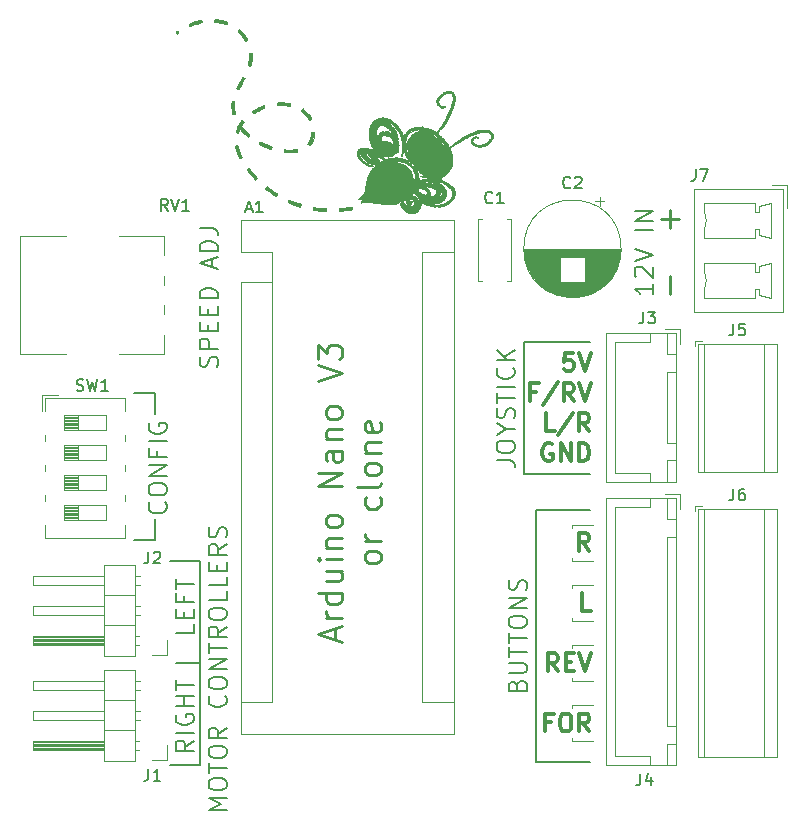
<source format=gbr>
G04 #@! TF.GenerationSoftware,KiCad,Pcbnew,(5.1.0)-1*
G04 #@! TF.CreationDate,2019-05-27T17:00:03-04:00*
G04 #@! TF.ProjectId,pro-mini-adapter-board,70726f2d-6d69-46e6-992d-616461707465,rev?*
G04 #@! TF.SameCoordinates,Original*
G04 #@! TF.FileFunction,Legend,Top*
G04 #@! TF.FilePolarity,Positive*
%FSLAX46Y46*%
G04 Gerber Fmt 4.6, Leading zero omitted, Abs format (unit mm)*
G04 Created by KiCad (PCBNEW (5.1.0)-1) date 2019-05-27 17:00:03*
%MOMM*%
%LPD*%
G04 APERTURE LIST*
%ADD10C,0.254000*%
%ADD11C,0.203200*%
%ADD12C,0.300000*%
%ADD13C,0.120000*%
%ADD14C,0.010000*%
%ADD15C,0.150000*%
G04 APERTURE END LIST*
D10*
X106891666Y-98334285D02*
X106891666Y-97366666D01*
X107472238Y-98527809D02*
X105440238Y-97850476D01*
X107472238Y-97173142D01*
X107472238Y-96495809D02*
X106117571Y-96495809D01*
X106504619Y-96495809D02*
X106311095Y-96399047D01*
X106214333Y-96302285D01*
X106117571Y-96108761D01*
X106117571Y-95915238D01*
X107472238Y-94367047D02*
X105440238Y-94367047D01*
X107375476Y-94367047D02*
X107472238Y-94560571D01*
X107472238Y-94947619D01*
X107375476Y-95141142D01*
X107278714Y-95237904D01*
X107085190Y-95334666D01*
X106504619Y-95334666D01*
X106311095Y-95237904D01*
X106214333Y-95141142D01*
X106117571Y-94947619D01*
X106117571Y-94560571D01*
X106214333Y-94367047D01*
X106117571Y-92528571D02*
X107472238Y-92528571D01*
X106117571Y-93399428D02*
X107181952Y-93399428D01*
X107375476Y-93302666D01*
X107472238Y-93109142D01*
X107472238Y-92818857D01*
X107375476Y-92625333D01*
X107278714Y-92528571D01*
X107472238Y-91560952D02*
X106117571Y-91560952D01*
X105440238Y-91560952D02*
X105537000Y-91657714D01*
X105633761Y-91560952D01*
X105537000Y-91464190D01*
X105440238Y-91560952D01*
X105633761Y-91560952D01*
X106117571Y-90593333D02*
X107472238Y-90593333D01*
X106311095Y-90593333D02*
X106214333Y-90496571D01*
X106117571Y-90303047D01*
X106117571Y-90012761D01*
X106214333Y-89819238D01*
X106407857Y-89722476D01*
X107472238Y-89722476D01*
X107472238Y-88464571D02*
X107375476Y-88658095D01*
X107278714Y-88754857D01*
X107085190Y-88851619D01*
X106504619Y-88851619D01*
X106311095Y-88754857D01*
X106214333Y-88658095D01*
X106117571Y-88464571D01*
X106117571Y-88174285D01*
X106214333Y-87980761D01*
X106311095Y-87884000D01*
X106504619Y-87787238D01*
X107085190Y-87787238D01*
X107278714Y-87884000D01*
X107375476Y-87980761D01*
X107472238Y-88174285D01*
X107472238Y-88464571D01*
X107472238Y-85368190D02*
X105440238Y-85368190D01*
X107472238Y-84207047D01*
X105440238Y-84207047D01*
X107472238Y-82368571D02*
X106407857Y-82368571D01*
X106214333Y-82465333D01*
X106117571Y-82658857D01*
X106117571Y-83045904D01*
X106214333Y-83239428D01*
X107375476Y-82368571D02*
X107472238Y-82562095D01*
X107472238Y-83045904D01*
X107375476Y-83239428D01*
X107181952Y-83336190D01*
X106988428Y-83336190D01*
X106794904Y-83239428D01*
X106698142Y-83045904D01*
X106698142Y-82562095D01*
X106601380Y-82368571D01*
X106117571Y-81400952D02*
X107472238Y-81400952D01*
X106311095Y-81400952D02*
X106214333Y-81304190D01*
X106117571Y-81110666D01*
X106117571Y-80820380D01*
X106214333Y-80626857D01*
X106407857Y-80530095D01*
X107472238Y-80530095D01*
X107472238Y-79272190D02*
X107375476Y-79465714D01*
X107278714Y-79562476D01*
X107085190Y-79659238D01*
X106504619Y-79659238D01*
X106311095Y-79562476D01*
X106214333Y-79465714D01*
X106117571Y-79272190D01*
X106117571Y-78981904D01*
X106214333Y-78788380D01*
X106311095Y-78691619D01*
X106504619Y-78594857D01*
X107085190Y-78594857D01*
X107278714Y-78691619D01*
X107375476Y-78788380D01*
X107472238Y-78981904D01*
X107472238Y-79272190D01*
X105440238Y-76466095D02*
X107472238Y-75788761D01*
X105440238Y-75111428D01*
X105440238Y-74627619D02*
X105440238Y-73369714D01*
X106214333Y-74047047D01*
X106214333Y-73756761D01*
X106311095Y-73563238D01*
X106407857Y-73466476D01*
X106601380Y-73369714D01*
X107085190Y-73369714D01*
X107278714Y-73466476D01*
X107375476Y-73563238D01*
X107472238Y-73756761D01*
X107472238Y-74337333D01*
X107375476Y-74530857D01*
X107278714Y-74627619D01*
X110774238Y-91512571D02*
X110677476Y-91706095D01*
X110580714Y-91802857D01*
X110387190Y-91899619D01*
X109806619Y-91899619D01*
X109613095Y-91802857D01*
X109516333Y-91706095D01*
X109419571Y-91512571D01*
X109419571Y-91222285D01*
X109516333Y-91028761D01*
X109613095Y-90932000D01*
X109806619Y-90835238D01*
X110387190Y-90835238D01*
X110580714Y-90932000D01*
X110677476Y-91028761D01*
X110774238Y-91222285D01*
X110774238Y-91512571D01*
X110774238Y-89964380D02*
X109419571Y-89964380D01*
X109806619Y-89964380D02*
X109613095Y-89867619D01*
X109516333Y-89770857D01*
X109419571Y-89577333D01*
X109419571Y-89383809D01*
X110677476Y-86287428D02*
X110774238Y-86480952D01*
X110774238Y-86868000D01*
X110677476Y-87061523D01*
X110580714Y-87158285D01*
X110387190Y-87255047D01*
X109806619Y-87255047D01*
X109613095Y-87158285D01*
X109516333Y-87061523D01*
X109419571Y-86868000D01*
X109419571Y-86480952D01*
X109516333Y-86287428D01*
X110774238Y-85126285D02*
X110677476Y-85319809D01*
X110483952Y-85416571D01*
X108742238Y-85416571D01*
X110774238Y-84061904D02*
X110677476Y-84255428D01*
X110580714Y-84352190D01*
X110387190Y-84448952D01*
X109806619Y-84448952D01*
X109613095Y-84352190D01*
X109516333Y-84255428D01*
X109419571Y-84061904D01*
X109419571Y-83771619D01*
X109516333Y-83578095D01*
X109613095Y-83481333D01*
X109806619Y-83384571D01*
X110387190Y-83384571D01*
X110580714Y-83481333D01*
X110677476Y-83578095D01*
X110774238Y-83771619D01*
X110774238Y-84061904D01*
X109419571Y-82513714D02*
X110774238Y-82513714D01*
X109613095Y-82513714D02*
X109516333Y-82416952D01*
X109419571Y-82223428D01*
X109419571Y-81933142D01*
X109516333Y-81739619D01*
X109709857Y-81642857D01*
X110774238Y-81642857D01*
X110677476Y-79901142D02*
X110774238Y-80094666D01*
X110774238Y-80481714D01*
X110677476Y-80675238D01*
X110483952Y-80772000D01*
X109709857Y-80772000D01*
X109516333Y-80675238D01*
X109419571Y-80481714D01*
X109419571Y-80094666D01*
X109516333Y-79901142D01*
X109709857Y-79804380D01*
X109903380Y-79804380D01*
X110096904Y-80772000D01*
X135273142Y-69112190D02*
X135273142Y-67564000D01*
X135273142Y-63500000D02*
X135273142Y-61951809D01*
X136047238Y-62725904D02*
X134499047Y-62725904D01*
D11*
X133785428Y-68217142D02*
X133785428Y-69088000D01*
X133785428Y-68652571D02*
X132261428Y-68652571D01*
X132479142Y-68797714D01*
X132624285Y-68942857D01*
X132696857Y-69088000D01*
X132406571Y-67636571D02*
X132334000Y-67564000D01*
X132261428Y-67418857D01*
X132261428Y-67056000D01*
X132334000Y-66910857D01*
X132406571Y-66838285D01*
X132551714Y-66765714D01*
X132696857Y-66765714D01*
X132914571Y-66838285D01*
X133785428Y-67709142D01*
X133785428Y-66765714D01*
X132261428Y-66330285D02*
X133785428Y-65822285D01*
X132261428Y-65314285D01*
X133785428Y-63645142D02*
X132261428Y-63645142D01*
X133785428Y-62919428D02*
X132261428Y-62919428D01*
X133785428Y-62048571D01*
X132261428Y-62048571D01*
D12*
X127067142Y-74093571D02*
X126352857Y-74093571D01*
X126281428Y-74807857D01*
X126352857Y-74736428D01*
X126495714Y-74665000D01*
X126852857Y-74665000D01*
X126995714Y-74736428D01*
X127067142Y-74807857D01*
X127138571Y-74950714D01*
X127138571Y-75307857D01*
X127067142Y-75450714D01*
X126995714Y-75522142D01*
X126852857Y-75593571D01*
X126495714Y-75593571D01*
X126352857Y-75522142D01*
X126281428Y-75450714D01*
X127567142Y-74093571D02*
X128067142Y-75593571D01*
X128567142Y-74093571D01*
X123924285Y-77357857D02*
X123424285Y-77357857D01*
X123424285Y-78143571D02*
X123424285Y-76643571D01*
X124138571Y-76643571D01*
X125781428Y-76572142D02*
X124495714Y-78500714D01*
X127138571Y-78143571D02*
X126638571Y-77429285D01*
X126281428Y-78143571D02*
X126281428Y-76643571D01*
X126852857Y-76643571D01*
X126995714Y-76715000D01*
X127067142Y-76786428D01*
X127138571Y-76929285D01*
X127138571Y-77143571D01*
X127067142Y-77286428D01*
X126995714Y-77357857D01*
X126852857Y-77429285D01*
X126281428Y-77429285D01*
X127567142Y-76643571D02*
X128067142Y-78143571D01*
X128567142Y-76643571D01*
X125495714Y-80693571D02*
X124781428Y-80693571D01*
X124781428Y-79193571D01*
X127067142Y-79122142D02*
X125781428Y-81050714D01*
X128424285Y-80693571D02*
X127924285Y-79979285D01*
X127567142Y-80693571D02*
X127567142Y-79193571D01*
X128138571Y-79193571D01*
X128281428Y-79265000D01*
X128352857Y-79336428D01*
X128424285Y-79479285D01*
X128424285Y-79693571D01*
X128352857Y-79836428D01*
X128281428Y-79907857D01*
X128138571Y-79979285D01*
X127567142Y-79979285D01*
X125281428Y-81815000D02*
X125138571Y-81743571D01*
X124924285Y-81743571D01*
X124710000Y-81815000D01*
X124567142Y-81957857D01*
X124495714Y-82100714D01*
X124424285Y-82386428D01*
X124424285Y-82600714D01*
X124495714Y-82886428D01*
X124567142Y-83029285D01*
X124710000Y-83172142D01*
X124924285Y-83243571D01*
X125067142Y-83243571D01*
X125281428Y-83172142D01*
X125352857Y-83100714D01*
X125352857Y-82600714D01*
X125067142Y-82600714D01*
X125995714Y-83243571D02*
X125995714Y-81743571D01*
X126852857Y-83243571D01*
X126852857Y-81743571D01*
X127567142Y-83243571D02*
X127567142Y-81743571D01*
X127924285Y-81743571D01*
X128138571Y-81815000D01*
X128281428Y-81957857D01*
X128352857Y-82100714D01*
X128424285Y-82386428D01*
X128424285Y-82600714D01*
X128352857Y-82886428D01*
X128281428Y-83029285D01*
X128138571Y-83172142D01*
X127924285Y-83243571D01*
X127567142Y-83243571D01*
D11*
X122936000Y-73152000D02*
X128524000Y-73152000D01*
X122936000Y-84328000D02*
X122936000Y-73152000D01*
X128524000Y-84328000D02*
X122936000Y-84328000D01*
X120577428Y-83166857D02*
X121666000Y-83166857D01*
X121883714Y-83239428D01*
X122028857Y-83384571D01*
X122101428Y-83602285D01*
X122101428Y-83747428D01*
X120577428Y-82150857D02*
X120577428Y-81860571D01*
X120650000Y-81715428D01*
X120795142Y-81570285D01*
X121085428Y-81497714D01*
X121593428Y-81497714D01*
X121883714Y-81570285D01*
X122028857Y-81715428D01*
X122101428Y-81860571D01*
X122101428Y-82150857D01*
X122028857Y-82296000D01*
X121883714Y-82441142D01*
X121593428Y-82513714D01*
X121085428Y-82513714D01*
X120795142Y-82441142D01*
X120650000Y-82296000D01*
X120577428Y-82150857D01*
X121375714Y-80554285D02*
X122101428Y-80554285D01*
X120577428Y-81062285D02*
X121375714Y-80554285D01*
X120577428Y-80046285D01*
X122028857Y-79610857D02*
X122101428Y-79393142D01*
X122101428Y-79030285D01*
X122028857Y-78885142D01*
X121956285Y-78812571D01*
X121811142Y-78740000D01*
X121666000Y-78740000D01*
X121520857Y-78812571D01*
X121448285Y-78885142D01*
X121375714Y-79030285D01*
X121303142Y-79320571D01*
X121230571Y-79465714D01*
X121158000Y-79538285D01*
X121012857Y-79610857D01*
X120867714Y-79610857D01*
X120722571Y-79538285D01*
X120650000Y-79465714D01*
X120577428Y-79320571D01*
X120577428Y-78957714D01*
X120650000Y-78740000D01*
X120577428Y-78304571D02*
X120577428Y-77433714D01*
X122101428Y-77869142D02*
X120577428Y-77869142D01*
X122101428Y-76925714D02*
X120577428Y-76925714D01*
X121956285Y-75329142D02*
X122028857Y-75401714D01*
X122101428Y-75619428D01*
X122101428Y-75764571D01*
X122028857Y-75982285D01*
X121883714Y-76127428D01*
X121738571Y-76200000D01*
X121448285Y-76272571D01*
X121230571Y-76272571D01*
X120940285Y-76200000D01*
X120795142Y-76127428D01*
X120650000Y-75982285D01*
X120577428Y-75764571D01*
X120577428Y-75619428D01*
X120650000Y-75401714D01*
X120722571Y-75329142D01*
X122101428Y-74676000D02*
X120577428Y-74676000D01*
X122101428Y-73805142D02*
X121230571Y-74458285D01*
X120577428Y-73805142D02*
X121448285Y-74676000D01*
X122319142Y-102216857D02*
X122391714Y-101999142D01*
X122464285Y-101926571D01*
X122609428Y-101854000D01*
X122827142Y-101854000D01*
X122972285Y-101926571D01*
X123044857Y-101999142D01*
X123117428Y-102144285D01*
X123117428Y-102724857D01*
X121593428Y-102724857D01*
X121593428Y-102216857D01*
X121666000Y-102071714D01*
X121738571Y-101999142D01*
X121883714Y-101926571D01*
X122028857Y-101926571D01*
X122174000Y-101999142D01*
X122246571Y-102071714D01*
X122319142Y-102216857D01*
X122319142Y-102724857D01*
X121593428Y-101200857D02*
X122827142Y-101200857D01*
X122972285Y-101128285D01*
X123044857Y-101055714D01*
X123117428Y-100910571D01*
X123117428Y-100620285D01*
X123044857Y-100475142D01*
X122972285Y-100402571D01*
X122827142Y-100330000D01*
X121593428Y-100330000D01*
X121593428Y-99822000D02*
X121593428Y-98951142D01*
X123117428Y-99386571D02*
X121593428Y-99386571D01*
X121593428Y-98660857D02*
X121593428Y-97790000D01*
X123117428Y-98225428D02*
X121593428Y-98225428D01*
X121593428Y-96991714D02*
X121593428Y-96701428D01*
X121666000Y-96556285D01*
X121811142Y-96411142D01*
X122101428Y-96338571D01*
X122609428Y-96338571D01*
X122899714Y-96411142D01*
X123044857Y-96556285D01*
X123117428Y-96701428D01*
X123117428Y-96991714D01*
X123044857Y-97136857D01*
X122899714Y-97282000D01*
X122609428Y-97354571D01*
X122101428Y-97354571D01*
X121811142Y-97282000D01*
X121666000Y-97136857D01*
X121593428Y-96991714D01*
X123117428Y-95685428D02*
X121593428Y-95685428D01*
X123117428Y-94814571D01*
X121593428Y-94814571D01*
X123044857Y-94161428D02*
X123117428Y-93943714D01*
X123117428Y-93580857D01*
X123044857Y-93435714D01*
X122972285Y-93363142D01*
X122827142Y-93290571D01*
X122682000Y-93290571D01*
X122536857Y-93363142D01*
X122464285Y-93435714D01*
X122391714Y-93580857D01*
X122319142Y-93871142D01*
X122246571Y-94016285D01*
X122174000Y-94088857D01*
X122028857Y-94161428D01*
X121883714Y-94161428D01*
X121738571Y-94088857D01*
X121666000Y-94016285D01*
X121593428Y-93871142D01*
X121593428Y-93508285D01*
X121666000Y-93290571D01*
X123952000Y-87376000D02*
X128524000Y-87376000D01*
X123952000Y-108712000D02*
X123952000Y-87376000D01*
X128524000Y-108712000D02*
X123952000Y-108712000D01*
D13*
X127000000Y-103886000D02*
X128778000Y-103886000D01*
X128778000Y-106934000D02*
X127000000Y-106934000D01*
X127000000Y-106680000D02*
X127000000Y-106934000D01*
X127000000Y-104140000D02*
X127000000Y-103886000D01*
X128778000Y-101854000D02*
X127000000Y-101854000D01*
X127000000Y-99060000D02*
X127000000Y-98806000D01*
X127000000Y-101600000D02*
X127000000Y-101854000D01*
X127000000Y-98806000D02*
X128778000Y-98806000D01*
X127000000Y-96520000D02*
X127000000Y-96774000D01*
X127000000Y-93726000D02*
X128778000Y-93726000D01*
X127000000Y-93980000D02*
X127000000Y-93726000D01*
X128778000Y-96774000D02*
X127000000Y-96774000D01*
X128778000Y-91694000D02*
X127000000Y-91694000D01*
X127000000Y-91440000D02*
X127000000Y-91694000D01*
X127000000Y-88646000D02*
X128778000Y-88646000D01*
X127000000Y-88900000D02*
X127000000Y-88646000D01*
D12*
X128424285Y-90818571D02*
X127924285Y-90104285D01*
X127567142Y-90818571D02*
X127567142Y-89318571D01*
X128138571Y-89318571D01*
X128281428Y-89390000D01*
X128352857Y-89461428D01*
X128424285Y-89604285D01*
X128424285Y-89818571D01*
X128352857Y-89961428D01*
X128281428Y-90032857D01*
X128138571Y-90104285D01*
X127567142Y-90104285D01*
X128567142Y-95918571D02*
X127852857Y-95918571D01*
X127852857Y-94418571D01*
X125781428Y-101018571D02*
X125281428Y-100304285D01*
X124924285Y-101018571D02*
X124924285Y-99518571D01*
X125495714Y-99518571D01*
X125638571Y-99590000D01*
X125710000Y-99661428D01*
X125781428Y-99804285D01*
X125781428Y-100018571D01*
X125710000Y-100161428D01*
X125638571Y-100232857D01*
X125495714Y-100304285D01*
X124924285Y-100304285D01*
X126424285Y-100232857D02*
X126924285Y-100232857D01*
X127138571Y-101018571D02*
X126424285Y-101018571D01*
X126424285Y-99518571D01*
X127138571Y-99518571D01*
X127567142Y-99518571D02*
X128067142Y-101018571D01*
X128567142Y-99518571D01*
X125210000Y-105332857D02*
X124710000Y-105332857D01*
X124710000Y-106118571D02*
X124710000Y-104618571D01*
X125424285Y-104618571D01*
X126281428Y-104618571D02*
X126567142Y-104618571D01*
X126710000Y-104690000D01*
X126852857Y-104832857D01*
X126924285Y-105118571D01*
X126924285Y-105618571D01*
X126852857Y-105904285D01*
X126710000Y-106047142D01*
X126567142Y-106118571D01*
X126281428Y-106118571D01*
X126138571Y-106047142D01*
X125995714Y-105904285D01*
X125924285Y-105618571D01*
X125924285Y-105118571D01*
X125995714Y-104832857D01*
X126138571Y-104690000D01*
X126281428Y-104618571D01*
X128424285Y-106118571D02*
X127924285Y-105404285D01*
X127567142Y-106118571D02*
X127567142Y-104618571D01*
X128138571Y-104618571D01*
X128281428Y-104690000D01*
X128352857Y-104761428D01*
X128424285Y-104904285D01*
X128424285Y-105118571D01*
X128352857Y-105261428D01*
X128281428Y-105332857D01*
X128138571Y-105404285D01*
X127567142Y-105404285D01*
D11*
X96882857Y-75256571D02*
X96955428Y-75038857D01*
X96955428Y-74676000D01*
X96882857Y-74530857D01*
X96810285Y-74458285D01*
X96665142Y-74385714D01*
X96520000Y-74385714D01*
X96374857Y-74458285D01*
X96302285Y-74530857D01*
X96229714Y-74676000D01*
X96157142Y-74966285D01*
X96084571Y-75111428D01*
X96012000Y-75184000D01*
X95866857Y-75256571D01*
X95721714Y-75256571D01*
X95576571Y-75184000D01*
X95504000Y-75111428D01*
X95431428Y-74966285D01*
X95431428Y-74603428D01*
X95504000Y-74385714D01*
X96955428Y-73732571D02*
X95431428Y-73732571D01*
X95431428Y-73152000D01*
X95504000Y-73006857D01*
X95576571Y-72934285D01*
X95721714Y-72861714D01*
X95939428Y-72861714D01*
X96084571Y-72934285D01*
X96157142Y-73006857D01*
X96229714Y-73152000D01*
X96229714Y-73732571D01*
X96157142Y-72208571D02*
X96157142Y-71700571D01*
X96955428Y-71482857D02*
X96955428Y-72208571D01*
X95431428Y-72208571D01*
X95431428Y-71482857D01*
X96157142Y-70829714D02*
X96157142Y-70321714D01*
X96955428Y-70104000D02*
X96955428Y-70829714D01*
X95431428Y-70829714D01*
X95431428Y-70104000D01*
X96955428Y-69450857D02*
X95431428Y-69450857D01*
X95431428Y-69088000D01*
X95504000Y-68870285D01*
X95649142Y-68725142D01*
X95794285Y-68652571D01*
X96084571Y-68580000D01*
X96302285Y-68580000D01*
X96592571Y-68652571D01*
X96737714Y-68725142D01*
X96882857Y-68870285D01*
X96955428Y-69088000D01*
X96955428Y-69450857D01*
X96520000Y-66838285D02*
X96520000Y-66112571D01*
X96955428Y-66983428D02*
X95431428Y-66475428D01*
X96955428Y-65967428D01*
X96955428Y-65459428D02*
X95431428Y-65459428D01*
X95431428Y-65096571D01*
X95504000Y-64878857D01*
X95649142Y-64733714D01*
X95794285Y-64661142D01*
X96084571Y-64588571D01*
X96302285Y-64588571D01*
X96592571Y-64661142D01*
X96737714Y-64733714D01*
X96882857Y-64878857D01*
X96955428Y-65096571D01*
X96955428Y-65459428D01*
X95431428Y-63500000D02*
X96520000Y-63500000D01*
X96737714Y-63572571D01*
X96882857Y-63717714D01*
X96955428Y-63935428D01*
X96955428Y-64080571D01*
X91694000Y-77470000D02*
X89916000Y-77470000D01*
X91694000Y-89916000D02*
X89916000Y-89916000D01*
X91694000Y-89916000D02*
X91694000Y-88138000D01*
X91694000Y-79248000D02*
X91694000Y-77470000D01*
X92492285Y-86722857D02*
X92564857Y-86795428D01*
X92637428Y-87013142D01*
X92637428Y-87158285D01*
X92564857Y-87376000D01*
X92419714Y-87521142D01*
X92274571Y-87593714D01*
X91984285Y-87666285D01*
X91766571Y-87666285D01*
X91476285Y-87593714D01*
X91331142Y-87521142D01*
X91186000Y-87376000D01*
X91113428Y-87158285D01*
X91113428Y-87013142D01*
X91186000Y-86795428D01*
X91258571Y-86722857D01*
X91113428Y-85779428D02*
X91113428Y-85489142D01*
X91186000Y-85344000D01*
X91331142Y-85198857D01*
X91621428Y-85126285D01*
X92129428Y-85126285D01*
X92419714Y-85198857D01*
X92564857Y-85344000D01*
X92637428Y-85489142D01*
X92637428Y-85779428D01*
X92564857Y-85924571D01*
X92419714Y-86069714D01*
X92129428Y-86142285D01*
X91621428Y-86142285D01*
X91331142Y-86069714D01*
X91186000Y-85924571D01*
X91113428Y-85779428D01*
X92637428Y-84473142D02*
X91113428Y-84473142D01*
X92637428Y-83602285D01*
X91113428Y-83602285D01*
X91839142Y-82368571D02*
X91839142Y-82876571D01*
X92637428Y-82876571D02*
X91113428Y-82876571D01*
X91113428Y-82150857D01*
X92637428Y-81570285D02*
X91113428Y-81570285D01*
X91186000Y-80046285D02*
X91113428Y-80191428D01*
X91113428Y-80409142D01*
X91186000Y-80626857D01*
X91331142Y-80772000D01*
X91476285Y-80844571D01*
X91766571Y-80917142D01*
X91984285Y-80917142D01*
X92274571Y-80844571D01*
X92419714Y-80772000D01*
X92564857Y-80626857D01*
X92637428Y-80409142D01*
X92637428Y-80264000D01*
X92564857Y-80046285D01*
X92492285Y-79973714D01*
X91984285Y-79973714D01*
X91984285Y-80264000D01*
X95504000Y-100330000D02*
X93472000Y-100330000D01*
X97717428Y-112775999D02*
X96193428Y-112775999D01*
X97282000Y-112267999D01*
X96193428Y-111759999D01*
X97717428Y-111759999D01*
X96193428Y-110743999D02*
X96193428Y-110453714D01*
X96266000Y-110308571D01*
X96411142Y-110163428D01*
X96701428Y-110090857D01*
X97209428Y-110090857D01*
X97499714Y-110163428D01*
X97644857Y-110308571D01*
X97717428Y-110453714D01*
X97717428Y-110743999D01*
X97644857Y-110889142D01*
X97499714Y-111034285D01*
X97209428Y-111106857D01*
X96701428Y-111106857D01*
X96411142Y-111034285D01*
X96266000Y-110889142D01*
X96193428Y-110743999D01*
X96193428Y-109655428D02*
X96193428Y-108784571D01*
X97717428Y-109219999D02*
X96193428Y-109219999D01*
X96193428Y-107986285D02*
X96193428Y-107696000D01*
X96266000Y-107550857D01*
X96411142Y-107405714D01*
X96701428Y-107333142D01*
X97209428Y-107333142D01*
X97499714Y-107405714D01*
X97644857Y-107550857D01*
X97717428Y-107696000D01*
X97717428Y-107986285D01*
X97644857Y-108131428D01*
X97499714Y-108276571D01*
X97209428Y-108349142D01*
X96701428Y-108349142D01*
X96411142Y-108276571D01*
X96266000Y-108131428D01*
X96193428Y-107986285D01*
X97717428Y-105809142D02*
X96991714Y-106317142D01*
X97717428Y-106680000D02*
X96193428Y-106680000D01*
X96193428Y-106099428D01*
X96266000Y-105954285D01*
X96338571Y-105881714D01*
X96483714Y-105809142D01*
X96701428Y-105809142D01*
X96846571Y-105881714D01*
X96919142Y-105954285D01*
X96991714Y-106099428D01*
X96991714Y-106680000D01*
X97572285Y-103124000D02*
X97644857Y-103196571D01*
X97717428Y-103414285D01*
X97717428Y-103559428D01*
X97644857Y-103777142D01*
X97499714Y-103922285D01*
X97354571Y-103994857D01*
X97064285Y-104067428D01*
X96846571Y-104067428D01*
X96556285Y-103994857D01*
X96411142Y-103922285D01*
X96266000Y-103777142D01*
X96193428Y-103559428D01*
X96193428Y-103414285D01*
X96266000Y-103196571D01*
X96338571Y-103124000D01*
X96193428Y-102180571D02*
X96193428Y-101890285D01*
X96266000Y-101745142D01*
X96411142Y-101600000D01*
X96701428Y-101527428D01*
X97209428Y-101527428D01*
X97499714Y-101600000D01*
X97644857Y-101745142D01*
X97717428Y-101890285D01*
X97717428Y-102180571D01*
X97644857Y-102325714D01*
X97499714Y-102470857D01*
X97209428Y-102543428D01*
X96701428Y-102543428D01*
X96411142Y-102470857D01*
X96266000Y-102325714D01*
X96193428Y-102180571D01*
X97717428Y-100874285D02*
X96193428Y-100874285D01*
X97717428Y-100003428D01*
X96193428Y-100003428D01*
X96193428Y-99495428D02*
X96193428Y-98624571D01*
X97717428Y-99059999D02*
X96193428Y-99059999D01*
X97717428Y-97245714D02*
X96991714Y-97753714D01*
X97717428Y-98116571D02*
X96193428Y-98116571D01*
X96193428Y-97536000D01*
X96266000Y-97390857D01*
X96338571Y-97318285D01*
X96483714Y-97245714D01*
X96701428Y-97245714D01*
X96846571Y-97318285D01*
X96919142Y-97390857D01*
X96991714Y-97536000D01*
X96991714Y-98116571D01*
X96193428Y-96302285D02*
X96193428Y-96012000D01*
X96266000Y-95866857D01*
X96411142Y-95721714D01*
X96701428Y-95649142D01*
X97209428Y-95649142D01*
X97499714Y-95721714D01*
X97644857Y-95866857D01*
X97717428Y-96012000D01*
X97717428Y-96302285D01*
X97644857Y-96447428D01*
X97499714Y-96592571D01*
X97209428Y-96665142D01*
X96701428Y-96665142D01*
X96411142Y-96592571D01*
X96266000Y-96447428D01*
X96193428Y-96302285D01*
X97717428Y-94270285D02*
X97717428Y-94996000D01*
X96193428Y-94996000D01*
X97717428Y-93036571D02*
X97717428Y-93762285D01*
X96193428Y-93762285D01*
X96919142Y-92528571D02*
X96919142Y-92020571D01*
X97717428Y-91802857D02*
X97717428Y-92528571D01*
X96193428Y-92528571D01*
X96193428Y-91802857D01*
X97717428Y-90278857D02*
X96991714Y-90786857D01*
X97717428Y-91149714D02*
X96193428Y-91149714D01*
X96193428Y-90569142D01*
X96266000Y-90423999D01*
X96338571Y-90351428D01*
X96483714Y-90278857D01*
X96701428Y-90278857D01*
X96846571Y-90351428D01*
X96919142Y-90423999D01*
X96991714Y-90569142D01*
X96991714Y-91149714D01*
X97644857Y-89698285D02*
X97717428Y-89480571D01*
X97717428Y-89117714D01*
X97644857Y-88972571D01*
X97572285Y-88899999D01*
X97427142Y-88827428D01*
X97282000Y-88827428D01*
X97136857Y-88899999D01*
X97064285Y-88972571D01*
X96991714Y-89117714D01*
X96919142Y-89407999D01*
X96846571Y-89553142D01*
X96774000Y-89625714D01*
X96628857Y-89698285D01*
X96483714Y-89698285D01*
X96338571Y-89625714D01*
X96266000Y-89553142D01*
X96193428Y-89407999D01*
X96193428Y-89045142D01*
X96266000Y-88827428D01*
X95504000Y-108966000D02*
X92964000Y-108966000D01*
X95504000Y-91694000D02*
X95504000Y-108966000D01*
X92964000Y-91694000D02*
X95504000Y-91694000D01*
X94923428Y-106897714D02*
X94197714Y-107405714D01*
X94923428Y-107768571D02*
X93399428Y-107768571D01*
X93399428Y-107188000D01*
X93472000Y-107042857D01*
X93544571Y-106970285D01*
X93689714Y-106897714D01*
X93907428Y-106897714D01*
X94052571Y-106970285D01*
X94125142Y-107042857D01*
X94197714Y-107188000D01*
X94197714Y-107768571D01*
X94923428Y-106244571D02*
X93399428Y-106244571D01*
X93472000Y-104720571D02*
X93399428Y-104865714D01*
X93399428Y-105083428D01*
X93472000Y-105301142D01*
X93617142Y-105446285D01*
X93762285Y-105518857D01*
X94052571Y-105591428D01*
X94270285Y-105591428D01*
X94560571Y-105518857D01*
X94705714Y-105446285D01*
X94850857Y-105301142D01*
X94923428Y-105083428D01*
X94923428Y-104938285D01*
X94850857Y-104720571D01*
X94778285Y-104648000D01*
X94270285Y-104648000D01*
X94270285Y-104938285D01*
X94923428Y-103994857D02*
X93399428Y-103994857D01*
X94125142Y-103994857D02*
X94125142Y-103124000D01*
X94923428Y-103124000D02*
X93399428Y-103124000D01*
X93399428Y-102616000D02*
X93399428Y-101745142D01*
X94923428Y-102180571D02*
X93399428Y-102180571D01*
X94923428Y-97028000D02*
X94923428Y-97753714D01*
X93399428Y-97753714D01*
X94125142Y-96520000D02*
X94125142Y-96012000D01*
X94923428Y-95794285D02*
X94923428Y-96520000D01*
X93399428Y-96520000D01*
X93399428Y-95794285D01*
X94125142Y-94633142D02*
X94125142Y-95141142D01*
X94923428Y-95141142D02*
X93399428Y-95141142D01*
X93399428Y-94415428D01*
X93399428Y-94052571D02*
X93399428Y-93181714D01*
X94923428Y-93617142D02*
X93399428Y-93617142D01*
D13*
X129715000Y-61240302D02*
X128915000Y-61240302D01*
X129315000Y-60840302D02*
X129315000Y-61640302D01*
X127533000Y-69331000D02*
X126467000Y-69331000D01*
X127768000Y-69291000D02*
X126232000Y-69291000D01*
X127948000Y-69251000D02*
X126052000Y-69251000D01*
X128098000Y-69211000D02*
X125902000Y-69211000D01*
X128229000Y-69171000D02*
X125771000Y-69171000D01*
X128346000Y-69131000D02*
X125654000Y-69131000D01*
X128453000Y-69091000D02*
X125547000Y-69091000D01*
X128552000Y-69051000D02*
X125448000Y-69051000D01*
X128645000Y-69011000D02*
X125355000Y-69011000D01*
X128731000Y-68971000D02*
X125269000Y-68971000D01*
X128813000Y-68931000D02*
X125187000Y-68931000D01*
X128890000Y-68891000D02*
X125110000Y-68891000D01*
X128964000Y-68851000D02*
X125036000Y-68851000D01*
X129034000Y-68811000D02*
X124966000Y-68811000D01*
X129102000Y-68771000D02*
X124898000Y-68771000D01*
X129166000Y-68731000D02*
X124834000Y-68731000D01*
X129228000Y-68691000D02*
X124772000Y-68691000D01*
X129287000Y-68651000D02*
X124713000Y-68651000D01*
X129345000Y-68611000D02*
X124655000Y-68611000D01*
X129400000Y-68571000D02*
X124600000Y-68571000D01*
X129454000Y-68531000D02*
X124546000Y-68531000D01*
X129505000Y-68491000D02*
X124495000Y-68491000D01*
X129556000Y-68451000D02*
X124444000Y-68451000D01*
X129604000Y-68411000D02*
X124396000Y-68411000D01*
X129651000Y-68371000D02*
X124349000Y-68371000D01*
X129697000Y-68331000D02*
X124303000Y-68331000D01*
X129741000Y-68291000D02*
X124259000Y-68291000D01*
X129784000Y-68251000D02*
X124216000Y-68251000D01*
X129826000Y-68211000D02*
X124174000Y-68211000D01*
X129867000Y-68171000D02*
X124133000Y-68171000D01*
X129907000Y-68131000D02*
X124093000Y-68131000D01*
X129945000Y-68091000D02*
X124055000Y-68091000D01*
X129983000Y-68051000D02*
X124017000Y-68051000D01*
X125960000Y-68011000D02*
X123981000Y-68011000D01*
X130019000Y-68011000D02*
X128040000Y-68011000D01*
X125960000Y-67971000D02*
X123945000Y-67971000D01*
X130055000Y-67971000D02*
X128040000Y-67971000D01*
X125960000Y-67931000D02*
X123910000Y-67931000D01*
X130090000Y-67931000D02*
X128040000Y-67931000D01*
X125960000Y-67891000D02*
X123876000Y-67891000D01*
X130124000Y-67891000D02*
X128040000Y-67891000D01*
X125960000Y-67851000D02*
X123844000Y-67851000D01*
X130156000Y-67851000D02*
X128040000Y-67851000D01*
X125960000Y-67811000D02*
X123811000Y-67811000D01*
X130189000Y-67811000D02*
X128040000Y-67811000D01*
X125960000Y-67771000D02*
X123780000Y-67771000D01*
X130220000Y-67771000D02*
X128040000Y-67771000D01*
X125960000Y-67731000D02*
X123750000Y-67731000D01*
X130250000Y-67731000D02*
X128040000Y-67731000D01*
X125960000Y-67691000D02*
X123720000Y-67691000D01*
X130280000Y-67691000D02*
X128040000Y-67691000D01*
X125960000Y-67651000D02*
X123691000Y-67651000D01*
X130309000Y-67651000D02*
X128040000Y-67651000D01*
X125960000Y-67611000D02*
X123662000Y-67611000D01*
X130338000Y-67611000D02*
X128040000Y-67611000D01*
X125960000Y-67571000D02*
X123635000Y-67571000D01*
X130365000Y-67571000D02*
X128040000Y-67571000D01*
X125960000Y-67531000D02*
X123608000Y-67531000D01*
X130392000Y-67531000D02*
X128040000Y-67531000D01*
X125960000Y-67491000D02*
X123582000Y-67491000D01*
X130418000Y-67491000D02*
X128040000Y-67491000D01*
X125960000Y-67451000D02*
X123556000Y-67451000D01*
X130444000Y-67451000D02*
X128040000Y-67451000D01*
X125960000Y-67411000D02*
X123531000Y-67411000D01*
X130469000Y-67411000D02*
X128040000Y-67411000D01*
X125960000Y-67371000D02*
X123507000Y-67371000D01*
X130493000Y-67371000D02*
X128040000Y-67371000D01*
X125960000Y-67331000D02*
X123483000Y-67331000D01*
X130517000Y-67331000D02*
X128040000Y-67331000D01*
X125960000Y-67291000D02*
X123460000Y-67291000D01*
X130540000Y-67291000D02*
X128040000Y-67291000D01*
X125960000Y-67251000D02*
X123438000Y-67251000D01*
X130562000Y-67251000D02*
X128040000Y-67251000D01*
X125960000Y-67211000D02*
X123416000Y-67211000D01*
X130584000Y-67211000D02*
X128040000Y-67211000D01*
X125960000Y-67171000D02*
X123394000Y-67171000D01*
X130606000Y-67171000D02*
X128040000Y-67171000D01*
X125960000Y-67131000D02*
X123373000Y-67131000D01*
X130627000Y-67131000D02*
X128040000Y-67131000D01*
X125960000Y-67091000D02*
X123353000Y-67091000D01*
X130647000Y-67091000D02*
X128040000Y-67091000D01*
X125960000Y-67051000D02*
X123334000Y-67051000D01*
X130666000Y-67051000D02*
X128040000Y-67051000D01*
X125960000Y-67011000D02*
X123314000Y-67011000D01*
X130686000Y-67011000D02*
X128040000Y-67011000D01*
X125960000Y-66971000D02*
X123296000Y-66971000D01*
X130704000Y-66971000D02*
X128040000Y-66971000D01*
X125960000Y-66931000D02*
X123278000Y-66931000D01*
X130722000Y-66931000D02*
X128040000Y-66931000D01*
X125960000Y-66891000D02*
X123260000Y-66891000D01*
X130740000Y-66891000D02*
X128040000Y-66891000D01*
X125960000Y-66851000D02*
X123243000Y-66851000D01*
X130757000Y-66851000D02*
X128040000Y-66851000D01*
X125960000Y-66811000D02*
X123226000Y-66811000D01*
X130774000Y-66811000D02*
X128040000Y-66811000D01*
X125960000Y-66771000D02*
X123210000Y-66771000D01*
X130790000Y-66771000D02*
X128040000Y-66771000D01*
X125960000Y-66731000D02*
X123195000Y-66731000D01*
X130805000Y-66731000D02*
X128040000Y-66731000D01*
X125960000Y-66691000D02*
X123179000Y-66691000D01*
X130821000Y-66691000D02*
X128040000Y-66691000D01*
X125960000Y-66651000D02*
X123165000Y-66651000D01*
X130835000Y-66651000D02*
X128040000Y-66651000D01*
X125960000Y-66611000D02*
X123150000Y-66611000D01*
X130850000Y-66611000D02*
X128040000Y-66611000D01*
X125960000Y-66571000D02*
X123137000Y-66571000D01*
X130863000Y-66571000D02*
X128040000Y-66571000D01*
X125960000Y-66531000D02*
X123123000Y-66531000D01*
X130877000Y-66531000D02*
X128040000Y-66531000D01*
X125960000Y-66491000D02*
X123111000Y-66491000D01*
X130889000Y-66491000D02*
X128040000Y-66491000D01*
X125960000Y-66451000D02*
X123098000Y-66451000D01*
X130902000Y-66451000D02*
X128040000Y-66451000D01*
X125960000Y-66411000D02*
X123086000Y-66411000D01*
X130914000Y-66411000D02*
X128040000Y-66411000D01*
X125960000Y-66371000D02*
X123075000Y-66371000D01*
X130925000Y-66371000D02*
X128040000Y-66371000D01*
X125960000Y-66331000D02*
X123064000Y-66331000D01*
X130936000Y-66331000D02*
X128040000Y-66331000D01*
X125960000Y-66291000D02*
X123053000Y-66291000D01*
X130947000Y-66291000D02*
X128040000Y-66291000D01*
X125960000Y-66251000D02*
X123043000Y-66251000D01*
X130957000Y-66251000D02*
X128040000Y-66251000D01*
X125960000Y-66211000D02*
X123033000Y-66211000D01*
X130967000Y-66211000D02*
X128040000Y-66211000D01*
X125960000Y-66171000D02*
X123024000Y-66171000D01*
X130976000Y-66171000D02*
X128040000Y-66171000D01*
X125960000Y-66131000D02*
X123015000Y-66131000D01*
X130985000Y-66131000D02*
X128040000Y-66131000D01*
X125960000Y-66091000D02*
X123006000Y-66091000D01*
X130994000Y-66091000D02*
X128040000Y-66091000D01*
X125960000Y-66051000D02*
X122998000Y-66051000D01*
X131002000Y-66051000D02*
X128040000Y-66051000D01*
X125960000Y-66011000D02*
X122990000Y-66011000D01*
X131010000Y-66011000D02*
X128040000Y-66011000D01*
X125960000Y-65971000D02*
X122983000Y-65971000D01*
X131017000Y-65971000D02*
X128040000Y-65971000D01*
X131024000Y-65930000D02*
X122976000Y-65930000D01*
X131030000Y-65890000D02*
X122970000Y-65890000D01*
X131037000Y-65850000D02*
X122963000Y-65850000D01*
X131042000Y-65810000D02*
X122958000Y-65810000D01*
X131048000Y-65770000D02*
X122952000Y-65770000D01*
X131052000Y-65730000D02*
X122948000Y-65730000D01*
X131057000Y-65690000D02*
X122943000Y-65690000D01*
X131061000Y-65650000D02*
X122939000Y-65650000D01*
X131065000Y-65610000D02*
X122935000Y-65610000D01*
X131068000Y-65570000D02*
X122932000Y-65570000D01*
X131071000Y-65530000D02*
X122929000Y-65530000D01*
X131074000Y-65490000D02*
X122926000Y-65490000D01*
X131076000Y-65450000D02*
X122924000Y-65450000D01*
X131077000Y-65410000D02*
X122923000Y-65410000D01*
X131079000Y-65370000D02*
X122921000Y-65370000D01*
X131080000Y-65330000D02*
X122920000Y-65330000D01*
X131080000Y-65290000D02*
X122920000Y-65290000D01*
X131080000Y-65250000D02*
X122920000Y-65250000D01*
X131120000Y-65250000D02*
G75*
G03X131120000Y-65250000I-4120000J0D01*
G01*
D14*
G36*
X113596096Y-58707622D02*
G01*
X113583641Y-58710197D01*
X113548036Y-58709270D01*
X113523442Y-58696214D01*
X113520444Y-58677277D01*
X113522619Y-58674185D01*
X113542287Y-58669213D01*
X113545415Y-58671209D01*
X113570223Y-58684871D01*
X113588567Y-58692226D01*
X113608152Y-58701363D01*
X113596096Y-58707622D01*
X113596096Y-58707622D01*
G37*
X113596096Y-58707622D02*
X113583641Y-58710197D01*
X113548036Y-58709270D01*
X113523442Y-58696214D01*
X113520444Y-58677277D01*
X113522619Y-58674185D01*
X113542287Y-58669213D01*
X113545415Y-58671209D01*
X113570223Y-58684871D01*
X113588567Y-58692226D01*
X113608152Y-58701363D01*
X113596096Y-58707622D01*
G36*
X112120812Y-55517114D02*
G01*
X112147427Y-55560978D01*
X112163532Y-55602417D01*
X112163757Y-55630410D01*
X112162422Y-55632390D01*
X112150751Y-55641212D01*
X112150077Y-55640517D01*
X112139582Y-55625840D01*
X112114347Y-55592727D01*
X112090444Y-55561946D01*
X112057527Y-55513718D01*
X112042241Y-55478577D01*
X112044658Y-55460770D01*
X112064853Y-55464545D01*
X112089057Y-55481843D01*
X112120812Y-55517114D01*
X112120812Y-55517114D01*
G37*
X112120812Y-55517114D02*
X112147427Y-55560978D01*
X112163532Y-55602417D01*
X112163757Y-55630410D01*
X112162422Y-55632390D01*
X112150751Y-55641212D01*
X112150077Y-55640517D01*
X112139582Y-55625840D01*
X112114347Y-55592727D01*
X112090444Y-55561946D01*
X112057527Y-55513718D01*
X112042241Y-55478577D01*
X112044658Y-55460770D01*
X112064853Y-55464545D01*
X112089057Y-55481843D01*
X112120812Y-55517114D01*
G36*
X112271623Y-55918807D02*
G01*
X112261403Y-55935928D01*
X112238283Y-55952447D01*
X112226662Y-55950986D01*
X112225239Y-55931278D01*
X112235459Y-55914158D01*
X112258578Y-55897638D01*
X112270200Y-55899099D01*
X112271623Y-55918807D01*
X112271623Y-55918807D01*
G37*
X112271623Y-55918807D02*
X112261403Y-55935928D01*
X112238283Y-55952447D01*
X112226662Y-55950986D01*
X112225239Y-55931278D01*
X112235459Y-55914158D01*
X112258578Y-55897638D01*
X112270200Y-55899099D01*
X112271623Y-55918807D01*
G36*
X113054990Y-57834860D02*
G01*
X113052811Y-57837871D01*
X113032648Y-57840563D01*
X113022469Y-57834517D01*
X112999329Y-57827036D01*
X112992127Y-57831161D01*
X112971688Y-57835473D01*
X112968271Y-57833248D01*
X112965261Y-57812995D01*
X112970461Y-57804294D01*
X112997572Y-57793322D01*
X113012748Y-57795568D01*
X113050701Y-57814803D01*
X113054990Y-57834860D01*
X113054990Y-57834860D01*
G37*
X113054990Y-57834860D02*
X113052811Y-57837871D01*
X113032648Y-57840563D01*
X113022469Y-57834517D01*
X112999329Y-57827036D01*
X112992127Y-57831161D01*
X112971688Y-57835473D01*
X112968271Y-57833248D01*
X112965261Y-57812995D01*
X112970461Y-57804294D01*
X112997572Y-57793322D01*
X113012748Y-57795568D01*
X113050701Y-57814803D01*
X113054990Y-57834860D01*
G36*
X112850722Y-57708235D02*
G01*
X112848686Y-57721853D01*
X112832956Y-57735395D01*
X112813629Y-57725669D01*
X112804658Y-57703330D01*
X112812207Y-57677490D01*
X112834021Y-57677107D01*
X112839477Y-57680968D01*
X112850722Y-57708235D01*
X112850722Y-57708235D01*
G37*
X112850722Y-57708235D02*
X112848686Y-57721853D01*
X112832956Y-57735395D01*
X112813629Y-57725669D01*
X112804658Y-57703330D01*
X112812207Y-57677490D01*
X112834021Y-57677107D01*
X112839477Y-57680968D01*
X112850722Y-57708235D01*
G36*
X120028634Y-55327910D02*
G01*
X120111686Y-55406814D01*
X120171640Y-55471435D01*
X120212434Y-55527881D01*
X120238012Y-55582260D01*
X120252313Y-55640680D01*
X120257312Y-55682370D01*
X120257035Y-55780513D01*
X120236903Y-55875449D01*
X120194622Y-55972619D01*
X120127896Y-56077461D01*
X120047281Y-56180212D01*
X119933796Y-56303323D01*
X119819687Y-56399653D01*
X119697266Y-56473679D01*
X119558845Y-56529880D01*
X119396736Y-56572733D01*
X119360741Y-56580107D01*
X119190247Y-56606577D01*
X119042364Y-56613423D01*
X118911733Y-56600124D01*
X118793003Y-56566161D01*
X118687110Y-56514725D01*
X118589768Y-56444306D01*
X118508731Y-56358876D01*
X118450784Y-56266345D01*
X118431641Y-56216759D01*
X118419345Y-56136117D01*
X118422937Y-56044647D01*
X118440871Y-55957879D01*
X118462634Y-55905534D01*
X118515628Y-55841790D01*
X118589986Y-55792380D01*
X118677513Y-55759080D01*
X118770015Y-55743674D01*
X118859297Y-55747938D01*
X118937165Y-55773653D01*
X118969660Y-55795446D01*
X119005800Y-55833940D01*
X119012154Y-55860107D01*
X118991541Y-55870800D01*
X118946772Y-55862870D01*
X118918958Y-55852152D01*
X118845100Y-55836190D01*
X118762726Y-55843551D01*
X118684396Y-55871274D01*
X118622667Y-55916396D01*
X118616438Y-55923479D01*
X118584439Y-55977949D01*
X118557903Y-56050983D01*
X118541471Y-56127289D01*
X118538684Y-56179854D01*
X118557413Y-56231871D01*
X118604671Y-56285392D01*
X118675463Y-56337137D01*
X118764790Y-56383831D01*
X118867656Y-56422193D01*
X118935784Y-56440299D01*
X118981845Y-56446332D01*
X119049591Y-56450009D01*
X119126886Y-56450779D01*
X119154542Y-56450244D01*
X119277514Y-56436975D01*
X119412818Y-56406141D01*
X119547262Y-56361753D01*
X119667662Y-56307816D01*
X119717406Y-56279197D01*
X119768617Y-56240892D01*
X119826576Y-56188627D01*
X119883916Y-56130147D01*
X119933267Y-56073196D01*
X119967259Y-56025518D01*
X119976401Y-56007015D01*
X120002818Y-55973820D01*
X120024949Y-55967567D01*
X120044869Y-55962043D01*
X120057739Y-55944597D01*
X120067052Y-55907466D01*
X120074395Y-55857520D01*
X120083586Y-55799399D01*
X120093486Y-55754711D01*
X120100941Y-55735029D01*
X120101127Y-55712524D01*
X120089087Y-55669585D01*
X120070990Y-55623888D01*
X120043958Y-55568304D01*
X120016100Y-55528814D01*
X119977179Y-55493292D01*
X119933908Y-55461492D01*
X119837735Y-55404290D01*
X119738112Y-55368617D01*
X119626911Y-55352712D01*
X119496005Y-55354813D01*
X119457334Y-55358130D01*
X119399036Y-55364405D01*
X119342844Y-55372070D01*
X119280701Y-55382521D01*
X119204548Y-55397154D01*
X119106328Y-55417365D01*
X119063934Y-55426292D01*
X119013793Y-55440150D01*
X118946963Y-55462826D01*
X118877742Y-55489463D01*
X118876428Y-55490004D01*
X118814660Y-55513819D01*
X118762116Y-55531103D01*
X118728995Y-55538549D01*
X118726542Y-55538619D01*
X118693482Y-55546094D01*
X118682922Y-55553891D01*
X118663189Y-55565711D01*
X118617928Y-55587467D01*
X118553037Y-55616478D01*
X118474416Y-55650064D01*
X118436982Y-55665606D01*
X118344443Y-55704972D01*
X118253755Y-55745805D01*
X118174070Y-55783839D01*
X118114541Y-55814806D01*
X118104164Y-55820775D01*
X118048567Y-55852027D01*
X118000776Y-55875884D01*
X117972171Y-55886858D01*
X117929117Y-55901531D01*
X117912320Y-55910003D01*
X117883031Y-55914348D01*
X117864944Y-55896315D01*
X117850387Y-55878124D01*
X117840790Y-55887076D01*
X117833071Y-55911820D01*
X117821080Y-55939430D01*
X117797371Y-55966919D01*
X117755595Y-56000459D01*
X117707131Y-56034284D01*
X117647826Y-56073524D01*
X117594292Y-56107315D01*
X117556659Y-56129294D01*
X117552417Y-56131475D01*
X117511911Y-56156476D01*
X117487993Y-56176889D01*
X117464368Y-56189934D01*
X117437706Y-56173094D01*
X117435914Y-56171238D01*
X117414924Y-56153191D01*
X117408973Y-56162258D01*
X117409359Y-56169955D01*
X117400675Y-56208117D01*
X117375020Y-56239075D01*
X117342977Y-56251720D01*
X117333043Y-56250064D01*
X117312355Y-56246281D01*
X117310712Y-56262910D01*
X117313766Y-56276341D01*
X117310962Y-56312174D01*
X117285390Y-56328743D01*
X117244087Y-56322864D01*
X117227806Y-56315237D01*
X117191516Y-56301898D01*
X117165511Y-56313843D01*
X117155156Y-56325670D01*
X117127310Y-56352365D01*
X117080576Y-56388916D01*
X117024958Y-56427508D01*
X117023737Y-56428304D01*
X116968809Y-56465787D01*
X116923124Y-56500103D01*
X116896259Y-56524046D01*
X116895717Y-56524680D01*
X116864390Y-56549302D01*
X116817644Y-56573588D01*
X116806822Y-56577933D01*
X116758327Y-56601384D01*
X116720988Y-56628187D01*
X116716130Y-56633329D01*
X116678236Y-56669359D01*
X116645765Y-56684780D01*
X116624974Y-56678300D01*
X116621394Y-56652873D01*
X116634982Y-56628658D01*
X116664195Y-56597412D01*
X116699571Y-56567200D01*
X116731649Y-56546084D01*
X116750967Y-56542127D01*
X116751161Y-56542281D01*
X116766695Y-56537809D01*
X116779122Y-56516007D01*
X116802292Y-56475586D01*
X116829270Y-56442036D01*
X116857632Y-56416688D01*
X116908386Y-56375459D01*
X116976407Y-56322202D01*
X117056567Y-56260777D01*
X117143741Y-56195040D01*
X117232802Y-56128849D01*
X117318624Y-56066062D01*
X117396081Y-56010536D01*
X117460047Y-55966128D01*
X117475078Y-55956056D01*
X117589747Y-55882014D01*
X117708039Y-55809154D01*
X117826186Y-55739477D01*
X117940419Y-55674981D01*
X118046968Y-55617662D01*
X118142065Y-55569520D01*
X118221940Y-55532552D01*
X118282826Y-55508758D01*
X118320952Y-55500136D01*
X118330677Y-55502429D01*
X118349550Y-55500094D01*
X118360346Y-55490480D01*
X118385806Y-55473256D01*
X118437056Y-55448127D01*
X118507675Y-55417642D01*
X118591239Y-55384348D01*
X118681327Y-55350793D01*
X118771517Y-55319525D01*
X118855385Y-55293091D01*
X118864868Y-55290322D01*
X119044058Y-55241365D01*
X119199011Y-55205848D01*
X119336244Y-55183017D01*
X119462270Y-55172125D01*
X119583605Y-55172420D01*
X119706765Y-55183150D01*
X119747589Y-55188661D01*
X119901295Y-55210972D01*
X120028634Y-55327910D01*
X120028634Y-55327910D01*
G37*
X120028634Y-55327910D02*
X120111686Y-55406814D01*
X120171640Y-55471435D01*
X120212434Y-55527881D01*
X120238012Y-55582260D01*
X120252313Y-55640680D01*
X120257312Y-55682370D01*
X120257035Y-55780513D01*
X120236903Y-55875449D01*
X120194622Y-55972619D01*
X120127896Y-56077461D01*
X120047281Y-56180212D01*
X119933796Y-56303323D01*
X119819687Y-56399653D01*
X119697266Y-56473679D01*
X119558845Y-56529880D01*
X119396736Y-56572733D01*
X119360741Y-56580107D01*
X119190247Y-56606577D01*
X119042364Y-56613423D01*
X118911733Y-56600124D01*
X118793003Y-56566161D01*
X118687110Y-56514725D01*
X118589768Y-56444306D01*
X118508731Y-56358876D01*
X118450784Y-56266345D01*
X118431641Y-56216759D01*
X118419345Y-56136117D01*
X118422937Y-56044647D01*
X118440871Y-55957879D01*
X118462634Y-55905534D01*
X118515628Y-55841790D01*
X118589986Y-55792380D01*
X118677513Y-55759080D01*
X118770015Y-55743674D01*
X118859297Y-55747938D01*
X118937165Y-55773653D01*
X118969660Y-55795446D01*
X119005800Y-55833940D01*
X119012154Y-55860107D01*
X118991541Y-55870800D01*
X118946772Y-55862870D01*
X118918958Y-55852152D01*
X118845100Y-55836190D01*
X118762726Y-55843551D01*
X118684396Y-55871274D01*
X118622667Y-55916396D01*
X118616438Y-55923479D01*
X118584439Y-55977949D01*
X118557903Y-56050983D01*
X118541471Y-56127289D01*
X118538684Y-56179854D01*
X118557413Y-56231871D01*
X118604671Y-56285392D01*
X118675463Y-56337137D01*
X118764790Y-56383831D01*
X118867656Y-56422193D01*
X118935784Y-56440299D01*
X118981845Y-56446332D01*
X119049591Y-56450009D01*
X119126886Y-56450779D01*
X119154542Y-56450244D01*
X119277514Y-56436975D01*
X119412818Y-56406141D01*
X119547262Y-56361753D01*
X119667662Y-56307816D01*
X119717406Y-56279197D01*
X119768617Y-56240892D01*
X119826576Y-56188627D01*
X119883916Y-56130147D01*
X119933267Y-56073196D01*
X119967259Y-56025518D01*
X119976401Y-56007015D01*
X120002818Y-55973820D01*
X120024949Y-55967567D01*
X120044869Y-55962043D01*
X120057739Y-55944597D01*
X120067052Y-55907466D01*
X120074395Y-55857520D01*
X120083586Y-55799399D01*
X120093486Y-55754711D01*
X120100941Y-55735029D01*
X120101127Y-55712524D01*
X120089087Y-55669585D01*
X120070990Y-55623888D01*
X120043958Y-55568304D01*
X120016100Y-55528814D01*
X119977179Y-55493292D01*
X119933908Y-55461492D01*
X119837735Y-55404290D01*
X119738112Y-55368617D01*
X119626911Y-55352712D01*
X119496005Y-55354813D01*
X119457334Y-55358130D01*
X119399036Y-55364405D01*
X119342844Y-55372070D01*
X119280701Y-55382521D01*
X119204548Y-55397154D01*
X119106328Y-55417365D01*
X119063934Y-55426292D01*
X119013793Y-55440150D01*
X118946963Y-55462826D01*
X118877742Y-55489463D01*
X118876428Y-55490004D01*
X118814660Y-55513819D01*
X118762116Y-55531103D01*
X118728995Y-55538549D01*
X118726542Y-55538619D01*
X118693482Y-55546094D01*
X118682922Y-55553891D01*
X118663189Y-55565711D01*
X118617928Y-55587467D01*
X118553037Y-55616478D01*
X118474416Y-55650064D01*
X118436982Y-55665606D01*
X118344443Y-55704972D01*
X118253755Y-55745805D01*
X118174070Y-55783839D01*
X118114541Y-55814806D01*
X118104164Y-55820775D01*
X118048567Y-55852027D01*
X118000776Y-55875884D01*
X117972171Y-55886858D01*
X117929117Y-55901531D01*
X117912320Y-55910003D01*
X117883031Y-55914348D01*
X117864944Y-55896315D01*
X117850387Y-55878124D01*
X117840790Y-55887076D01*
X117833071Y-55911820D01*
X117821080Y-55939430D01*
X117797371Y-55966919D01*
X117755595Y-56000459D01*
X117707131Y-56034284D01*
X117647826Y-56073524D01*
X117594292Y-56107315D01*
X117556659Y-56129294D01*
X117552417Y-56131475D01*
X117511911Y-56156476D01*
X117487993Y-56176889D01*
X117464368Y-56189934D01*
X117437706Y-56173094D01*
X117435914Y-56171238D01*
X117414924Y-56153191D01*
X117408973Y-56162258D01*
X117409359Y-56169955D01*
X117400675Y-56208117D01*
X117375020Y-56239075D01*
X117342977Y-56251720D01*
X117333043Y-56250064D01*
X117312355Y-56246281D01*
X117310712Y-56262910D01*
X117313766Y-56276341D01*
X117310962Y-56312174D01*
X117285390Y-56328743D01*
X117244087Y-56322864D01*
X117227806Y-56315237D01*
X117191516Y-56301898D01*
X117165511Y-56313843D01*
X117155156Y-56325670D01*
X117127310Y-56352365D01*
X117080576Y-56388916D01*
X117024958Y-56427508D01*
X117023737Y-56428304D01*
X116968809Y-56465787D01*
X116923124Y-56500103D01*
X116896259Y-56524046D01*
X116895717Y-56524680D01*
X116864390Y-56549302D01*
X116817644Y-56573588D01*
X116806822Y-56577933D01*
X116758327Y-56601384D01*
X116720988Y-56628187D01*
X116716130Y-56633329D01*
X116678236Y-56669359D01*
X116645765Y-56684780D01*
X116624974Y-56678300D01*
X116621394Y-56652873D01*
X116634982Y-56628658D01*
X116664195Y-56597412D01*
X116699571Y-56567200D01*
X116731649Y-56546084D01*
X116750967Y-56542127D01*
X116751161Y-56542281D01*
X116766695Y-56537809D01*
X116779122Y-56516007D01*
X116802292Y-56475586D01*
X116829270Y-56442036D01*
X116857632Y-56416688D01*
X116908386Y-56375459D01*
X116976407Y-56322202D01*
X117056567Y-56260777D01*
X117143741Y-56195040D01*
X117232802Y-56128849D01*
X117318624Y-56066062D01*
X117396081Y-56010536D01*
X117460047Y-55966128D01*
X117475078Y-55956056D01*
X117589747Y-55882014D01*
X117708039Y-55809154D01*
X117826186Y-55739477D01*
X117940419Y-55674981D01*
X118046968Y-55617662D01*
X118142065Y-55569520D01*
X118221940Y-55532552D01*
X118282826Y-55508758D01*
X118320952Y-55500136D01*
X118330677Y-55502429D01*
X118349550Y-55500094D01*
X118360346Y-55490480D01*
X118385806Y-55473256D01*
X118437056Y-55448127D01*
X118507675Y-55417642D01*
X118591239Y-55384348D01*
X118681327Y-55350793D01*
X118771517Y-55319525D01*
X118855385Y-55293091D01*
X118864868Y-55290322D01*
X119044058Y-55241365D01*
X119199011Y-55205848D01*
X119336244Y-55183017D01*
X119462270Y-55172125D01*
X119583605Y-55172420D01*
X119706765Y-55183150D01*
X119747589Y-55188661D01*
X119901295Y-55210972D01*
X120028634Y-55327910D01*
G36*
X98881180Y-46730312D02*
G01*
X98959206Y-46812648D01*
X99043469Y-46907905D01*
X99130067Y-47011055D01*
X99215104Y-47117068D01*
X99294680Y-47220914D01*
X99364895Y-47317564D01*
X99421852Y-47401990D01*
X99461649Y-47469161D01*
X99474012Y-47494986D01*
X99484468Y-47534977D01*
X99474422Y-47566556D01*
X99439676Y-47595893D01*
X99385947Y-47624464D01*
X99348136Y-47640938D01*
X99319301Y-47645572D01*
X99293747Y-47634667D01*
X99265778Y-47604525D01*
X99229699Y-47551448D01*
X99199537Y-47503442D01*
X99115762Y-47376706D01*
X99022885Y-47249495D01*
X98927874Y-47130741D01*
X98837697Y-47029377D01*
X98800197Y-46991473D01*
X98734557Y-46927150D01*
X98691511Y-46880216D01*
X98669249Y-46844576D01*
X98665964Y-46814137D01*
X98679847Y-46782804D01*
X98709089Y-46744480D01*
X98722234Y-46728746D01*
X98794358Y-46642793D01*
X98881180Y-46730312D01*
X98881180Y-46730312D01*
G37*
X98881180Y-46730312D02*
X98959206Y-46812648D01*
X99043469Y-46907905D01*
X99130067Y-47011055D01*
X99215104Y-47117068D01*
X99294680Y-47220914D01*
X99364895Y-47317564D01*
X99421852Y-47401990D01*
X99461649Y-47469161D01*
X99474012Y-47494986D01*
X99484468Y-47534977D01*
X99474422Y-47566556D01*
X99439676Y-47595893D01*
X99385947Y-47624464D01*
X99348136Y-47640938D01*
X99319301Y-47645572D01*
X99293747Y-47634667D01*
X99265778Y-47604525D01*
X99229699Y-47551448D01*
X99199537Y-47503442D01*
X99115762Y-47376706D01*
X99022885Y-47249495D01*
X98927874Y-47130741D01*
X98837697Y-47029377D01*
X98800197Y-46991473D01*
X98734557Y-46927150D01*
X98691511Y-46880216D01*
X98669249Y-46844576D01*
X98665964Y-46814137D01*
X98679847Y-46782804D01*
X98709089Y-46744480D01*
X98722234Y-46728746D01*
X98794358Y-46642793D01*
X98881180Y-46730312D01*
G36*
X97792122Y-46081664D02*
G01*
X97794939Y-46114909D01*
X97787776Y-46144573D01*
X97761985Y-46211131D01*
X97731818Y-46247861D01*
X97690607Y-46258727D01*
X97631684Y-46247690D01*
X97620189Y-46244162D01*
X97509154Y-46211687D01*
X97376025Y-46177092D01*
X97232233Y-46143035D01*
X97089213Y-46112172D01*
X96958399Y-46087159D01*
X96908845Y-46078879D01*
X96830127Y-46065783D01*
X96763886Y-46053491D01*
X96717182Y-46043396D01*
X96697174Y-46036988D01*
X96690397Y-46015314D01*
X96687020Y-45971737D01*
X96687080Y-45942445D01*
X96691733Y-45889297D01*
X96700872Y-45849165D01*
X96706534Y-45838015D01*
X96734027Y-45828311D01*
X96789715Y-45827137D01*
X96869232Y-45833714D01*
X96968208Y-45847262D01*
X97082279Y-45867002D01*
X97207077Y-45892152D01*
X97338236Y-45921934D01*
X97471387Y-45955568D01*
X97602165Y-45992274D01*
X97648032Y-46006154D01*
X97723225Y-46031800D01*
X97769736Y-46055465D01*
X97792122Y-46081664D01*
X97792122Y-46081664D01*
G37*
X97792122Y-46081664D02*
X97794939Y-46114909D01*
X97787776Y-46144573D01*
X97761985Y-46211131D01*
X97731818Y-46247861D01*
X97690607Y-46258727D01*
X97631684Y-46247690D01*
X97620189Y-46244162D01*
X97509154Y-46211687D01*
X97376025Y-46177092D01*
X97232233Y-46143035D01*
X97089213Y-46112172D01*
X96958399Y-46087159D01*
X96908845Y-46078879D01*
X96830127Y-46065783D01*
X96763886Y-46053491D01*
X96717182Y-46043396D01*
X96697174Y-46036988D01*
X96690397Y-46015314D01*
X96687020Y-45971737D01*
X96687080Y-45942445D01*
X96691733Y-45889297D01*
X96700872Y-45849165D01*
X96706534Y-45838015D01*
X96734027Y-45828311D01*
X96789715Y-45827137D01*
X96869232Y-45833714D01*
X96968208Y-45847262D01*
X97082279Y-45867002D01*
X97207077Y-45892152D01*
X97338236Y-45921934D01*
X97471387Y-45955568D01*
X97602165Y-45992274D01*
X97648032Y-46006154D01*
X97723225Y-46031800D01*
X97769736Y-46055465D01*
X97792122Y-46081664D01*
G36*
X99860820Y-48677034D02*
G01*
X99862239Y-48682169D01*
X99868655Y-48729259D01*
X99871234Y-48802307D01*
X99870323Y-48893663D01*
X99866270Y-48995677D01*
X99859426Y-49100701D01*
X99850136Y-49201085D01*
X99838749Y-49289179D01*
X99833074Y-49322563D01*
X99803784Y-49471988D01*
X99777791Y-49590177D01*
X99755264Y-49676458D01*
X99736370Y-49730161D01*
X99727056Y-49746220D01*
X99698881Y-49757581D01*
X99651881Y-49758076D01*
X99598708Y-49749329D01*
X99552019Y-49732961D01*
X99533906Y-49721478D01*
X99524801Y-49702160D01*
X99524503Y-49663799D01*
X99533413Y-49602119D01*
X99551932Y-49512844D01*
X99554566Y-49501187D01*
X99594196Y-49304877D01*
X99618945Y-49125980D01*
X99630217Y-48952218D01*
X99630959Y-48834458D01*
X99628381Y-48656762D01*
X99739531Y-48647885D01*
X99799397Y-48644025D01*
X99833974Y-48646033D01*
X99851650Y-48656254D01*
X99860820Y-48677034D01*
X99860820Y-48677034D01*
G37*
X99860820Y-48677034D02*
X99862239Y-48682169D01*
X99868655Y-48729259D01*
X99871234Y-48802307D01*
X99870323Y-48893663D01*
X99866270Y-48995677D01*
X99859426Y-49100701D01*
X99850136Y-49201085D01*
X99838749Y-49289179D01*
X99833074Y-49322563D01*
X99803784Y-49471988D01*
X99777791Y-49590177D01*
X99755264Y-49676458D01*
X99736370Y-49730161D01*
X99727056Y-49746220D01*
X99698881Y-49757581D01*
X99651881Y-49758076D01*
X99598708Y-49749329D01*
X99552019Y-49732961D01*
X99533906Y-49721478D01*
X99524801Y-49702160D01*
X99524503Y-49663799D01*
X99533413Y-49602119D01*
X99551932Y-49512844D01*
X99554566Y-49501187D01*
X99594196Y-49304877D01*
X99618945Y-49125980D01*
X99630217Y-48952218D01*
X99630959Y-48834458D01*
X99628381Y-48656762D01*
X99739531Y-48647885D01*
X99799397Y-48644025D01*
X99833974Y-48646033D01*
X99851650Y-48656254D01*
X99860820Y-48677034D01*
G36*
X104223752Y-53414217D02*
G01*
X104304557Y-53486197D01*
X104393179Y-53570691D01*
X104482779Y-53660677D01*
X104566520Y-53749130D01*
X104637568Y-53829029D01*
X104685500Y-53888485D01*
X104748483Y-53978215D01*
X104802175Y-54064481D01*
X104844163Y-54142456D01*
X104872037Y-54207313D01*
X104883386Y-54254224D01*
X104878864Y-54275689D01*
X104844911Y-54303101D01*
X104797857Y-54326500D01*
X104749280Y-54341801D01*
X104710760Y-54344920D01*
X104697673Y-54339613D01*
X104679478Y-54316689D01*
X104649210Y-54272680D01*
X104612248Y-54215526D01*
X104596648Y-54190524D01*
X104484298Y-54022837D01*
X104364905Y-53875361D01*
X104227377Y-53734687D01*
X104193942Y-53703646D01*
X104041354Y-53564108D01*
X104063395Y-53524756D01*
X104086691Y-53484505D01*
X104116562Y-53434493D01*
X104123375Y-53423292D01*
X104161313Y-53361181D01*
X104223752Y-53414217D01*
X104223752Y-53414217D01*
G37*
X104223752Y-53414217D02*
X104304557Y-53486197D01*
X104393179Y-53570691D01*
X104482779Y-53660677D01*
X104566520Y-53749130D01*
X104637568Y-53829029D01*
X104685500Y-53888485D01*
X104748483Y-53978215D01*
X104802175Y-54064481D01*
X104844163Y-54142456D01*
X104872037Y-54207313D01*
X104883386Y-54254224D01*
X104878864Y-54275689D01*
X104844911Y-54303101D01*
X104797857Y-54326500D01*
X104749280Y-54341801D01*
X104710760Y-54344920D01*
X104697673Y-54339613D01*
X104679478Y-54316689D01*
X104649210Y-54272680D01*
X104612248Y-54215526D01*
X104596648Y-54190524D01*
X104484298Y-54022837D01*
X104364905Y-53875361D01*
X104227377Y-53734687D01*
X104193942Y-53703646D01*
X104041354Y-53564108D01*
X104063395Y-53524756D01*
X104086691Y-53484505D01*
X104116562Y-53434493D01*
X104123375Y-53423292D01*
X104161313Y-53361181D01*
X104223752Y-53414217D01*
G36*
X95578925Y-45908087D02*
G01*
X95591285Y-45953528D01*
X95599576Y-45996492D01*
X95615491Y-46094445D01*
X95403723Y-46147086D01*
X95192830Y-46204385D01*
X94988910Y-46269128D01*
X94802633Y-46337793D01*
X94716689Y-46373702D01*
X94656409Y-46399124D01*
X94609081Y-46417191D01*
X94582242Y-46425102D01*
X94579007Y-46424887D01*
X94569471Y-46406905D01*
X94551822Y-46367570D01*
X94537927Y-46334730D01*
X94518893Y-46280520D01*
X94516865Y-46244906D01*
X94531220Y-46217592D01*
X94563831Y-46192642D01*
X94622281Y-46161881D01*
X94701674Y-46126880D01*
X94797115Y-46089210D01*
X94903707Y-46050440D01*
X95016554Y-46012140D01*
X95130762Y-45975882D01*
X95241434Y-45943234D01*
X95343672Y-45915768D01*
X95432584Y-45895053D01*
X95503271Y-45882659D01*
X95550840Y-45880157D01*
X95567779Y-45885150D01*
X95578925Y-45908087D01*
X95578925Y-45908087D01*
G37*
X95578925Y-45908087D02*
X95591285Y-45953528D01*
X95599576Y-45996492D01*
X95615491Y-46094445D01*
X95403723Y-46147086D01*
X95192830Y-46204385D01*
X94988910Y-46269128D01*
X94802633Y-46337793D01*
X94716689Y-46373702D01*
X94656409Y-46399124D01*
X94609081Y-46417191D01*
X94582242Y-46425102D01*
X94579007Y-46424887D01*
X94569471Y-46406905D01*
X94551822Y-46367570D01*
X94537927Y-46334730D01*
X94518893Y-46280520D01*
X94516865Y-46244906D01*
X94531220Y-46217592D01*
X94563831Y-46192642D01*
X94622281Y-46161881D01*
X94701674Y-46126880D01*
X94797115Y-46089210D01*
X94903707Y-46050440D01*
X95016554Y-46012140D01*
X95130762Y-45975882D01*
X95241434Y-45943234D01*
X95343672Y-45915768D01*
X95432584Y-45895053D01*
X95503271Y-45882659D01*
X95550840Y-45880157D01*
X95567779Y-45885150D01*
X95578925Y-45908087D01*
G36*
X103093181Y-52968969D02*
G01*
X103093894Y-53013785D01*
X103088491Y-53066389D01*
X103078254Y-53114305D01*
X103064477Y-53145043D01*
X103042891Y-53149953D01*
X102996390Y-53149835D01*
X102933527Y-53144871D01*
X102906992Y-53141734D01*
X102743194Y-53124511D01*
X102564052Y-53112301D01*
X102384387Y-53105813D01*
X102219020Y-53105756D01*
X102179272Y-53106916D01*
X102104411Y-53109172D01*
X102043137Y-53110088D01*
X102002678Y-53109618D01*
X101990144Y-53108204D01*
X101984731Y-53089847D01*
X101977367Y-53047818D01*
X101971290Y-53003907D01*
X101966767Y-52941401D01*
X101973253Y-52903982D01*
X101988472Y-52886296D01*
X102022758Y-52876452D01*
X102085161Y-52870124D01*
X102170301Y-52867024D01*
X102272800Y-52866868D01*
X102387277Y-52869371D01*
X102508354Y-52874247D01*
X102630651Y-52881213D01*
X102748789Y-52889981D01*
X102857388Y-52900268D01*
X102951069Y-52911788D01*
X103024453Y-52924256D01*
X103072160Y-52937388D01*
X103085073Y-52944415D01*
X103093181Y-52968969D01*
X103093181Y-52968969D01*
G37*
X103093181Y-52968969D02*
X103093894Y-53013785D01*
X103088491Y-53066389D01*
X103078254Y-53114305D01*
X103064477Y-53145043D01*
X103042891Y-53149953D01*
X102996390Y-53149835D01*
X102933527Y-53144871D01*
X102906992Y-53141734D01*
X102743194Y-53124511D01*
X102564052Y-53112301D01*
X102384387Y-53105813D01*
X102219020Y-53105756D01*
X102179272Y-53106916D01*
X102104411Y-53109172D01*
X102043137Y-53110088D01*
X102002678Y-53109618D01*
X101990144Y-53108204D01*
X101984731Y-53089847D01*
X101977367Y-53047818D01*
X101971290Y-53003907D01*
X101966767Y-52941401D01*
X101973253Y-52903982D01*
X101988472Y-52886296D01*
X102022758Y-52876452D01*
X102085161Y-52870124D01*
X102170301Y-52867024D01*
X102272800Y-52866868D01*
X102387277Y-52869371D01*
X102508354Y-52874247D01*
X102630651Y-52881213D01*
X102748789Y-52889981D01*
X102857388Y-52900268D01*
X102951069Y-52911788D01*
X103024453Y-52924256D01*
X103072160Y-52937388D01*
X103085073Y-52944415D01*
X103093181Y-52968969D01*
G36*
X105130545Y-55429774D02*
G01*
X105132803Y-55477957D01*
X105129222Y-55541054D01*
X105127294Y-55558816D01*
X105085330Y-55799463D01*
X105019663Y-56020355D01*
X104931103Y-56219253D01*
X104829814Y-56381289D01*
X104742184Y-56501177D01*
X104570887Y-56357442D01*
X104604127Y-56302440D01*
X104694820Y-56145376D01*
X104765154Y-56006131D01*
X104817707Y-55877605D01*
X104855059Y-55752700D01*
X104879789Y-55624320D01*
X104892732Y-55508137D01*
X104903081Y-55381125D01*
X105002514Y-55384732D01*
X105059927Y-55389513D01*
X105104721Y-55398108D01*
X105122722Y-55405772D01*
X105130545Y-55429774D01*
X105130545Y-55429774D01*
G37*
X105130545Y-55429774D02*
X105132803Y-55477957D01*
X105129222Y-55541054D01*
X105127294Y-55558816D01*
X105085330Y-55799463D01*
X105019663Y-56020355D01*
X104931103Y-56219253D01*
X104829814Y-56381289D01*
X104742184Y-56501177D01*
X104570887Y-56357442D01*
X104604127Y-56302440D01*
X104694820Y-56145376D01*
X104765154Y-56006131D01*
X104817707Y-55877605D01*
X104855059Y-55752700D01*
X104879789Y-55624320D01*
X104892732Y-55508137D01*
X104903081Y-55381125D01*
X105002514Y-55384732D01*
X105059927Y-55389513D01*
X105104721Y-55398108D01*
X105122722Y-55405772D01*
X105130545Y-55429774D01*
G36*
X93573289Y-46854403D02*
G01*
X93582218Y-46867168D01*
X93618947Y-46935817D01*
X93626784Y-46988132D01*
X93605164Y-47026341D01*
X93553521Y-47052670D01*
X93533756Y-47058180D01*
X93512880Y-47060925D01*
X93497174Y-47052283D01*
X93480803Y-47025683D01*
X93457927Y-46974558D01*
X93456519Y-46971265D01*
X93434880Y-46915790D01*
X93428355Y-46880969D01*
X93436193Y-46857534D01*
X93446379Y-46846118D01*
X93492311Y-46815806D01*
X93533742Y-46818433D01*
X93573289Y-46854403D01*
X93573289Y-46854403D01*
G37*
X93573289Y-46854403D02*
X93582218Y-46867168D01*
X93618947Y-46935817D01*
X93626784Y-46988132D01*
X93605164Y-47026341D01*
X93553521Y-47052670D01*
X93533756Y-47058180D01*
X93512880Y-47060925D01*
X93497174Y-47052283D01*
X93480803Y-47025683D01*
X93457927Y-46974558D01*
X93456519Y-46971265D01*
X93434880Y-46915790D01*
X93428355Y-46880969D01*
X93436193Y-46857534D01*
X93446379Y-46846118D01*
X93492311Y-46815806D01*
X93533742Y-46818433D01*
X93573289Y-46854403D01*
G36*
X99185774Y-50921441D02*
G01*
X99153176Y-50985437D01*
X99111693Y-51065805D01*
X99063758Y-51157939D01*
X99011804Y-51257234D01*
X98958263Y-51359082D01*
X98905569Y-51458876D01*
X98856153Y-51552010D01*
X98812449Y-51633879D01*
X98776892Y-51699873D01*
X98751911Y-51745389D01*
X98739940Y-51765817D01*
X98739630Y-51766215D01*
X98713455Y-51773682D01*
X98672908Y-51762505D01*
X98627239Y-51738303D01*
X98585701Y-51706698D01*
X98557546Y-51673310D01*
X98550756Y-51651480D01*
X98558451Y-51629997D01*
X98579836Y-51583409D01*
X98612482Y-51516392D01*
X98653957Y-51433626D01*
X98701835Y-51339787D01*
X98753682Y-51239557D01*
X98807071Y-51137609D01*
X98859571Y-51038625D01*
X98908753Y-50947282D01*
X98952186Y-50868257D01*
X98987442Y-50806231D01*
X99004882Y-50777146D01*
X99032965Y-50735857D01*
X99054790Y-50717883D01*
X99079748Y-50716504D01*
X99087582Y-50717965D01*
X99127258Y-50733769D01*
X99174235Y-50762141D01*
X99184363Y-50769580D01*
X99240568Y-50812685D01*
X99185774Y-50921441D01*
X99185774Y-50921441D01*
G37*
X99185774Y-50921441D02*
X99153176Y-50985437D01*
X99111693Y-51065805D01*
X99063758Y-51157939D01*
X99011804Y-51257234D01*
X98958263Y-51359082D01*
X98905569Y-51458876D01*
X98856153Y-51552010D01*
X98812449Y-51633879D01*
X98776892Y-51699873D01*
X98751911Y-51745389D01*
X98739940Y-51765817D01*
X98739630Y-51766215D01*
X98713455Y-51773682D01*
X98672908Y-51762505D01*
X98627239Y-51738303D01*
X98585701Y-51706698D01*
X98557546Y-51673310D01*
X98550756Y-51651480D01*
X98558451Y-51629997D01*
X98579836Y-51583409D01*
X98612482Y-51516392D01*
X98653957Y-51433626D01*
X98701835Y-51339787D01*
X98753682Y-51239557D01*
X98807071Y-51137609D01*
X98859571Y-51038625D01*
X98908753Y-50947282D01*
X98952186Y-50868257D01*
X98987442Y-50806231D01*
X99004882Y-50777146D01*
X99032965Y-50735857D01*
X99054790Y-50717883D01*
X99079748Y-50716504D01*
X99087582Y-50717965D01*
X99127258Y-50733769D01*
X99174235Y-50762141D01*
X99184363Y-50769580D01*
X99240568Y-50812685D01*
X99185774Y-50921441D01*
G36*
X116910800Y-52072335D02*
G01*
X116956366Y-52131292D01*
X116985513Y-52184663D01*
X116992698Y-52215412D01*
X117000541Y-52254743D01*
X117013428Y-52275055D01*
X117027553Y-52304291D01*
X117037334Y-52360215D01*
X117042431Y-52435885D01*
X117042499Y-52524360D01*
X117037197Y-52618697D01*
X117032636Y-52664085D01*
X117019699Y-52759010D01*
X117003355Y-52854753D01*
X116985156Y-52944218D01*
X116966656Y-53020304D01*
X116949408Y-53075911D01*
X116936886Y-53101780D01*
X116923510Y-53128289D01*
X116903948Y-53178208D01*
X116881648Y-53242484D01*
X116873031Y-53269249D01*
X116813250Y-53448857D01*
X116752698Y-53611429D01*
X116696453Y-53744316D01*
X116668769Y-53807308D01*
X116643916Y-53867995D01*
X116631906Y-53900152D01*
X116610302Y-53953099D01*
X116578302Y-54020436D01*
X116541210Y-54092110D01*
X116504327Y-54158076D01*
X116472955Y-54208283D01*
X116460586Y-54224822D01*
X116440743Y-54257209D01*
X116437477Y-54278798D01*
X116433918Y-54299532D01*
X116411476Y-54302699D01*
X116382083Y-54287357D01*
X116365690Y-54276698D01*
X116359986Y-54286489D01*
X116362579Y-54322664D01*
X116363786Y-54332793D01*
X116363419Y-54386716D01*
X116345020Y-54439476D01*
X116322344Y-54478682D01*
X116293059Y-54528096D01*
X116272057Y-54569704D01*
X116266049Y-54586179D01*
X116252958Y-54616357D01*
X116226739Y-54661312D01*
X116207744Y-54690013D01*
X116175901Y-54733138D01*
X116153631Y-54753041D01*
X116132911Y-54755431D01*
X116120781Y-54751900D01*
X116085524Y-54739277D01*
X116101112Y-54778162D01*
X116107816Y-54809282D01*
X116091117Y-54830517D01*
X116075062Y-54840303D01*
X116045657Y-54863362D01*
X116036220Y-54896104D01*
X116036586Y-54919920D01*
X116036613Y-54958208D01*
X116026830Y-54972819D01*
X116005081Y-54973965D01*
X115974773Y-54981134D01*
X115963854Y-55006140D01*
X115956221Y-55028516D01*
X115943650Y-55018928D01*
X115939611Y-55012805D01*
X115932063Y-55004015D01*
X115922081Y-55003135D01*
X115906380Y-55013333D01*
X115881673Y-55037778D01*
X115844673Y-55079641D01*
X115792096Y-55142092D01*
X115738194Y-55207089D01*
X115677751Y-55281207D01*
X115625844Y-55346864D01*
X115585999Y-55399438D01*
X115561738Y-55434304D01*
X115555897Y-55446187D01*
X115567791Y-55462790D01*
X115598538Y-55496666D01*
X115642249Y-55541958D01*
X115693039Y-55592808D01*
X115745022Y-55643358D01*
X115792311Y-55687751D01*
X115829023Y-55720129D01*
X115839588Y-55728525D01*
X115916352Y-55789603D01*
X115988939Y-55853942D01*
X116050913Y-55915303D01*
X116095837Y-55967445D01*
X116112867Y-55993477D01*
X116148845Y-56047512D01*
X116193924Y-56096662D01*
X116198981Y-56101053D01*
X116236317Y-56139467D01*
X116261017Y-56177749D01*
X116263757Y-56185285D01*
X116281090Y-56217871D01*
X116315044Y-56262861D01*
X116349917Y-56301668D01*
X116440624Y-56418726D01*
X116506124Y-56556058D01*
X116520990Y-56602451D01*
X116543325Y-56655606D01*
X116578910Y-56716163D01*
X116602620Y-56748848D01*
X116637041Y-56797640D01*
X116652009Y-56832025D01*
X116650335Y-56843457D01*
X116644262Y-56868712D01*
X116647633Y-56908584D01*
X116657605Y-56951219D01*
X116671336Y-56984759D01*
X116685985Y-56997351D01*
X116687162Y-56997080D01*
X116704767Y-56994781D01*
X116717082Y-57005892D01*
X116726758Y-57036485D01*
X116736447Y-57092629D01*
X116740200Y-57118518D01*
X116750298Y-57177433D01*
X116761234Y-57222424D01*
X116770342Y-57243281D01*
X116786776Y-57273087D01*
X116800714Y-57325300D01*
X116810478Y-57388467D01*
X116814387Y-57451141D01*
X116810765Y-57501870D01*
X116809246Y-57508609D01*
X116802393Y-57558849D01*
X116815224Y-57582487D01*
X116817311Y-57583332D01*
X116831183Y-57594681D01*
X116840369Y-57620417D01*
X116845240Y-57664956D01*
X116846168Y-57732717D01*
X116843529Y-57828117D01*
X116841676Y-57872311D01*
X116835454Y-57958833D01*
X116824831Y-58018994D01*
X116808216Y-58060182D01*
X116798113Y-58074803D01*
X116777104Y-58109267D01*
X116775710Y-58131968D01*
X116776989Y-58133336D01*
X116788794Y-58162648D01*
X116784962Y-58207234D01*
X116767725Y-58253600D01*
X116753611Y-58274650D01*
X116729682Y-58314109D01*
X116707233Y-58368217D01*
X116701565Y-58386321D01*
X116678864Y-58440471D01*
X116638608Y-58511115D01*
X116585162Y-58592614D01*
X116522897Y-58679328D01*
X116456182Y-58765617D01*
X116389383Y-58845842D01*
X116326870Y-58914364D01*
X116273012Y-58965542D01*
X116232177Y-58993738D01*
X116230463Y-58994482D01*
X116178849Y-59024973D01*
X116135143Y-59064400D01*
X116096383Y-59096963D01*
X116063883Y-59098962D01*
X116042310Y-59071061D01*
X116037625Y-59050532D01*
X116024663Y-59021301D01*
X116005185Y-59015120D01*
X115991470Y-59032309D01*
X115990572Y-59049314D01*
X115982000Y-59078688D01*
X115956501Y-59118717D01*
X115920161Y-59163133D01*
X115879068Y-59205667D01*
X115839308Y-59240048D01*
X115806969Y-59260010D01*
X115788137Y-59259282D01*
X115787547Y-59258407D01*
X115767086Y-59253485D01*
X115725855Y-59259835D01*
X115693250Y-59269331D01*
X115643621Y-59288579D01*
X115625773Y-59303628D01*
X115640256Y-59317078D01*
X115687619Y-59331527D01*
X115707387Y-59336230D01*
X115814444Y-59369467D01*
X115940044Y-59422607D01*
X116078372Y-59492029D01*
X116223607Y-59574110D01*
X116369933Y-59665228D01*
X116511532Y-59761762D01*
X116642586Y-59860089D01*
X116757278Y-59956585D01*
X116849567Y-60047386D01*
X116945053Y-60174556D01*
X117008067Y-60311342D01*
X117038608Y-60457743D01*
X117036676Y-60613755D01*
X117002271Y-60779378D01*
X116967545Y-60879570D01*
X116948093Y-60922854D01*
X116922162Y-60967382D01*
X116885562Y-61019096D01*
X116834100Y-61083937D01*
X116766700Y-61164191D01*
X116701145Y-61240423D01*
X116651060Y-61296140D01*
X116610315Y-61336914D01*
X116572785Y-61368317D01*
X116532341Y-61395923D01*
X116482854Y-61425302D01*
X116473928Y-61430403D01*
X116361369Y-61490252D01*
X116241949Y-61546248D01*
X116121910Y-61596093D01*
X116007492Y-61637493D01*
X115904934Y-61668149D01*
X115820479Y-61685767D01*
X115771133Y-61688979D01*
X115633375Y-61683372D01*
X115522256Y-61680182D01*
X115430642Y-61679275D01*
X115351400Y-61680519D01*
X115338388Y-61680944D01*
X115240135Y-61676745D01*
X115118765Y-61659509D01*
X114981534Y-61631177D01*
X114835706Y-61593684D01*
X114688538Y-61548969D01*
X114547289Y-61498969D01*
X114419218Y-61445622D01*
X114371497Y-61422880D01*
X114308999Y-61391880D01*
X114259170Y-61367457D01*
X114228858Y-61352951D01*
X114222937Y-61350402D01*
X114216788Y-61365325D01*
X114203591Y-61406279D01*
X114185401Y-61466676D01*
X114167932Y-61527020D01*
X114127824Y-61657430D01*
X114087525Y-61762929D01*
X114042533Y-61852198D01*
X113988344Y-61933917D01*
X113920457Y-62016765D01*
X113904819Y-62034258D01*
X113847734Y-62095688D01*
X113802867Y-62138142D01*
X113760927Y-62168807D01*
X113712626Y-62194870D01*
X113674977Y-62212061D01*
X113586597Y-62244198D01*
X113499017Y-62259998D01*
X113403773Y-62259689D01*
X113292400Y-62243495D01*
X113207178Y-62224517D01*
X113029826Y-62164394D01*
X112869091Y-62074774D01*
X112734995Y-61965317D01*
X112684372Y-61912586D01*
X112627966Y-61847459D01*
X112570467Y-61776148D01*
X112516559Y-61704862D01*
X112470934Y-61639813D01*
X112438277Y-61587212D01*
X112423276Y-61553266D01*
X112423054Y-61552042D01*
X112410784Y-61508325D01*
X112389086Y-61455105D01*
X112382732Y-61442033D01*
X112373062Y-61421648D01*
X112942793Y-61899709D01*
X112926778Y-61923302D01*
X112936987Y-61940615D01*
X112958251Y-61943287D01*
X112968694Y-61934496D01*
X113014534Y-61972960D01*
X113015058Y-61998919D01*
X113023657Y-62013340D01*
X113035105Y-62010315D01*
X113037633Y-61991375D01*
X113033182Y-61964467D01*
X113026897Y-61958791D01*
X113014534Y-61972960D01*
X112968694Y-61934496D01*
X112987883Y-61918346D01*
X112996802Y-61907912D01*
X113037160Y-61858882D01*
X112991410Y-61875756D01*
X112942793Y-61899709D01*
X112373062Y-61421648D01*
X112365105Y-61404875D01*
X112362784Y-61388026D01*
X112379427Y-61391025D01*
X112418684Y-61413413D01*
X112450697Y-61433480D01*
X112492694Y-61456295D01*
X112522665Y-61465689D01*
X112530229Y-61463830D01*
X112526250Y-61448124D01*
X112509547Y-61437746D01*
X112484513Y-61414550D01*
X112482436Y-61397610D01*
X112479780Y-61361288D01*
X112470629Y-61330694D01*
X112465811Y-61290942D01*
X112475686Y-61265395D01*
X112490098Y-61238315D01*
X112479937Y-61224765D01*
X112451189Y-61223683D01*
X112409841Y-61234008D01*
X112361882Y-61254680D01*
X112313298Y-61284636D01*
X112297405Y-61296994D01*
X112189870Y-61372088D01*
X112067220Y-61430393D01*
X111926434Y-61472539D01*
X111764483Y-61499160D01*
X111578347Y-61510885D01*
X111365001Y-61508345D01*
X111300146Y-61505174D01*
X111206326Y-61498191D01*
X111114644Y-61488350D01*
X111035760Y-61476974D01*
X110981347Y-61465664D01*
X110924913Y-61450353D01*
X110880255Y-61438641D01*
X110860983Y-61433957D01*
X110830400Y-61429394D01*
X110774478Y-61422615D01*
X110701603Y-61414507D01*
X110620163Y-61405954D01*
X110538540Y-61397842D01*
X110465123Y-61391055D01*
X110417259Y-61387125D01*
X110350004Y-61379229D01*
X110266086Y-61365329D01*
X110181563Y-61348144D01*
X110165681Y-61344478D01*
X109990567Y-61308721D01*
X109830666Y-61289371D01*
X109672185Y-61285345D01*
X109519330Y-61293940D01*
X109437332Y-61300187D01*
X109368927Y-61303634D01*
X109320389Y-61304098D01*
X109297986Y-61301396D01*
X109297190Y-61300430D01*
X109306518Y-61280866D01*
X109331416Y-61246116D01*
X109346545Y-61227428D01*
X109395676Y-61181110D01*
X109458289Y-61148733D01*
X109488970Y-61138072D01*
X109538473Y-61121224D01*
X109571451Y-61107835D01*
X109579926Y-61102119D01*
X109563141Y-61088577D01*
X109526599Y-61080004D01*
X109484299Y-61078634D01*
X109459656Y-61082879D01*
X109424460Y-61101872D01*
X109373452Y-61139319D01*
X109313957Y-61188944D01*
X109253302Y-61244472D01*
X109198813Y-61299627D01*
X109174457Y-61327139D01*
X109138023Y-61360259D01*
X109112256Y-61361423D01*
X109098391Y-61331204D01*
X109096446Y-61290996D01*
X109103721Y-61243252D01*
X109125011Y-61191788D01*
X109164107Y-61128766D01*
X109197232Y-61082762D01*
X109241260Y-61023606D01*
X109054953Y-61026578D01*
X108868645Y-61029551D01*
X109040959Y-60845679D01*
X109114755Y-60765859D01*
X109192138Y-60680357D01*
X109264436Y-60598855D01*
X109322980Y-60531040D01*
X109328382Y-60524624D01*
X109382400Y-60458007D01*
X109419871Y-60402933D01*
X109443556Y-60350568D01*
X109456216Y-60292078D01*
X109460613Y-60218629D01*
X109459507Y-60121389D01*
X109459100Y-60106425D01*
X109460161Y-60032591D01*
X109466229Y-59959306D01*
X109473741Y-59913498D01*
X109484555Y-59852424D01*
X109493461Y-59777381D01*
X109497214Y-59727259D01*
X109502175Y-59668321D01*
X109509548Y-59622667D01*
X109516781Y-59601994D01*
X109529920Y-59575594D01*
X109548477Y-59524803D01*
X109569797Y-59458117D01*
X109591218Y-59384035D01*
X109610081Y-59311051D01*
X109616400Y-59283683D01*
X109634201Y-59224864D01*
X109657634Y-59173997D01*
X109669317Y-59156772D01*
X109689209Y-59125928D01*
X109691038Y-59106469D01*
X109690573Y-59106025D01*
X109684075Y-59083245D01*
X109686663Y-59054490D01*
X109698763Y-59024125D01*
X109725556Y-59014525D01*
X109741740Y-59014267D01*
X109782620Y-59009034D01*
X109804362Y-58994892D01*
X109799827Y-58976705D01*
X109798554Y-58975583D01*
X109792397Y-58952433D01*
X109796211Y-58934934D01*
X109804013Y-58895914D01*
X109805650Y-58857535D01*
X109810155Y-58818816D01*
X109833885Y-58795796D01*
X109846316Y-58789395D01*
X109853854Y-58784214D01*
X112684354Y-61159286D01*
X112677217Y-61170165D01*
X112673422Y-61219069D01*
X112691811Y-61281045D01*
X112727877Y-61348316D01*
X112777117Y-61413104D01*
X112835026Y-61467629D01*
X112859325Y-61484646D01*
X112898462Y-61512498D01*
X112911107Y-61531783D01*
X112907144Y-61542312D01*
X112904468Y-61553606D01*
X112924724Y-61549015D01*
X112962334Y-61548287D01*
X112980672Y-61557278D01*
X113007346Y-61570829D01*
X113057415Y-61589359D01*
X113121458Y-61609479D01*
X113142073Y-61615342D01*
X113208198Y-61635073D01*
X113262927Y-61653956D01*
X113296982Y-61668707D01*
X113301852Y-61671893D01*
X113330645Y-61678901D01*
X113376617Y-61674602D01*
X113395300Y-61670130D01*
X113469856Y-61633737D01*
X113529603Y-61575042D01*
X113572711Y-61500988D01*
X113597350Y-61418524D01*
X113601692Y-61334595D01*
X113583904Y-61256147D01*
X113542158Y-61190127D01*
X113525810Y-61174717D01*
X113487536Y-61134015D01*
X113481136Y-61104073D01*
X113479559Y-61071066D01*
X113449651Y-61051662D01*
X113394470Y-61046756D01*
X113319433Y-61056751D01*
X113243926Y-61078155D01*
X113188547Y-61105354D01*
X113156982Y-61135340D01*
X113152915Y-61165100D01*
X113165899Y-61182184D01*
X113220424Y-61209822D01*
X113299135Y-61219963D01*
X113346402Y-61218847D01*
X113419061Y-61214533D01*
X113399627Y-61254535D01*
X113385391Y-61297307D01*
X113374443Y-61353241D01*
X113372784Y-61366995D01*
X113355544Y-61453148D01*
X113323497Y-61510327D01*
X113275224Y-61539103D01*
X113209305Y-61540051D01*
X113124321Y-61513743D01*
X113070886Y-61488855D01*
X113016984Y-61458150D01*
X112984043Y-61428818D01*
X112963900Y-61397223D01*
X112949326Y-61359257D01*
X112948551Y-61334353D01*
X112949366Y-61333132D01*
X112946765Y-61313656D01*
X112927703Y-61291782D01*
X112886212Y-61238413D01*
X112860111Y-61167462D01*
X112854313Y-61109065D01*
X112853598Y-61069977D01*
X112849520Y-61049398D01*
X112849210Y-61049080D01*
X112830101Y-61052513D01*
X112794802Y-61071770D01*
X112752570Y-61100330D01*
X112712668Y-61131675D01*
X112684354Y-61159286D01*
X109853854Y-58784214D01*
X109877588Y-58767905D01*
X109891992Y-58734309D01*
X109895407Y-58712252D01*
X109900014Y-58689128D01*
X109910222Y-58664227D01*
X109929133Y-58633161D01*
X109959845Y-58591544D01*
X110005459Y-58534989D01*
X110069073Y-58459108D01*
X110100072Y-58422574D01*
X110178078Y-58332711D01*
X110248510Y-58255215D01*
X110307410Y-58194271D01*
X110350823Y-58154064D01*
X110362790Y-58144844D01*
X110413191Y-58108210D01*
X110459316Y-58072080D01*
X110469750Y-58063282D01*
X110501465Y-58041043D01*
X110522360Y-58035802D01*
X110523382Y-58036444D01*
X110539979Y-58030595D01*
X110568783Y-58004675D01*
X110584456Y-57987121D01*
X110626151Y-57946575D01*
X110646321Y-57932625D01*
X113334962Y-60188663D01*
X113317979Y-60212109D01*
X113290359Y-60253430D01*
X113256821Y-60305174D01*
X113222089Y-60359886D01*
X113190884Y-60410118D01*
X113167926Y-60448415D01*
X113157939Y-60467326D01*
X113157905Y-60468119D01*
X113174203Y-60475056D01*
X113188120Y-60480055D01*
X113215499Y-60479386D01*
X113235513Y-60465012D01*
X113236570Y-60446486D01*
X113233208Y-60442887D01*
X113235760Y-60431525D01*
X113447223Y-60608964D01*
X113404397Y-60660389D01*
X113366950Y-60708026D01*
X113340285Y-60745349D01*
X113329807Y-60765827D01*
X113330310Y-60767518D01*
X113351259Y-60767355D01*
X113377234Y-60757699D01*
X113437834Y-60745080D01*
X113515609Y-60755123D01*
X113603636Y-60786699D01*
X113628093Y-60798681D01*
X113679609Y-60827232D01*
X113708816Y-60850208D01*
X113724464Y-60875525D01*
X113729637Y-60890522D01*
X113744608Y-60922063D01*
X113760154Y-60931561D01*
X113781145Y-60939059D01*
X113815362Y-60964301D01*
X113833351Y-60980577D01*
X113877001Y-61034108D01*
X113896102Y-61091955D01*
X113897158Y-61100295D01*
X113906232Y-61142620D01*
X113919920Y-61166627D01*
X113923799Y-61168386D01*
X113948771Y-61183533D01*
X113960865Y-61210225D01*
X113953989Y-61233166D01*
X113950557Y-61235558D01*
X113942039Y-61253380D01*
X113955345Y-61269881D01*
X113976585Y-61304125D01*
X113987508Y-61353949D01*
X113987370Y-61405818D01*
X113975427Y-61446198D01*
X113965645Y-61457272D01*
X113947827Y-61482841D01*
X113957284Y-61514510D01*
X113973980Y-61559603D01*
X113962330Y-61589106D01*
X113932755Y-61604379D01*
X113904133Y-61618369D01*
X113900886Y-61638895D01*
X113902861Y-61645698D01*
X113901445Y-61681595D01*
X113890274Y-61706301D01*
X113866759Y-61742846D01*
X113838527Y-61789181D01*
X113835585Y-61794158D01*
X113802593Y-61837080D01*
X113772541Y-61855340D01*
X113748740Y-61868035D01*
X113748839Y-61880662D01*
X113742614Y-61907582D01*
X113717074Y-61945193D01*
X113680219Y-61984174D01*
X113640056Y-62015200D01*
X113627440Y-62022103D01*
X113583351Y-62031802D01*
X113549491Y-62025812D01*
X113517492Y-62020488D01*
X113500467Y-62039015D01*
X113478592Y-62058861D01*
X113442563Y-62053922D01*
X113395818Y-62047552D01*
X113362375Y-62053383D01*
X113321087Y-62058999D01*
X113270982Y-62052587D01*
X113268353Y-62051873D01*
X113213952Y-62042032D01*
X113149642Y-62037518D01*
X113132789Y-62037557D01*
X113086732Y-62039617D01*
X113069206Y-62044779D01*
X113074877Y-62055903D01*
X113083826Y-62063827D01*
X113119723Y-62085441D01*
X113168324Y-62105480D01*
X113173323Y-62107090D01*
X113238937Y-62118236D01*
X113323865Y-62119964D01*
X113415117Y-62113019D01*
X113499701Y-62098148D01*
X113541120Y-62085991D01*
X113600287Y-62060378D01*
X113667567Y-62025090D01*
X113703402Y-62003592D01*
X113744207Y-61975912D01*
X113777084Y-61948100D01*
X113808568Y-61912900D01*
X113845196Y-61863052D01*
X113890494Y-61795849D01*
X113954773Y-61690940D01*
X113998400Y-61597760D01*
X114025344Y-61504782D01*
X114039570Y-61400479D01*
X114042535Y-61354095D01*
X114039280Y-61269699D01*
X114021067Y-61208446D01*
X114016291Y-61200398D01*
X113997954Y-61165900D01*
X114001038Y-61138387D01*
X114026121Y-61103649D01*
X114067409Y-61054444D01*
X113960429Y-60964604D01*
X113886529Y-60896552D01*
X113810371Y-60816178D01*
X113738216Y-60731070D01*
X113676322Y-60648820D01*
X113630951Y-60577021D01*
X113616468Y-60547530D01*
X113585770Y-60474990D01*
X113553951Y-60497263D01*
X113527403Y-60520873D01*
X113490026Y-60560283D01*
X113447223Y-60608964D01*
X113235760Y-60431525D01*
X113236974Y-60426116D01*
X113262266Y-60394645D01*
X113281816Y-60375171D01*
X113339252Y-60313857D01*
X113375697Y-60259207D01*
X113388883Y-60215613D01*
X113378132Y-60188709D01*
X113349359Y-60179925D01*
X113334962Y-60188663D01*
X110646321Y-57932625D01*
X110673205Y-57914036D01*
X110716484Y-57894552D01*
X110746858Y-57893172D01*
X110750423Y-57895380D01*
X110768880Y-57891726D01*
X110794248Y-57868819D01*
X110817247Y-57851107D01*
X111045963Y-58043022D01*
X111044040Y-58052673D01*
X111065662Y-58051332D01*
X111114172Y-58038541D01*
X111143280Y-58029672D01*
X111204709Y-58008825D01*
X111237843Y-57994316D01*
X111238399Y-57993426D01*
X113874939Y-60205746D01*
X113871152Y-60221916D01*
X113875513Y-60238205D01*
X113887389Y-60282663D01*
X113894671Y-60318193D01*
X113916640Y-60362432D01*
X113967925Y-60417253D01*
X114046372Y-60480723D01*
X114149832Y-60550907D01*
X114162650Y-60558957D01*
X114269423Y-60614095D01*
X114379495Y-60650632D01*
X114484242Y-60666498D01*
X114575044Y-60659627D01*
X114578664Y-60658751D01*
X114650931Y-60632604D01*
X114692864Y-60595376D01*
X114707072Y-60542438D01*
X114696165Y-60469162D01*
X114692649Y-60456561D01*
X114676393Y-60405482D01*
X114658732Y-60369881D01*
X114631938Y-60339515D01*
X114588282Y-60304140D01*
X114563884Y-60285937D01*
X114501679Y-60244249D01*
X114447126Y-60215645D01*
X114414880Y-60205608D01*
X114370240Y-60194619D01*
X114314128Y-60173608D01*
X114291345Y-60163213D01*
X114204612Y-60137394D01*
X114103273Y-60133585D01*
X113998251Y-60151550D01*
X113942629Y-60170731D01*
X113896471Y-60190990D01*
X113874939Y-60205746D01*
X111238399Y-57993426D01*
X111241943Y-57987754D01*
X111216273Y-57990750D01*
X111160094Y-58004910D01*
X111153804Y-58006705D01*
X111099786Y-58023020D01*
X111060640Y-58036318D01*
X111045963Y-58043022D01*
X110817247Y-57851107D01*
X110833320Y-57838731D01*
X110880794Y-57820077D01*
X110919258Y-57806797D01*
X110938697Y-57789977D01*
X110939078Y-57788421D01*
X110955958Y-57771641D01*
X110993154Y-57757701D01*
X110997361Y-57756765D01*
X111044938Y-57741286D01*
X111071906Y-57721386D01*
X111072378Y-57701791D01*
X111069468Y-57698887D01*
X111049674Y-57700684D01*
X111035892Y-57712558D01*
X111005900Y-57728932D01*
X110988162Y-57727770D01*
X110952122Y-57709157D01*
X110921921Y-57683943D01*
X110907199Y-57661135D01*
X110908629Y-57653475D01*
X110901044Y-57641381D01*
X110869536Y-57626144D01*
X110855625Y-57621410D01*
X110808981Y-57601748D01*
X110748208Y-57569402D01*
X110688104Y-57532430D01*
X110624158Y-57494066D01*
X110572727Y-57471257D01*
X110546012Y-57466520D01*
X110494877Y-57458846D01*
X110423955Y-57428062D01*
X110331747Y-57373477D01*
X110302749Y-57354397D01*
X110229080Y-57312822D01*
X110171023Y-57296567D01*
X110163504Y-57296424D01*
X110130527Y-57298245D01*
X110127906Y-57302973D01*
X110145951Y-57311079D01*
X110247744Y-57364037D01*
X110334505Y-57432454D01*
X110358172Y-57457613D01*
X110406428Y-57509375D01*
X110461436Y-57562391D01*
X110477778Y-57576866D01*
X110541963Y-57640872D01*
X110579815Y-57698850D01*
X110589474Y-57747528D01*
X110584527Y-57764719D01*
X110578365Y-57806617D01*
X110585759Y-57835384D01*
X110595464Y-57878986D01*
X110579322Y-57906673D01*
X110542520Y-57911958D01*
X110527653Y-57908009D01*
X110481142Y-57891827D01*
X110483845Y-57951714D01*
X110481789Y-57992717D01*
X110469604Y-58004652D01*
X110464785Y-58003509D01*
X110446536Y-58005166D01*
X110442860Y-58025228D01*
X110428991Y-58061452D01*
X110396636Y-58079677D01*
X110358977Y-58073915D01*
X110349698Y-58067543D01*
X110320338Y-58052938D01*
X110294783Y-58068955D01*
X110292828Y-58071234D01*
X110258029Y-58093945D01*
X110215819Y-58103737D01*
X110166767Y-58100330D01*
X110097904Y-58088551D01*
X110019177Y-58070917D01*
X109940540Y-58049946D01*
X109871941Y-58028152D01*
X109823336Y-58008054D01*
X109812754Y-58001793D01*
X109773278Y-57977002D01*
X109743252Y-57962229D01*
X109643596Y-57918574D01*
X109571282Y-57867652D01*
X109528966Y-57811562D01*
X109520634Y-57786281D01*
X109511195Y-57768640D01*
X109504164Y-57772978D01*
X109480344Y-57781174D01*
X109454645Y-57766601D01*
X109439947Y-57736970D01*
X109439647Y-57734351D01*
X109432773Y-57708903D01*
X109410587Y-57695099D01*
X109384551Y-57688307D01*
X109324991Y-57658895D01*
X109282739Y-57600807D01*
X109266036Y-57553999D01*
X109254082Y-57518291D01*
X109237886Y-57505655D01*
X109211156Y-57505646D01*
X109184032Y-57504989D01*
X109172930Y-57490783D01*
X109171239Y-57453411D01*
X109171339Y-57447707D01*
X109166862Y-57401753D01*
X109146942Y-57375433D01*
X109132389Y-57367079D01*
X109102174Y-57344097D01*
X109095479Y-57325490D01*
X109084457Y-57302106D01*
X109065169Y-57289581D01*
X109044722Y-57276367D01*
X109052567Y-57268854D01*
X109058919Y-57255125D01*
X109041581Y-57235162D01*
X109023113Y-57200431D01*
X109018636Y-57147847D01*
X109027276Y-57089984D01*
X109048157Y-57039416D01*
X109055978Y-57028402D01*
X109070012Y-56988386D01*
X109062501Y-56963375D01*
X109044574Y-56943016D01*
X109019645Y-56945622D01*
X108995014Y-56958742D01*
X108965475Y-56980547D01*
X108945800Y-57009650D01*
X108929701Y-57056927D01*
X108922763Y-57083737D01*
X108910706Y-57201844D01*
X108930961Y-57325462D01*
X108982719Y-57453019D01*
X109065173Y-57582945D01*
X109177515Y-57713671D01*
X109309440Y-57835706D01*
X109438856Y-57937776D01*
X109558250Y-58016655D01*
X109676542Y-58077225D01*
X109802653Y-58124365D01*
X109875763Y-58145587D01*
X109949994Y-58166545D01*
X110013071Y-58186471D01*
X110057061Y-58202734D01*
X110072610Y-58210823D01*
X110085195Y-58224791D01*
X110075135Y-58234438D01*
X110046534Y-58243970D01*
X109972574Y-58253024D01*
X109876871Y-58244598D01*
X109765522Y-58220493D01*
X109644628Y-58182512D01*
X109520285Y-58132455D01*
X109398592Y-58072123D01*
X109330609Y-58032501D01*
X109266472Y-57990829D01*
X109215805Y-57951930D01*
X109168296Y-57906699D01*
X109113636Y-57846035D01*
X109095695Y-57825103D01*
X108968306Y-57663562D01*
X108868523Y-57510965D01*
X108796933Y-57368618D01*
X108754117Y-57237827D01*
X108740657Y-57119897D01*
X108748599Y-57047579D01*
X108774929Y-56983823D01*
X108823231Y-56914626D01*
X108885137Y-56849594D01*
X108952277Y-56798329D01*
X108978193Y-56784085D01*
X109014406Y-56772021D01*
X109418505Y-57111100D01*
X109420449Y-57134764D01*
X109445913Y-57182439D01*
X109494944Y-57254196D01*
X109567584Y-57350102D01*
X109581728Y-57368108D01*
X109654630Y-57458131D01*
X109713997Y-57524910D01*
X109765199Y-57573296D01*
X109813609Y-57608143D01*
X109864600Y-57634304D01*
X109886262Y-57643168D01*
X109938205Y-57666317D01*
X109969266Y-57690414D01*
X109990453Y-57722733D01*
X110014738Y-57759051D01*
X110039298Y-57769609D01*
X110043308Y-57769433D01*
X110079551Y-57777611D01*
X110093957Y-57786637D01*
X110115729Y-57800629D01*
X110121858Y-57800804D01*
X110138679Y-57788963D01*
X110151989Y-57781196D01*
X110164223Y-57769718D01*
X110154595Y-57755337D01*
X110118941Y-57731905D01*
X110118390Y-57731575D01*
X110050147Y-57672123D01*
X110010157Y-57616480D01*
X109980074Y-57570050D01*
X109957174Y-57544928D01*
X109931982Y-57532943D01*
X109907510Y-57527924D01*
X109876465Y-57520599D01*
X109851841Y-57506239D01*
X109825109Y-57477780D01*
X109788789Y-57429593D01*
X109753558Y-57374414D01*
X109729906Y-57324093D01*
X109723154Y-57295171D01*
X109726327Y-57262421D01*
X109743602Y-57243177D01*
X109773896Y-57228788D01*
X109805976Y-57211813D01*
X109809956Y-57197442D01*
X109784026Y-57183503D01*
X109726376Y-57167825D01*
X109722345Y-57166891D01*
X109674585Y-57152263D01*
X109642049Y-57135627D01*
X109635943Y-57129298D01*
X109614400Y-57120449D01*
X109585497Y-57127719D01*
X109543790Y-57134533D01*
X109493014Y-57126696D01*
X109486090Y-57124364D01*
X109445559Y-57112236D01*
X109420760Y-57109892D01*
X109418505Y-57111100D01*
X109014406Y-56772021D01*
X109037123Y-56764453D01*
X109119799Y-56748272D01*
X109216185Y-56736597D01*
X109316244Y-56730481D01*
X109409941Y-56730979D01*
X109453033Y-56734224D01*
X109513841Y-56739228D01*
X109568509Y-56741219D01*
X109586553Y-56740861D01*
X109636078Y-56747299D01*
X109683066Y-56765079D01*
X109726965Y-56780058D01*
X109764648Y-56778867D01*
X109765224Y-56778643D01*
X109817019Y-56772683D01*
X109877422Y-56785731D01*
X109930507Y-56813452D01*
X109946375Y-56827959D01*
X109971483Y-56851838D01*
X109985470Y-56857317D01*
X110005306Y-56846422D01*
X110019822Y-56841114D01*
X110041120Y-56839508D01*
X110051014Y-56859485D01*
X110053756Y-56876138D01*
X110060087Y-56905857D01*
X110073789Y-56908317D01*
X110099214Y-56891519D01*
X110135141Y-56871588D01*
X110160284Y-56866142D01*
X110163029Y-56855390D01*
X110148915Y-56824209D01*
X110123346Y-56782943D01*
X110083162Y-56716088D01*
X110036264Y-56626020D01*
X109986684Y-56521642D01*
X109938453Y-56411858D01*
X109933828Y-56400383D01*
X110271679Y-56683874D01*
X110273638Y-56702271D01*
X110289954Y-56734056D01*
X110307327Y-56736294D01*
X110309931Y-56733672D01*
X110316499Y-56706675D01*
X110292871Y-56686229D01*
X110291023Y-56685563D01*
X110271679Y-56683874D01*
X109933828Y-56400383D01*
X109895605Y-56305568D01*
X109862170Y-56211680D01*
X109856572Y-56193878D01*
X109833811Y-56107529D01*
X109810318Y-55998427D01*
X109788007Y-55877585D01*
X109768792Y-55756012D01*
X109768002Y-55749824D01*
X109992408Y-55938122D01*
X109988114Y-55953926D01*
X109989988Y-55994393D01*
X109996728Y-56051153D01*
X110007033Y-56115834D01*
X110019601Y-56180068D01*
X110033131Y-56235483D01*
X110043620Y-56267462D01*
X110063680Y-56311889D01*
X110078056Y-56334365D01*
X110083808Y-56332103D01*
X110077992Y-56302317D01*
X110077087Y-56299165D01*
X110059505Y-56220325D01*
X110053440Y-56149120D01*
X110059172Y-56094467D01*
X110070034Y-56071202D01*
X110086010Y-56041474D01*
X110071824Y-56027099D01*
X110046291Y-56026358D01*
X110023732Y-56019588D01*
X110012717Y-55988433D01*
X110011891Y-55982892D01*
X110003119Y-55949817D01*
X109992408Y-55938122D01*
X109768002Y-55749824D01*
X109754587Y-55644721D01*
X109748071Y-55569722D01*
X109747190Y-55515053D01*
X109749337Y-55444974D01*
X109751575Y-55406597D01*
X109948612Y-55571930D01*
X109946433Y-55600123D01*
X109948036Y-55650002D01*
X109953989Y-55718532D01*
X109955842Y-55734987D01*
X109967098Y-55817641D01*
X109977838Y-55871231D01*
X109987488Y-55894698D01*
X109995472Y-55886982D01*
X110001218Y-55847023D01*
X110002769Y-55821604D01*
X110002658Y-55773914D01*
X109998257Y-55742175D01*
X109995320Y-55736534D01*
X109986464Y-55715639D01*
X109976514Y-55673143D01*
X109972153Y-55647839D01*
X109962040Y-55592752D01*
X109954004Y-55568461D01*
X109948612Y-55571930D01*
X109751575Y-55406597D01*
X109753845Y-55367668D01*
X109760049Y-55291316D01*
X109767280Y-55224097D01*
X109774873Y-55174195D01*
X109782160Y-55149792D01*
X109782306Y-55149610D01*
X109788817Y-55128271D01*
X109796671Y-55083615D01*
X109802989Y-55035165D01*
X109824664Y-54925274D01*
X109866230Y-54819551D01*
X109931146Y-54710799D01*
X110006195Y-54611904D01*
X110061936Y-54552711D01*
X110207360Y-54674737D01*
X110098237Y-54819566D01*
X110016933Y-54982901D01*
X109964179Y-55162925D01*
X109941768Y-55336754D01*
X109938535Y-55422135D01*
X109940813Y-55474680D01*
X109948651Y-55494980D01*
X109954380Y-55493460D01*
X109969782Y-55466316D01*
X109981592Y-55419660D01*
X109984320Y-55398505D01*
X109992189Y-55347529D01*
X110003624Y-55309781D01*
X110008361Y-55301706D01*
X110018586Y-55273848D01*
X110025491Y-55225772D01*
X110026971Y-55196932D01*
X110035597Y-55107412D01*
X110056290Y-55013835D01*
X110086255Y-54922695D01*
X110122693Y-54840487D01*
X110162809Y-54773706D01*
X110203804Y-54728846D01*
X110235351Y-54713105D01*
X110258624Y-54701355D01*
X110273254Y-54670397D01*
X110279298Y-54644589D01*
X110289323Y-54594769D01*
X110602263Y-54857356D01*
X110566465Y-54908601D01*
X110524231Y-54981947D01*
X110480379Y-55067556D01*
X110439726Y-55155588D01*
X110407091Y-55236204D01*
X110388798Y-55293320D01*
X110371865Y-55346041D01*
X110353091Y-55371855D01*
X110340289Y-55377127D01*
X110323120Y-55387689D01*
X110329589Y-55413839D01*
X110335061Y-55424179D01*
X110344598Y-55455056D01*
X110355594Y-55512815D01*
X110366988Y-55590565D01*
X110377714Y-55681418D01*
X110383048Y-55735597D01*
X110396034Y-55859548D01*
X110410980Y-55960027D01*
X110429987Y-56047425D01*
X110455155Y-56132138D01*
X110474066Y-56185944D01*
X110519864Y-56308283D01*
X110558788Y-56405634D01*
X110594379Y-56485240D01*
X110630174Y-56554339D01*
X110669711Y-56620170D01*
X110716528Y-56689977D01*
X110729247Y-56708136D01*
X110789284Y-56791408D01*
X110835283Y-56849975D01*
X110871082Y-56887888D01*
X110900525Y-56909204D01*
X110927453Y-56917977D01*
X110928125Y-56918070D01*
X110946390Y-56915707D01*
X110942066Y-56895904D01*
X110935273Y-56883209D01*
X110910406Y-56846599D01*
X110874053Y-56800746D01*
X110859551Y-56783967D01*
X110828359Y-56744704D01*
X110810381Y-56713867D01*
X110808494Y-56704955D01*
X110798536Y-56682426D01*
X110770657Y-56652439D01*
X110767326Y-56649583D01*
X110738220Y-56619205D01*
X110726231Y-56594642D01*
X110726323Y-56593073D01*
X110716936Y-56567756D01*
X110699115Y-56548139D01*
X110674981Y-56514347D01*
X110669219Y-56489895D01*
X110657082Y-56455986D01*
X110628861Y-56422805D01*
X110597677Y-56385362D01*
X110564532Y-56327309D01*
X110532045Y-56256089D01*
X110502840Y-56179142D01*
X110479537Y-56103912D01*
X110464757Y-56037837D01*
X110461124Y-55988362D01*
X110467886Y-55965870D01*
X110470914Y-55940654D01*
X110460962Y-55897926D01*
X110452841Y-55876433D01*
X110438097Y-55817785D01*
X110439144Y-55757869D01*
X110453282Y-55704141D01*
X110477810Y-55664053D01*
X110510030Y-55645062D01*
X110535485Y-55648217D01*
X110565039Y-55651442D01*
X110590903Y-55631888D01*
X110616191Y-55585807D01*
X110624420Y-55563680D01*
X110821452Y-55729009D01*
X110790210Y-55781660D01*
X110776635Y-55847153D01*
X110780894Y-55929502D01*
X110803152Y-56032720D01*
X110838646Y-56146590D01*
X110866761Y-56221066D01*
X110888775Y-56263129D01*
X110904489Y-56272542D01*
X110913703Y-56249066D01*
X110914967Y-56238033D01*
X110921541Y-56218264D01*
X111183540Y-56438107D01*
X111183581Y-56438737D01*
X111194969Y-56457236D01*
X111224532Y-56494706D01*
X111267237Y-56545451D01*
X111318051Y-56603778D01*
X111371939Y-56663991D01*
X111423870Y-56720397D01*
X111468811Y-56767302D01*
X111501726Y-56799011D01*
X111503057Y-56800173D01*
X111554228Y-56844565D01*
X111542581Y-56744838D01*
X111530935Y-56645112D01*
X111407277Y-56550449D01*
X111339553Y-56501856D01*
X111278270Y-56463806D01*
X111228475Y-56438817D01*
X111195216Y-56429411D01*
X111183540Y-56438107D01*
X110921541Y-56218264D01*
X110934999Y-56177790D01*
X110979904Y-56135403D01*
X111044883Y-56112398D01*
X111125140Y-56110301D01*
X111215876Y-56130640D01*
X111233045Y-56136837D01*
X111299387Y-56160851D01*
X111378534Y-56187631D01*
X111437285Y-56206372D01*
X111497935Y-56226757D01*
X111544239Y-56248535D01*
X111587796Y-56278760D01*
X111640205Y-56324486D01*
X111656825Y-56339888D01*
X111721412Y-56404505D01*
X111764373Y-56459298D01*
X111792462Y-56512923D01*
X111793218Y-56514784D01*
X111813961Y-56558862D01*
X111832407Y-56585791D01*
X111839429Y-56589842D01*
X111847667Y-56573479D01*
X111849330Y-56531240D01*
X111845208Y-56470305D01*
X111836092Y-56397852D01*
X111822775Y-56321061D01*
X111806047Y-56247113D01*
X111798699Y-56220354D01*
X111781221Y-56151612D01*
X111769769Y-56089095D01*
X111766477Y-56044838D01*
X111766834Y-56040386D01*
X111765739Y-55999780D01*
X111755225Y-55975397D01*
X111740071Y-55947130D01*
X111737821Y-55929918D01*
X111724248Y-55897647D01*
X111707979Y-55884968D01*
X111679544Y-55861616D01*
X111648328Y-55822511D01*
X111643360Y-55814796D01*
X111626560Y-55790120D01*
X111607427Y-55771892D01*
X111579191Y-55757027D01*
X111535082Y-55742440D01*
X111468331Y-55725046D01*
X111421202Y-55713574D01*
X111247725Y-55677692D01*
X111101657Y-55660362D01*
X110983224Y-55661576D01*
X110892648Y-55681327D01*
X110830157Y-55719612D01*
X110821452Y-55729009D01*
X110624420Y-55563680D01*
X110639576Y-55522927D01*
X110663067Y-55465184D01*
X110686798Y-55427510D01*
X110707251Y-55414047D01*
X110720477Y-55427564D01*
X110734178Y-55429451D01*
X110761602Y-55406498D01*
X110769271Y-55398067D01*
X110823954Y-55350648D01*
X110886109Y-55319659D01*
X110946289Y-55308272D01*
X110995050Y-55319661D01*
X110997712Y-55321339D01*
X111063784Y-55345976D01*
X111139918Y-55338442D01*
X111170910Y-55327426D01*
X111238091Y-55315394D01*
X111326606Y-55326798D01*
X111437158Y-55361833D01*
X111570452Y-55420693D01*
X111642900Y-55457561D01*
X111725047Y-55500887D01*
X111665701Y-55409276D01*
X111636065Y-55358715D01*
X111617442Y-55317424D01*
X111613796Y-55296069D01*
X111607191Y-55273908D01*
X111573647Y-55241092D01*
X111542730Y-55217467D01*
X111499497Y-55182817D01*
X111440450Y-55131084D01*
X111373481Y-55069369D01*
X111308945Y-55007202D01*
X111243172Y-54942954D01*
X111194816Y-54898196D01*
X111157620Y-54868201D01*
X111125325Y-54848242D01*
X111091675Y-54833590D01*
X111068310Y-54825406D01*
X111013694Y-54804477D01*
X110969309Y-54782835D01*
X110954209Y-54772829D01*
X110895830Y-54744636D01*
X110823776Y-54740457D01*
X110746123Y-54758350D01*
X110670953Y-54796377D01*
X110606344Y-54852596D01*
X110602263Y-54857356D01*
X110289323Y-54594769D01*
X110291939Y-54581767D01*
X110207360Y-54674737D01*
X110061936Y-54552711D01*
X110146147Y-54463288D01*
X110227747Y-54397984D01*
X110376286Y-54522623D01*
X110374158Y-54541355D01*
X110383578Y-54546664D01*
X110400740Y-54567514D01*
X110407836Y-54600869D01*
X110409797Y-54636288D01*
X110417370Y-54651671D01*
X110438712Y-54660751D01*
X110444590Y-54662757D01*
X110462537Y-54664373D01*
X110469358Y-54647250D01*
X110468420Y-54606418D01*
X110468908Y-54561649D01*
X110482285Y-54529185D01*
X110515345Y-54493929D01*
X110521637Y-54488176D01*
X110558348Y-54450411D01*
X110566723Y-54430316D01*
X110547672Y-54428484D01*
X110502109Y-54445510D01*
X110475698Y-54458219D01*
X110410271Y-54494779D01*
X110376286Y-54522623D01*
X110227747Y-54397984D01*
X110300698Y-54339603D01*
X110465408Y-54243980D01*
X110607443Y-54187921D01*
X110658250Y-54177228D01*
X110700075Y-54177003D01*
X110708607Y-54179317D01*
X110717873Y-54179367D01*
X110945516Y-54370383D01*
X110945815Y-54379603D01*
X110975338Y-54390786D01*
X110987037Y-54393606D01*
X111033506Y-54410315D01*
X111091045Y-54439295D01*
X111124815Y-54459777D01*
X111176448Y-54490425D01*
X111210135Y-54501083D01*
X111232848Y-54494507D01*
X111257893Y-54485641D01*
X111290931Y-54493631D01*
X111338626Y-54520857D01*
X111373110Y-54544600D01*
X111404256Y-54570885D01*
X111410001Y-54592724D01*
X111400294Y-54613159D01*
X111379058Y-54647220D01*
X111436856Y-54643976D01*
X111475490Y-54643621D01*
X111489554Y-54652150D01*
X111488333Y-54673972D01*
X111491000Y-54708596D01*
X111518118Y-54732145D01*
X111567664Y-54747675D01*
X111622582Y-54772595D01*
X111649337Y-54813110D01*
X111646217Y-54863668D01*
X111618097Y-54911225D01*
X111588065Y-54953787D01*
X111585977Y-54977252D01*
X111612193Y-54982167D01*
X111657867Y-54971918D01*
X111726629Y-54955809D01*
X111769849Y-54957812D01*
X111791416Y-54979282D01*
X111795334Y-55019858D01*
X111799043Y-55071798D01*
X111817810Y-55094628D01*
X111850498Y-55087298D01*
X111860960Y-55080451D01*
X111894061Y-55066731D01*
X111915521Y-55070970D01*
X111920639Y-55093143D01*
X111905648Y-55122135D01*
X111879481Y-55147343D01*
X111851073Y-55158164D01*
X111843116Y-55156908D01*
X111819696Y-55158091D01*
X111814917Y-55165769D01*
X111827189Y-55183332D01*
X111847560Y-55190844D01*
X111890640Y-55208218D01*
X111910961Y-55221880D01*
X111936222Y-55233546D01*
X111947816Y-55220355D01*
X111965300Y-55199148D01*
X111992426Y-55209841D01*
X112029556Y-55252592D01*
X112033651Y-55258375D01*
X112054581Y-55298927D01*
X112058779Y-55330437D01*
X112047803Y-55345775D01*
X112023214Y-55337808D01*
X112017285Y-55333200D01*
X112001828Y-55324042D01*
X111996142Y-55336000D01*
X111997837Y-55375004D01*
X111998287Y-55380247D01*
X111993520Y-55443464D01*
X111973312Y-55503098D01*
X111971985Y-55505518D01*
X111953302Y-55541743D01*
X111953227Y-55555963D01*
X111972253Y-55554787D01*
X111975595Y-55553987D01*
X112011714Y-55558442D01*
X112046356Y-55591236D01*
X112080623Y-55654039D01*
X112115621Y-55748514D01*
X112125576Y-55780457D01*
X112146878Y-55846622D01*
X112166625Y-55900302D01*
X112181658Y-55933191D01*
X112185816Y-55938818D01*
X112192261Y-55962701D01*
X112186524Y-56003302D01*
X112184320Y-56010929D01*
X112178854Y-56072650D01*
X112196227Y-56114866D01*
X112215240Y-56155365D01*
X112234401Y-56215131D01*
X112252008Y-56285561D01*
X112266355Y-56358054D01*
X112275743Y-56424005D01*
X112278468Y-56474813D01*
X112272840Y-56501856D01*
X112261863Y-56531770D01*
X112256197Y-56581360D01*
X112256100Y-56611346D01*
X112253576Y-56668997D01*
X112243600Y-56717590D01*
X112236684Y-56733273D01*
X112226331Y-56769959D01*
X112242143Y-56813561D01*
X112247297Y-56822077D01*
X112269938Y-56884790D01*
X112269039Y-56960813D01*
X112256658Y-57028261D01*
X112241020Y-57063869D01*
X112220912Y-57069594D01*
X112207398Y-57060617D01*
X112179369Y-57028731D01*
X112164712Y-56999990D01*
X112167134Y-56983386D01*
X112175097Y-56982314D01*
X112205545Y-56978630D01*
X112210233Y-56958448D01*
X112189359Y-56927028D01*
X112172453Y-56911272D01*
X112137951Y-56884861D01*
X112116158Y-56880815D01*
X112094737Y-56898706D01*
X112086524Y-56908303D01*
X112063934Y-56946728D01*
X112058182Y-56980209D01*
X112056390Y-57016344D01*
X112044457Y-57065175D01*
X112026608Y-57114635D01*
X112007069Y-57152661D01*
X111992825Y-57166822D01*
X111969183Y-57159848D01*
X111958990Y-57147473D01*
X111947421Y-57134438D01*
X111934614Y-57145081D01*
X111918475Y-57175230D01*
X111877666Y-57241946D01*
X111822684Y-57311010D01*
X111765883Y-57367265D01*
X111754706Y-57376163D01*
X111691063Y-57409367D01*
X111607187Y-57433028D01*
X111513867Y-57446109D01*
X111421889Y-57447571D01*
X111342045Y-57436378D01*
X111298363Y-57420032D01*
X111249326Y-57406968D01*
X111205936Y-57410535D01*
X111154177Y-57416338D01*
X111103006Y-57409854D01*
X111053661Y-57398089D01*
X111013569Y-57391651D01*
X110985272Y-57381838D01*
X110973520Y-57351312D01*
X110972913Y-57347187D01*
X110965990Y-57320760D01*
X110948439Y-57301129D01*
X110911657Y-57280408D01*
X110887831Y-57269221D01*
X110847263Y-57252176D01*
X110826171Y-57246569D01*
X110826618Y-57250684D01*
X110833629Y-57265409D01*
X110818008Y-57268926D01*
X110788389Y-57263032D01*
X110753412Y-57249524D01*
X110721711Y-57230197D01*
X110719513Y-57228401D01*
X110687256Y-57207945D01*
X110665563Y-57205881D01*
X110664283Y-57207055D01*
X110668206Y-57225766D01*
X110701818Y-57251415D01*
X110736685Y-57278906D01*
X110753707Y-57305475D01*
X110753939Y-57307132D01*
X110767810Y-57331304D01*
X110802373Y-57345960D01*
X110841974Y-57358210D01*
X110854955Y-57368673D01*
X110847570Y-57383684D01*
X110843956Y-57388083D01*
X110837230Y-57412144D01*
X110855297Y-57424008D01*
X110870942Y-57421780D01*
X110894197Y-57427693D01*
X110928102Y-57448949D01*
X110961512Y-57476730D01*
X110983282Y-57502217D01*
X110986085Y-57512869D01*
X110988567Y-57536685D01*
X111000735Y-57571440D01*
X111017194Y-57605504D01*
X111032553Y-57627249D01*
X111039857Y-57628802D01*
X111057984Y-57630476D01*
X111089952Y-57650112D01*
X111099001Y-57657353D01*
X111144357Y-57685569D01*
X111184321Y-57686353D01*
X111186475Y-57685686D01*
X111218121Y-57682572D01*
X111231223Y-57691381D01*
X111244516Y-57693538D01*
X111268211Y-57672782D01*
X111268381Y-57672580D01*
X111310423Y-57640752D01*
X111371431Y-57614462D01*
X111416094Y-57603443D01*
X111743363Y-57878054D01*
X111757190Y-57879944D01*
X111785514Y-57876522D01*
X111840494Y-57877461D01*
X111890326Y-57891663D01*
X111891059Y-57892042D01*
X111927745Y-57905569D01*
X111987748Y-57921781D01*
X112060933Y-57938082D01*
X112100297Y-57945634D01*
X112256187Y-57977397D01*
X112394158Y-58014205D01*
X112530151Y-58060616D01*
X112605535Y-58090122D01*
X112701532Y-58137354D01*
X112810028Y-58204269D01*
X112922148Y-58284282D01*
X113029018Y-58370806D01*
X113121762Y-58457256D01*
X113167805Y-58507372D01*
X113240039Y-58610527D01*
X113305166Y-58738529D01*
X113359296Y-58882514D01*
X113398461Y-59033214D01*
X113415211Y-59106519D01*
X113433346Y-59170143D01*
X113450005Y-59214611D01*
X113456890Y-59226703D01*
X113484087Y-59251088D01*
X113532676Y-59285371D01*
X113593788Y-59324237D01*
X113658560Y-59362371D01*
X113718125Y-59394459D01*
X113763616Y-59415184D01*
X113778855Y-59419721D01*
X113793325Y-59418191D01*
X113792749Y-59417367D01*
X113991767Y-59584363D01*
X113976121Y-59608156D01*
X113969949Y-59624478D01*
X113960038Y-59666541D01*
X113965767Y-59685028D01*
X113984979Y-59676280D01*
X113994508Y-59666083D01*
X114031756Y-59641040D01*
X114096636Y-59618184D01*
X114107480Y-59615846D01*
X114528898Y-59969457D01*
X114534933Y-59982144D01*
X114557689Y-60005195D01*
X114600224Y-60042376D01*
X114665591Y-60097456D01*
X114667356Y-60098937D01*
X114767009Y-60188061D01*
X114841424Y-60268715D01*
X114895622Y-60347648D01*
X114934620Y-60431610D01*
X114950745Y-60480127D01*
X114966649Y-60569789D01*
X114955136Y-60647982D01*
X114924647Y-60710154D01*
X114905035Y-60751030D01*
X114911299Y-60775010D01*
X114945761Y-60784551D01*
X114993915Y-60783540D01*
X115050042Y-60782520D01*
X115096956Y-60784989D01*
X115142125Y-60777592D01*
X115202402Y-60752285D01*
X115268367Y-60714504D01*
X115330596Y-60669688D01*
X115379670Y-60623276D01*
X115382171Y-60620346D01*
X115412416Y-60591493D01*
X115436856Y-60579850D01*
X115438176Y-60579945D01*
X115463764Y-60574459D01*
X115464668Y-60546575D01*
X115449992Y-60512127D01*
X115429232Y-60442032D01*
X115439918Y-60376424D01*
X115461790Y-60341056D01*
X115477586Y-60301974D01*
X115464398Y-60265245D01*
X115426782Y-60237928D01*
X115389008Y-60228261D01*
X115349631Y-60218515D01*
X115333392Y-60197723D01*
X115332016Y-60191733D01*
X115319225Y-60168096D01*
X115288364Y-60164646D01*
X115223994Y-60153817D01*
X115161412Y-60112054D01*
X115135483Y-60084212D01*
X115101936Y-60051834D01*
X115065887Y-60042480D01*
X115042248Y-60044022D01*
X114993713Y-60043065D01*
X114931396Y-60033489D01*
X114897747Y-60025371D01*
X114834917Y-60008382D01*
X114775775Y-59993348D01*
X114752397Y-59987843D01*
X114696457Y-59975344D01*
X114648372Y-59964599D01*
X114594901Y-59958592D01*
X114554777Y-59960098D01*
X114536532Y-59963364D01*
X114528898Y-59969457D01*
X114107480Y-59615846D01*
X114182915Y-59599581D01*
X114206111Y-59595979D01*
X114266656Y-59598700D01*
X114340543Y-59619283D01*
X114362062Y-59627992D01*
X114413890Y-59647107D01*
X114453463Y-59655490D01*
X114470065Y-59652552D01*
X114492927Y-59647014D01*
X114537092Y-59650209D01*
X114573597Y-59657129D01*
X114648731Y-59671242D01*
X114714905Y-59677488D01*
X114765648Y-59675923D01*
X114794491Y-59666601D01*
X114798105Y-59655231D01*
X114801729Y-59632252D01*
X114821701Y-59625526D01*
X114842461Y-59639957D01*
X114843094Y-59641055D01*
X114866040Y-59656389D01*
X114909743Y-59669537D01*
X114931383Y-59673295D01*
X115023091Y-59693849D01*
X115130160Y-59733485D01*
X115163203Y-59748003D01*
X115171361Y-59745054D01*
X115712420Y-60199056D01*
X115717999Y-60233636D01*
X115727942Y-60264619D01*
X115752783Y-60367232D01*
X115762385Y-60483433D01*
X115755777Y-60596095D01*
X115748906Y-60634010D01*
X115722221Y-60702447D01*
X115674421Y-60779787D01*
X115612947Y-60856725D01*
X115545242Y-60923960D01*
X115478747Y-60972190D01*
X115478030Y-60972591D01*
X115435122Y-61000358D01*
X115423343Y-61017873D01*
X115442795Y-61024215D01*
X115472601Y-61021863D01*
X115516717Y-61009002D01*
X115562733Y-60986967D01*
X115599012Y-60969804D01*
X115622278Y-60966801D01*
X115623506Y-60967556D01*
X115642836Y-60965991D01*
X115650507Y-60959144D01*
X115674660Y-60942134D01*
X115717705Y-60920525D01*
X115738717Y-60911591D01*
X115783882Y-60891764D01*
X115807901Y-60872586D01*
X115821399Y-60842987D01*
X115828140Y-60818446D01*
X115851884Y-60750312D01*
X115883538Y-60690782D01*
X115917756Y-60648339D01*
X115945716Y-60631865D01*
X115965066Y-60623156D01*
X115956297Y-60603829D01*
X115950388Y-60596981D01*
X115932795Y-60562718D01*
X115943391Y-60538634D01*
X115976751Y-60530786D01*
X116004849Y-60536202D01*
X116047022Y-60546234D01*
X116075729Y-60547379D01*
X116076539Y-60547142D01*
X116076489Y-60536111D01*
X116053780Y-60515455D01*
X116016372Y-60490010D01*
X115972230Y-60464614D01*
X115929313Y-60444107D01*
X115895587Y-60433325D01*
X115888225Y-60432714D01*
X115859601Y-60430469D01*
X115855605Y-60416438D01*
X115858669Y-60406330D01*
X115877424Y-60378857D01*
X115887857Y-60372551D01*
X115892591Y-60358918D01*
X115874910Y-60338522D01*
X115846130Y-60304800D01*
X115817983Y-60257657D01*
X115814197Y-60249704D01*
X115788720Y-60205785D01*
X115766832Y-60194349D01*
X115765701Y-60194645D01*
X115732053Y-60194504D01*
X115721797Y-60191396D01*
X115712420Y-60199056D01*
X115171361Y-59745054D01*
X115176017Y-59743371D01*
X115177335Y-59710938D01*
X115171834Y-59671859D01*
X115167307Y-59648008D01*
X115331140Y-59785481D01*
X115314172Y-59810147D01*
X115322772Y-59818932D01*
X115335604Y-59819676D01*
X115356169Y-59814828D01*
X115404861Y-59855685D01*
X115400647Y-59870345D01*
X115406251Y-59871589D01*
X115408044Y-59869844D01*
X115468900Y-59920909D01*
X115476652Y-59938030D01*
X115506151Y-59949099D01*
X115514890Y-59948011D01*
X115625379Y-60040722D01*
X115624682Y-60061600D01*
X115627467Y-60064578D01*
X115666382Y-60097232D01*
X115665684Y-60118110D01*
X115668468Y-60121089D01*
X115689346Y-60121785D01*
X115692325Y-60119001D01*
X115693021Y-60098123D01*
X115690238Y-60095145D01*
X115669360Y-60094448D01*
X115666382Y-60097232D01*
X115627467Y-60064578D01*
X115648344Y-60065276D01*
X115651322Y-60062491D01*
X115652019Y-60041614D01*
X115649235Y-60038636D01*
X115628357Y-60037938D01*
X115625379Y-60040722D01*
X115514890Y-59948011D01*
X115516194Y-59947849D01*
X115537892Y-59928881D01*
X115556608Y-59899179D01*
X115565175Y-59871786D01*
X115552358Y-59866631D01*
X115516498Y-59883731D01*
X115490505Y-59899918D01*
X115468900Y-59920909D01*
X115408044Y-59869844D01*
X115420722Y-59857498D01*
X115420764Y-59854293D01*
X115411559Y-59849604D01*
X115404861Y-59855685D01*
X115356169Y-59814828D01*
X115370618Y-59811424D01*
X115383605Y-59801986D01*
X115386453Y-59777434D01*
X115379142Y-59767790D01*
X115354012Y-59766062D01*
X115331140Y-59785481D01*
X115167307Y-59648008D01*
X115162356Y-59621935D01*
X115154002Y-59599511D01*
X115142665Y-59598624D01*
X115128766Y-59609347D01*
X115082297Y-59634191D01*
X115032209Y-59638490D01*
X114997339Y-59624259D01*
X114942897Y-59597525D01*
X114874741Y-59590409D01*
X114846198Y-59593969D01*
X114809635Y-59595018D01*
X114791787Y-59575395D01*
X114790446Y-59571639D01*
X114779412Y-59557019D01*
X114754348Y-59549417D01*
X114709136Y-59548198D01*
X114637651Y-59552726D01*
X114621521Y-59554104D01*
X114525584Y-59558632D01*
X114453429Y-59553811D01*
X114414349Y-59542540D01*
X114370595Y-59526168D01*
X114334640Y-59522760D01*
X114296867Y-59518521D01*
X114281796Y-59510154D01*
X114240538Y-59494800D01*
X114196905Y-59509340D01*
X114176658Y-59528036D01*
X114142144Y-59549697D01*
X114087341Y-59564111D01*
X114069196Y-59566285D01*
X114019097Y-59572572D01*
X113991767Y-59584363D01*
X113792749Y-59417367D01*
X113782298Y-59402422D01*
X113761748Y-59383924D01*
X113733336Y-59353932D01*
X113717308Y-59317656D01*
X113709300Y-59263359D01*
X113707608Y-59238351D01*
X113698658Y-59168886D01*
X113682103Y-59121611D01*
X113672150Y-59109125D01*
X113654432Y-59081455D01*
X113663793Y-59059156D01*
X113675901Y-59024554D01*
X113673538Y-58991352D01*
X113674409Y-58948107D01*
X113691579Y-58927870D01*
X113712505Y-58911553D01*
X113711039Y-58901245D01*
X113683092Y-58889456D01*
X113667674Y-58884073D01*
X113635989Y-58868336D01*
X113630643Y-58848106D01*
X113632615Y-58841184D01*
X113636628Y-58820570D01*
X113619764Y-58822299D01*
X113612855Y-58824849D01*
X113576495Y-58828788D01*
X113561047Y-58810710D01*
X113570071Y-58777684D01*
X113581203Y-58762026D01*
X113611211Y-58716417D01*
X113619385Y-58681230D01*
X113604605Y-58662549D01*
X113599733Y-58661454D01*
X113577714Y-58646007D01*
X113547884Y-58611384D01*
X113518163Y-58568399D01*
X113496468Y-58527867D01*
X113491523Y-58513667D01*
X113478590Y-58492057D01*
X113448835Y-58452753D01*
X113408034Y-58403281D01*
X113396476Y-58389849D01*
X113354041Y-58339073D01*
X113321502Y-58296560D01*
X113304502Y-58269790D01*
X113303321Y-58266323D01*
X113286211Y-58245953D01*
X113270500Y-58239579D01*
X113241763Y-58226704D01*
X113196157Y-58199866D01*
X113149218Y-58168749D01*
X113103597Y-58139233D01*
X113040326Y-58101328D01*
X112967265Y-58059398D01*
X112892274Y-58017807D01*
X112823214Y-57980920D01*
X112767943Y-57953100D01*
X112735718Y-57939161D01*
X112709605Y-57933345D01*
X112663595Y-57925322D01*
X112639899Y-57921635D01*
X112588520Y-57911392D01*
X112550239Y-57899224D01*
X112541258Y-57894302D01*
X112507023Y-57880315D01*
X112444960Y-57867174D01*
X112361110Y-57855534D01*
X112261509Y-57846049D01*
X112152198Y-57839376D01*
X112039214Y-57836171D01*
X112003727Y-57835983D01*
X111934495Y-57834471D01*
X111878909Y-57830326D01*
X111845061Y-57824293D01*
X111838827Y-57820815D01*
X111821869Y-57818056D01*
X111809357Y-57827631D01*
X111777501Y-57854652D01*
X111757667Y-57867415D01*
X111743363Y-57878054D01*
X111416094Y-57603443D01*
X111436969Y-57598293D01*
X111492603Y-57596829D01*
X111501173Y-57598675D01*
X111533598Y-57600588D01*
X111547040Y-57589481D01*
X111564098Y-57579382D01*
X111607772Y-57568663D01*
X111670879Y-57558797D01*
X111725674Y-57552927D01*
X111807998Y-57545379D01*
X111885571Y-57537765D01*
X111947145Y-57531212D01*
X111971048Y-57528349D01*
X112024273Y-57528410D01*
X112065485Y-57540690D01*
X112070956Y-57544515D01*
X112107687Y-57557772D01*
X112133746Y-57547466D01*
X112166435Y-57525159D01*
X112169815Y-57652037D01*
X112203790Y-57611546D01*
X112255291Y-57566415D01*
X112307150Y-57554466D01*
X112343937Y-57565120D01*
X112397821Y-57584173D01*
X112449760Y-57591184D01*
X112487860Y-57585098D01*
X112496650Y-57578652D01*
X112516513Y-57566578D01*
X112522189Y-57567974D01*
X112587638Y-57609990D01*
X112635545Y-57633188D01*
X112655789Y-57637025D01*
X112691391Y-57645884D01*
X112704463Y-57678091D01*
X112699125Y-57712407D01*
X112684598Y-57761005D01*
X112729745Y-57716345D01*
X112759654Y-57688530D01*
X112775015Y-57685002D01*
X112785172Y-57706044D01*
X112788887Y-57718141D01*
X112809808Y-57758002D01*
X112837566Y-57765233D01*
X112868405Y-57741515D01*
X112902516Y-57716578D01*
X112940349Y-57708950D01*
X112960429Y-57716144D01*
X112960370Y-57734309D01*
X112952460Y-57746717D01*
X112940315Y-57778278D01*
X112937124Y-57822235D01*
X112941544Y-57859324D01*
X112955032Y-57873105D01*
X112982217Y-57874313D01*
X113025240Y-57884716D01*
X113078102Y-57920942D01*
X113090511Y-57931688D01*
X113148180Y-57977249D01*
X113213655Y-58021035D01*
X113235157Y-58033495D01*
X113290160Y-58067883D01*
X113321225Y-58099731D01*
X113330563Y-58117371D01*
X113353658Y-58170790D01*
X113370000Y-58199520D01*
X113384714Y-58210591D01*
X113399143Y-58211424D01*
X113420103Y-58218519D01*
X113453092Y-58244599D01*
X113501537Y-58292634D01*
X113538379Y-58332063D01*
X113647630Y-58456554D01*
X113743102Y-58576395D01*
X113822735Y-58688352D01*
X113884471Y-58789192D01*
X113926253Y-58875677D01*
X113946024Y-58944576D01*
X113946748Y-58973998D01*
X113947489Y-59008868D01*
X113953660Y-59066861D01*
X113964079Y-59137884D01*
X113969847Y-59171452D01*
X113982278Y-59253751D01*
X113990759Y-59336165D01*
X113993924Y-59404356D01*
X113993596Y-59420713D01*
X113993858Y-59471079D01*
X113999891Y-59494576D01*
X114007397Y-59492660D01*
X114025199Y-59482773D01*
X114046726Y-59499766D01*
X114054227Y-59509296D01*
X114074000Y-59533858D01*
X114078546Y-59530543D01*
X114074269Y-59507869D01*
X114075146Y-59475229D01*
X114096260Y-59447926D01*
X114141544Y-59423355D01*
X114214930Y-59398903D01*
X114254821Y-59388109D01*
X114375559Y-59356853D01*
X114344892Y-59408426D01*
X114314225Y-59459998D01*
X114365302Y-59419963D01*
X114400685Y-59396593D01*
X114424833Y-59388499D01*
X114427907Y-59389602D01*
X114447080Y-59387899D01*
X114454748Y-59381025D01*
X114478414Y-59371977D01*
X114525608Y-59365909D01*
X114584966Y-59364141D01*
X114664230Y-59364344D01*
X114747931Y-59363434D01*
X114798625Y-59362198D01*
X114871306Y-59366453D01*
X114965488Y-59381546D01*
X115071500Y-59405067D01*
X115179676Y-59434607D01*
X115280348Y-59467753D01*
X115363848Y-59502098D01*
X115368218Y-59504201D01*
X115440452Y-59538183D01*
X115523547Y-59575607D01*
X115584565Y-59602007D01*
X115669011Y-59643210D01*
X115745823Y-59694747D01*
X115806860Y-59745411D01*
X115873013Y-59803270D01*
X115944593Y-59865132D01*
X116006609Y-59918041D01*
X116009119Y-59920160D01*
X116075447Y-59982470D01*
X116111892Y-60032143D01*
X116117001Y-60044838D01*
X116133653Y-60082284D01*
X116163480Y-60134856D01*
X116195401Y-60184267D01*
X116269160Y-60311689D01*
X116311334Y-60436196D01*
X116323047Y-60563663D01*
X116305418Y-60699964D01*
X116299036Y-60726595D01*
X116272839Y-60807807D01*
X116236545Y-60891152D01*
X116193477Y-60971822D01*
X116146959Y-61045013D01*
X116100313Y-61105920D01*
X116056863Y-61149740D01*
X116019932Y-61171666D01*
X115993879Y-61167811D01*
X115976263Y-61165214D01*
X115949864Y-61184760D01*
X115916677Y-61221494D01*
X115859933Y-61275646D01*
X115786750Y-61319951D01*
X115692249Y-61356491D01*
X115571552Y-61387346D01*
X115491638Y-61402751D01*
X115395546Y-61416661D01*
X115291948Y-61426595D01*
X115188335Y-61432361D01*
X115092197Y-61433762D01*
X115011028Y-61430604D01*
X114952318Y-61422691D01*
X114934543Y-61417244D01*
X114898307Y-61404918D01*
X114840807Y-61388533D01*
X114773824Y-61371427D01*
X114766834Y-61369752D01*
X114686486Y-61346258D01*
X114602415Y-61314847D01*
X114539126Y-61285486D01*
X114487709Y-61259247D01*
X114431996Y-61232920D01*
X114377398Y-61208700D01*
X114329320Y-61188782D01*
X114293172Y-61175361D01*
X114274358Y-61170631D01*
X114278289Y-61176789D01*
X114289983Y-61184344D01*
X114331085Y-61208703D01*
X114388880Y-61242430D01*
X114449001Y-61277152D01*
X114506630Y-61307741D01*
X114556693Y-61329904D01*
X114588884Y-61339112D01*
X114590090Y-61339153D01*
X114625964Y-61352110D01*
X114666506Y-61385087D01*
X114667473Y-61386110D01*
X114722487Y-61424051D01*
X114803047Y-61446577D01*
X114911783Y-61454413D01*
X114914396Y-61454426D01*
X114961268Y-61460884D01*
X115013568Y-61476269D01*
X115015107Y-61476868D01*
X115065034Y-61489249D01*
X115109313Y-61489036D01*
X115111620Y-61488476D01*
X115147322Y-61484274D01*
X115164641Y-61488824D01*
X115191188Y-61497204D01*
X115244862Y-61504246D01*
X115318947Y-61509837D01*
X115406729Y-61513871D01*
X115501489Y-61516238D01*
X115596511Y-61516830D01*
X115685080Y-61515538D01*
X115760478Y-61512253D01*
X115815991Y-61506867D01*
X115843985Y-61499820D01*
X115884185Y-61485185D01*
X115905618Y-61482593D01*
X115934848Y-61476322D01*
X115985553Y-61459210D01*
X116049195Y-61434818D01*
X116117233Y-61406703D01*
X116181132Y-61378423D01*
X116232348Y-61353536D01*
X116262347Y-61335601D01*
X116265529Y-61332621D01*
X116294082Y-61315206D01*
X116322218Y-61307749D01*
X116357602Y-61291844D01*
X116409757Y-61253984D01*
X116474005Y-61198423D01*
X116545669Y-61129415D01*
X116620070Y-61051215D01*
X116682418Y-60980163D01*
X116728722Y-60924084D01*
X116759814Y-60880718D01*
X116780982Y-60839188D01*
X116797516Y-60788624D01*
X116814703Y-60718149D01*
X116818987Y-60699379D01*
X116838055Y-60601523D01*
X116843688Y-60523132D01*
X116834681Y-60452096D01*
X116809834Y-60376296D01*
X116780287Y-60309478D01*
X116761257Y-60270636D01*
X116742345Y-60238492D01*
X116718849Y-60207980D01*
X116686071Y-60174034D01*
X116639308Y-60131588D01*
X116573860Y-60075575D01*
X116525514Y-60034898D01*
X116413252Y-59942805D01*
X116309582Y-59861914D01*
X116217981Y-59794708D01*
X116141928Y-59743672D01*
X116084903Y-59711290D01*
X116058000Y-59701013D01*
X116034465Y-59688733D01*
X116038717Y-59662559D01*
X116039839Y-59660139D01*
X116047775Y-59639468D01*
X116040694Y-59629301D01*
X116011281Y-59625040D01*
X115981540Y-59623481D01*
X115916909Y-59612997D01*
X115853210Y-59591629D01*
X115843665Y-59587030D01*
X115792247Y-59565380D01*
X115724211Y-59542994D01*
X115668694Y-59528242D01*
X115612537Y-59514777D01*
X115571853Y-59504195D01*
X115555392Y-59498772D01*
X115555382Y-59498757D01*
X115536425Y-59487918D01*
X115497459Y-59474075D01*
X115451490Y-59461778D01*
X115446956Y-59460798D01*
X115409966Y-59448522D01*
X115392244Y-59424739D01*
X115386798Y-59407293D01*
X115375718Y-59377570D01*
X115358033Y-59374960D01*
X115334744Y-59386617D01*
X115298888Y-59398248D01*
X115275887Y-59393786D01*
X115247376Y-59387892D01*
X115229648Y-59393670D01*
X115208289Y-59402357D01*
X115203400Y-59387704D01*
X115204082Y-59372986D01*
X115195169Y-59344860D01*
X115170011Y-59339366D01*
X115138405Y-59357494D01*
X115130834Y-59365605D01*
X115100287Y-59381282D01*
X115067455Y-59370108D01*
X115043889Y-59336146D01*
X115043465Y-59334878D01*
X115026133Y-59299247D01*
X115013863Y-59284445D01*
X114986023Y-59273315D01*
X114937025Y-59263698D01*
X114877205Y-59256476D01*
X114816895Y-59252535D01*
X114766434Y-59252757D01*
X114736155Y-59258026D01*
X114732787Y-59260420D01*
X114710934Y-59270283D01*
X114696361Y-59254230D01*
X114695816Y-59238622D01*
X114695033Y-59221459D01*
X114682507Y-59210254D01*
X114652041Y-59203144D01*
X114597438Y-59198266D01*
X114553254Y-59195776D01*
X114489141Y-59190389D01*
X114437173Y-59182209D01*
X114407671Y-59172910D01*
X114406314Y-59171951D01*
X114372531Y-59159974D01*
X114352437Y-59160488D01*
X114316956Y-59158771D01*
X114302882Y-59152064D01*
X114277857Y-59144689D01*
X114230284Y-59140124D01*
X114182313Y-59139315D01*
X114108129Y-59138131D01*
X114066594Y-59132015D01*
X114057960Y-59121265D01*
X114082483Y-59106181D01*
X114138339Y-59087649D01*
X114210781Y-59074417D01*
X114278234Y-59074792D01*
X114329392Y-59088318D01*
X114341107Y-59095866D01*
X114369316Y-59101923D01*
X114411566Y-59094584D01*
X114416494Y-59092936D01*
X114471906Y-59073391D01*
X114401624Y-59030722D01*
X114363677Y-59004527D01*
X114306773Y-58961298D01*
X114237514Y-58906221D01*
X114162496Y-58844486D01*
X114131267Y-58818166D01*
X114042743Y-58741558D01*
X113974483Y-58678526D01*
X113919736Y-58622219D01*
X113871755Y-58565788D01*
X113834141Y-58516536D01*
X113760355Y-58424005D01*
X113698201Y-58362611D01*
X113674301Y-58345260D01*
X113625888Y-58309878D01*
X113584950Y-58271960D01*
X113578150Y-58264067D01*
X113557962Y-58232458D01*
X113562766Y-58211347D01*
X113577000Y-58199079D01*
X113594499Y-58180638D01*
X113594405Y-58156351D01*
X113575982Y-58116176D01*
X113570175Y-58105603D01*
X113543919Y-58062132D01*
X113518879Y-58036848D01*
X113481746Y-58018733D01*
X113452635Y-58008277D01*
X113410455Y-57990883D01*
X113369385Y-57966448D01*
X113321936Y-57929614D01*
X113260623Y-57875023D01*
X113241055Y-57856857D01*
X113178681Y-57795619D01*
X113119761Y-57732532D01*
X113072811Y-57676950D01*
X113054312Y-57651678D01*
X113012392Y-57590909D01*
X112967120Y-57528860D01*
X112947811Y-57503712D01*
X112880902Y-57396856D01*
X112826919Y-57264793D01*
X112788694Y-57114646D01*
X112785096Y-57094549D01*
X112773113Y-57029036D01*
X112762194Y-56977528D01*
X112754132Y-56948204D01*
X112752205Y-56944592D01*
X112744687Y-56925340D01*
X112734117Y-56883032D01*
X112725796Y-56842401D01*
X112714905Y-56793177D01*
X112704979Y-56762773D01*
X112699405Y-56757460D01*
X112694272Y-56778368D01*
X112689093Y-56823237D01*
X112685140Y-56879834D01*
X112679251Y-56941212D01*
X112669572Y-56990797D01*
X112659205Y-57016116D01*
X112642285Y-57051727D01*
X112636966Y-57081298D01*
X112626744Y-57125042D01*
X112613763Y-57148945D01*
X112599978Y-57180413D01*
X112588057Y-57231581D01*
X112583423Y-57264970D01*
X112572157Y-57322064D01*
X112553098Y-57372138D01*
X112530407Y-57407646D01*
X112508253Y-57421042D01*
X112499203Y-57417549D01*
X112497677Y-57397800D01*
X112507506Y-57381311D01*
X112520806Y-57347663D01*
X112523933Y-57300821D01*
X112523730Y-57298245D01*
X112524066Y-57250343D01*
X112530892Y-57194659D01*
X112542145Y-57139828D01*
X112555760Y-57094486D01*
X112569670Y-57067265D01*
X112579662Y-57064368D01*
X112587371Y-57059434D01*
X112585060Y-57030216D01*
X112583182Y-57021536D01*
X112578731Y-56982019D01*
X112576858Y-56918143D01*
X112577665Y-56839323D01*
X112580455Y-56769066D01*
X112582311Y-56656832D01*
X112577890Y-56524193D01*
X112568094Y-56381072D01*
X112553829Y-56237386D01*
X112535996Y-56103056D01*
X112515502Y-55988002D01*
X112505246Y-55943565D01*
X112466517Y-55800193D01*
X112426684Y-55668620D01*
X112387658Y-55554510D01*
X112351352Y-55463531D01*
X112325696Y-55411465D01*
X112264192Y-55311402D01*
X112186766Y-55197692D01*
X112100518Y-55079861D01*
X112012550Y-54967439D01*
X111929961Y-54869955D01*
X111889754Y-54826519D01*
X111753419Y-54698805D01*
X111608588Y-54587428D01*
X111460371Y-54495306D01*
X111313883Y-54425358D01*
X111174235Y-54380505D01*
X111082473Y-54365531D01*
X111017594Y-54362245D01*
X110970692Y-54364229D01*
X110945516Y-54370383D01*
X110717873Y-54179367D01*
X110743504Y-54179508D01*
X110760676Y-54168040D01*
X110789558Y-54154607D01*
X110843579Y-54146407D01*
X110914470Y-54143119D01*
X110993962Y-54144421D01*
X111073784Y-54149994D01*
X111145670Y-54159514D01*
X111201347Y-54172661D01*
X111229505Y-54186243D01*
X111255256Y-54198547D01*
X111302075Y-54214281D01*
X111340649Y-54225021D01*
X111404196Y-54246017D01*
X111479675Y-54277697D01*
X111546873Y-54311172D01*
X111619188Y-54355815D01*
X111708074Y-54418074D01*
X111805886Y-54491890D01*
X111904978Y-54571204D01*
X111997701Y-54649960D01*
X112076413Y-54722100D01*
X112115773Y-54761863D01*
X112201357Y-54853349D01*
X112162645Y-54884352D01*
X112138177Y-54906653D01*
X112140938Y-54917554D01*
X112159914Y-54922901D01*
X112191958Y-54937430D01*
X112235472Y-54966578D01*
X112282315Y-55003538D01*
X112324346Y-55041500D01*
X112353425Y-55073656D01*
X112361832Y-55091792D01*
X112371011Y-55117936D01*
X112384659Y-55133050D01*
X112407494Y-55162011D01*
X112432333Y-55207206D01*
X112438224Y-55220361D01*
X112467761Y-55277644D01*
X112503429Y-55331424D01*
X112508069Y-55337258D01*
X112537034Y-55381138D01*
X112553649Y-55422473D01*
X112554549Y-55427842D01*
X112563186Y-55476477D01*
X112580327Y-55533814D01*
X112607717Y-55607035D01*
X112626772Y-55664560D01*
X112627447Y-55699155D01*
X112609042Y-55716778D01*
X112594317Y-55720764D01*
X112574712Y-55727415D01*
X112582027Y-55739815D01*
X112602772Y-55754521D01*
X112623695Y-55766257D01*
X112642221Y-55768076D01*
X112662107Y-55756316D01*
X112687113Y-55727317D01*
X112720997Y-55677417D01*
X112767519Y-55602954D01*
X112781123Y-55580791D01*
X112824869Y-55515794D01*
X112883130Y-55437909D01*
X112884280Y-55436483D01*
X113024455Y-55554104D01*
X112990258Y-55644097D01*
X112955052Y-55741197D01*
X112922925Y-55838072D01*
X112895479Y-55928953D01*
X112874316Y-56008069D01*
X112861039Y-56069652D01*
X112857250Y-56107933D01*
X112859143Y-56116142D01*
X112865314Y-56142940D01*
X112869097Y-56194730D01*
X112870022Y-56262690D01*
X112869150Y-56303497D01*
X112870231Y-56449966D01*
X112881528Y-56611564D01*
X112901529Y-56775021D01*
X112928725Y-56927070D01*
X112950154Y-57015710D01*
X112991643Y-57139187D01*
X113051027Y-57278425D01*
X113123639Y-57423927D01*
X113204809Y-57566197D01*
X113271499Y-57669451D01*
X113332669Y-57756320D01*
X113376732Y-57814002D01*
X113403552Y-57842619D01*
X113412994Y-57842293D01*
X113404920Y-57813145D01*
X113379194Y-57755297D01*
X113335679Y-57668872D01*
X113315386Y-57630321D01*
X113257644Y-57521086D01*
X113213797Y-57436046D01*
X113181565Y-57369646D01*
X113158663Y-57316329D01*
X113142809Y-57270538D01*
X113131719Y-57226718D01*
X113123113Y-57179310D01*
X113118982Y-57152221D01*
X113102702Y-57075269D01*
X113077108Y-56988699D01*
X113052127Y-56922076D01*
X112999437Y-56759313D01*
X112978303Y-56589077D01*
X112988655Y-56409533D01*
X113025471Y-56236185D01*
X113091016Y-56052673D01*
X113180824Y-55889229D01*
X113298552Y-55739843D01*
X113373423Y-55664403D01*
X113537077Y-55522874D01*
X113694619Y-55413067D01*
X113849652Y-55334263D01*
X114005781Y-55285740D01*
X114166607Y-55266780D01*
X114335736Y-55276661D01*
X114516770Y-55314663D01*
X114713311Y-55380066D01*
X114741272Y-55390973D01*
X114846419Y-55434104D01*
X114936586Y-55475259D01*
X115017819Y-55518367D01*
X115096165Y-55567360D01*
X115177666Y-55626167D01*
X115268371Y-55698719D01*
X115374322Y-55788945D01*
X115434945Y-55841949D01*
X115666298Y-56056721D01*
X115868005Y-56268844D01*
X116043583Y-56482539D01*
X116196549Y-56702022D01*
X116306282Y-56886923D01*
X116359722Y-56982773D01*
X116397804Y-57048450D01*
X116420531Y-57083952D01*
X116427900Y-57089278D01*
X116419914Y-57064425D01*
X116396572Y-57009389D01*
X116357876Y-56924172D01*
X116321140Y-56845467D01*
X116247820Y-56697765D01*
X116168469Y-56552254D01*
X116087253Y-56415842D01*
X116008335Y-56295437D01*
X115935882Y-56197948D01*
X115917419Y-56175813D01*
X115867468Y-56121106D01*
X115795339Y-56046884D01*
X115704124Y-55956178D01*
X115596914Y-55852022D01*
X115476801Y-55737448D01*
X115346877Y-55615490D01*
X115334750Y-55604201D01*
X115271510Y-55546398D01*
X115225393Y-55507689D01*
X115189489Y-55483310D01*
X115156886Y-55468496D01*
X115124671Y-55459411D01*
X115082859Y-55446879D01*
X115017621Y-55424100D01*
X114936756Y-55393934D01*
X114848066Y-55359240D01*
X114814940Y-55345874D01*
X114572474Y-55257314D01*
X114346788Y-55196688D01*
X114135271Y-55164161D01*
X113935313Y-55159899D01*
X113744305Y-55184069D01*
X113559636Y-55236838D01*
X113378695Y-55318371D01*
X113198874Y-55428836D01*
X113167734Y-55450859D01*
X113024455Y-55554104D01*
X112884280Y-55436483D01*
X112947014Y-55358725D01*
X112987503Y-55311868D01*
X113044989Y-55248215D01*
X113088407Y-55203663D01*
X113126113Y-55171934D01*
X113166467Y-55146754D01*
X113217826Y-55121844D01*
X113272496Y-55097877D01*
X113339286Y-55069886D01*
X113394882Y-55048285D01*
X113431726Y-55035920D01*
X113441757Y-55034130D01*
X113465678Y-55024849D01*
X113476650Y-55014524D01*
X113506748Y-54996198D01*
X113563111Y-54976610D01*
X113638239Y-54957119D01*
X113724633Y-54939090D01*
X113814794Y-54923885D01*
X113901220Y-54912864D01*
X113976414Y-54907391D01*
X114032873Y-54908828D01*
X114046210Y-54911072D01*
X114093133Y-54915405D01*
X114153628Y-54913011D01*
X114178348Y-54910040D01*
X114254032Y-54904894D01*
X114303258Y-54917201D01*
X114329294Y-54948190D01*
X114334324Y-54968612D01*
X114339804Y-54992931D01*
X114353288Y-55004291D01*
X114383449Y-55005358D01*
X114434495Y-54999395D01*
X114489633Y-54995108D01*
X114531898Y-54997320D01*
X114547379Y-55002558D01*
X114575570Y-55010188D01*
X114618818Y-55007531D01*
X114622394Y-55006846D01*
X114661480Y-55003866D01*
X114699503Y-55015183D01*
X114748320Y-55044761D01*
X114759715Y-55052718D01*
X114830980Y-55094416D01*
X114901174Y-55114328D01*
X114925630Y-55117141D01*
X114965959Y-55122881D01*
X115006931Y-55134998D01*
X115055329Y-55156541D01*
X115117932Y-55190552D01*
X115201523Y-55240080D01*
X115207694Y-55243817D01*
X115283455Y-55289050D01*
X115351645Y-55328484D01*
X115405636Y-55358377D01*
X115438805Y-55374986D01*
X115442445Y-55376415D01*
X115484152Y-55373788D01*
X115529875Y-55341025D01*
X115576049Y-55280999D01*
X115589485Y-55258050D01*
X115609592Y-55225911D01*
X115645436Y-55172780D01*
X115692675Y-55104937D01*
X115746965Y-55028660D01*
X115773261Y-54992264D01*
X115830776Y-54911834D01*
X115884485Y-54834524D01*
X115929590Y-54767394D01*
X115961295Y-54717504D01*
X115969328Y-54703634D01*
X115997815Y-54653173D01*
X116036767Y-54586165D01*
X116078985Y-54514954D01*
X116090482Y-54495825D01*
X116133728Y-54421405D01*
X116183926Y-54330876D01*
X116233204Y-54238579D01*
X116256619Y-54193132D01*
X116294866Y-54119947D01*
X116331179Y-54054468D01*
X116360914Y-54004849D01*
X116376667Y-53982266D01*
X116405609Y-53935160D01*
X116423074Y-53888577D01*
X116437684Y-53842281D01*
X116460964Y-53782568D01*
X116476350Y-53747520D01*
X116500234Y-53692882D01*
X116530979Y-53618489D01*
X116563680Y-53536343D01*
X116580644Y-53492407D01*
X116613695Y-53406932D01*
X116648637Y-53318557D01*
X116679928Y-53241233D01*
X116692056Y-53212057D01*
X116717517Y-53143186D01*
X116746213Y-53051945D01*
X116775987Y-52946797D01*
X116804687Y-52836208D01*
X116830157Y-52728639D01*
X116850241Y-52632554D01*
X116862787Y-52556417D01*
X116865369Y-52531328D01*
X116863404Y-52464332D01*
X116851584Y-52386846D01*
X116839250Y-52338479D01*
X116822744Y-52281986D01*
X116811984Y-52237727D01*
X116809345Y-52217096D01*
X116801205Y-52193207D01*
X116777887Y-52158045D01*
X116773938Y-52153119D01*
X116720242Y-52112335D01*
X116642682Y-52086551D01*
X116547882Y-52076014D01*
X116442463Y-52080977D01*
X116333047Y-52101688D01*
X116239258Y-52132919D01*
X116146835Y-52176645D01*
X116058747Y-52231766D01*
X115968860Y-52302976D01*
X115871039Y-52394967D01*
X115798575Y-52469957D01*
X115664248Y-52612935D01*
X115650205Y-52733781D01*
X115644372Y-52801106D01*
X115647637Y-52851260D01*
X115662963Y-52899132D01*
X115693311Y-52959610D01*
X115696154Y-52964846D01*
X115745169Y-53050336D01*
X115786989Y-53110396D01*
X115827335Y-53150901D01*
X115871927Y-53177729D01*
X115920167Y-53194962D01*
X115970614Y-53206507D01*
X116012547Y-53205542D01*
X116059833Y-53190169D01*
X116103438Y-53169871D01*
X116168457Y-53141809D01*
X116209099Y-53134559D01*
X116227985Y-53148483D01*
X116227733Y-53183945D01*
X116227112Y-53187033D01*
X116202582Y-53233036D01*
X116151873Y-53280030D01*
X116081942Y-53321985D01*
X116059767Y-53332051D01*
X115999557Y-53348093D01*
X115937411Y-53343516D01*
X115868661Y-53316582D01*
X115788632Y-53265551D01*
X115706757Y-53200671D01*
X115621596Y-53123396D01*
X115561371Y-53053669D01*
X115520980Y-52983390D01*
X115495325Y-52904456D01*
X115484605Y-52847778D01*
X115479336Y-52773300D01*
X115488923Y-52700281D01*
X115515555Y-52620169D01*
X115561422Y-52524410D01*
X115572836Y-52503110D01*
X115612390Y-52434808D01*
X115653437Y-52375678D01*
X115701482Y-52319806D01*
X115762033Y-52261278D01*
X115840600Y-52194182D01*
X115919673Y-52130716D01*
X116009406Y-52062174D01*
X116080170Y-52014111D01*
X116137427Y-51983553D01*
X116186640Y-51967523D01*
X116227471Y-51963076D01*
X116276416Y-51955340D01*
X116337408Y-51936662D01*
X116370241Y-51923250D01*
X116438424Y-51900164D01*
X116502202Y-51892054D01*
X116518841Y-51893204D01*
X116579700Y-51901825D01*
X116645084Y-51911240D01*
X116652487Y-51912318D01*
X116710323Y-51928332D01*
X116773471Y-51956631D01*
X116796331Y-51970050D01*
X116855294Y-52015889D01*
X116910800Y-52072335D01*
X116910800Y-52072335D01*
G37*
X116910800Y-52072335D02*
X116956366Y-52131292D01*
X116985513Y-52184663D01*
X116992698Y-52215412D01*
X117000541Y-52254743D01*
X117013428Y-52275055D01*
X117027553Y-52304291D01*
X117037334Y-52360215D01*
X117042431Y-52435885D01*
X117042499Y-52524360D01*
X117037197Y-52618697D01*
X117032636Y-52664085D01*
X117019699Y-52759010D01*
X117003355Y-52854753D01*
X116985156Y-52944218D01*
X116966656Y-53020304D01*
X116949408Y-53075911D01*
X116936886Y-53101780D01*
X116923510Y-53128289D01*
X116903948Y-53178208D01*
X116881648Y-53242484D01*
X116873031Y-53269249D01*
X116813250Y-53448857D01*
X116752698Y-53611429D01*
X116696453Y-53744316D01*
X116668769Y-53807308D01*
X116643916Y-53867995D01*
X116631906Y-53900152D01*
X116610302Y-53953099D01*
X116578302Y-54020436D01*
X116541210Y-54092110D01*
X116504327Y-54158076D01*
X116472955Y-54208283D01*
X116460586Y-54224822D01*
X116440743Y-54257209D01*
X116437477Y-54278798D01*
X116433918Y-54299532D01*
X116411476Y-54302699D01*
X116382083Y-54287357D01*
X116365690Y-54276698D01*
X116359986Y-54286489D01*
X116362579Y-54322664D01*
X116363786Y-54332793D01*
X116363419Y-54386716D01*
X116345020Y-54439476D01*
X116322344Y-54478682D01*
X116293059Y-54528096D01*
X116272057Y-54569704D01*
X116266049Y-54586179D01*
X116252958Y-54616357D01*
X116226739Y-54661312D01*
X116207744Y-54690013D01*
X116175901Y-54733138D01*
X116153631Y-54753041D01*
X116132911Y-54755431D01*
X116120781Y-54751900D01*
X116085524Y-54739277D01*
X116101112Y-54778162D01*
X116107816Y-54809282D01*
X116091117Y-54830517D01*
X116075062Y-54840303D01*
X116045657Y-54863362D01*
X116036220Y-54896104D01*
X116036586Y-54919920D01*
X116036613Y-54958208D01*
X116026830Y-54972819D01*
X116005081Y-54973965D01*
X115974773Y-54981134D01*
X115963854Y-55006140D01*
X115956221Y-55028516D01*
X115943650Y-55018928D01*
X115939611Y-55012805D01*
X115932063Y-55004015D01*
X115922081Y-55003135D01*
X115906380Y-55013333D01*
X115881673Y-55037778D01*
X115844673Y-55079641D01*
X115792096Y-55142092D01*
X115738194Y-55207089D01*
X115677751Y-55281207D01*
X115625844Y-55346864D01*
X115585999Y-55399438D01*
X115561738Y-55434304D01*
X115555897Y-55446187D01*
X115567791Y-55462790D01*
X115598538Y-55496666D01*
X115642249Y-55541958D01*
X115693039Y-55592808D01*
X115745022Y-55643358D01*
X115792311Y-55687751D01*
X115829023Y-55720129D01*
X115839588Y-55728525D01*
X115916352Y-55789603D01*
X115988939Y-55853942D01*
X116050913Y-55915303D01*
X116095837Y-55967445D01*
X116112867Y-55993477D01*
X116148845Y-56047512D01*
X116193924Y-56096662D01*
X116198981Y-56101053D01*
X116236317Y-56139467D01*
X116261017Y-56177749D01*
X116263757Y-56185285D01*
X116281090Y-56217871D01*
X116315044Y-56262861D01*
X116349917Y-56301668D01*
X116440624Y-56418726D01*
X116506124Y-56556058D01*
X116520990Y-56602451D01*
X116543325Y-56655606D01*
X116578910Y-56716163D01*
X116602620Y-56748848D01*
X116637041Y-56797640D01*
X116652009Y-56832025D01*
X116650335Y-56843457D01*
X116644262Y-56868712D01*
X116647633Y-56908584D01*
X116657605Y-56951219D01*
X116671336Y-56984759D01*
X116685985Y-56997351D01*
X116687162Y-56997080D01*
X116704767Y-56994781D01*
X116717082Y-57005892D01*
X116726758Y-57036485D01*
X116736447Y-57092629D01*
X116740200Y-57118518D01*
X116750298Y-57177433D01*
X116761234Y-57222424D01*
X116770342Y-57243281D01*
X116786776Y-57273087D01*
X116800714Y-57325300D01*
X116810478Y-57388467D01*
X116814387Y-57451141D01*
X116810765Y-57501870D01*
X116809246Y-57508609D01*
X116802393Y-57558849D01*
X116815224Y-57582487D01*
X116817311Y-57583332D01*
X116831183Y-57594681D01*
X116840369Y-57620417D01*
X116845240Y-57664956D01*
X116846168Y-57732717D01*
X116843529Y-57828117D01*
X116841676Y-57872311D01*
X116835454Y-57958833D01*
X116824831Y-58018994D01*
X116808216Y-58060182D01*
X116798113Y-58074803D01*
X116777104Y-58109267D01*
X116775710Y-58131968D01*
X116776989Y-58133336D01*
X116788794Y-58162648D01*
X116784962Y-58207234D01*
X116767725Y-58253600D01*
X116753611Y-58274650D01*
X116729682Y-58314109D01*
X116707233Y-58368217D01*
X116701565Y-58386321D01*
X116678864Y-58440471D01*
X116638608Y-58511115D01*
X116585162Y-58592614D01*
X116522897Y-58679328D01*
X116456182Y-58765617D01*
X116389383Y-58845842D01*
X116326870Y-58914364D01*
X116273012Y-58965542D01*
X116232177Y-58993738D01*
X116230463Y-58994482D01*
X116178849Y-59024973D01*
X116135143Y-59064400D01*
X116096383Y-59096963D01*
X116063883Y-59098962D01*
X116042310Y-59071061D01*
X116037625Y-59050532D01*
X116024663Y-59021301D01*
X116005185Y-59015120D01*
X115991470Y-59032309D01*
X115990572Y-59049314D01*
X115982000Y-59078688D01*
X115956501Y-59118717D01*
X115920161Y-59163133D01*
X115879068Y-59205667D01*
X115839308Y-59240048D01*
X115806969Y-59260010D01*
X115788137Y-59259282D01*
X115787547Y-59258407D01*
X115767086Y-59253485D01*
X115725855Y-59259835D01*
X115693250Y-59269331D01*
X115643621Y-59288579D01*
X115625773Y-59303628D01*
X115640256Y-59317078D01*
X115687619Y-59331527D01*
X115707387Y-59336230D01*
X115814444Y-59369467D01*
X115940044Y-59422607D01*
X116078372Y-59492029D01*
X116223607Y-59574110D01*
X116369933Y-59665228D01*
X116511532Y-59761762D01*
X116642586Y-59860089D01*
X116757278Y-59956585D01*
X116849567Y-60047386D01*
X116945053Y-60174556D01*
X117008067Y-60311342D01*
X117038608Y-60457743D01*
X117036676Y-60613755D01*
X117002271Y-60779378D01*
X116967545Y-60879570D01*
X116948093Y-60922854D01*
X116922162Y-60967382D01*
X116885562Y-61019096D01*
X116834100Y-61083937D01*
X116766700Y-61164191D01*
X116701145Y-61240423D01*
X116651060Y-61296140D01*
X116610315Y-61336914D01*
X116572785Y-61368317D01*
X116532341Y-61395923D01*
X116482854Y-61425302D01*
X116473928Y-61430403D01*
X116361369Y-61490252D01*
X116241949Y-61546248D01*
X116121910Y-61596093D01*
X116007492Y-61637493D01*
X115904934Y-61668149D01*
X115820479Y-61685767D01*
X115771133Y-61688979D01*
X115633375Y-61683372D01*
X115522256Y-61680182D01*
X115430642Y-61679275D01*
X115351400Y-61680519D01*
X115338388Y-61680944D01*
X115240135Y-61676745D01*
X115118765Y-61659509D01*
X114981534Y-61631177D01*
X114835706Y-61593684D01*
X114688538Y-61548969D01*
X114547289Y-61498969D01*
X114419218Y-61445622D01*
X114371497Y-61422880D01*
X114308999Y-61391880D01*
X114259170Y-61367457D01*
X114228858Y-61352951D01*
X114222937Y-61350402D01*
X114216788Y-61365325D01*
X114203591Y-61406279D01*
X114185401Y-61466676D01*
X114167932Y-61527020D01*
X114127824Y-61657430D01*
X114087525Y-61762929D01*
X114042533Y-61852198D01*
X113988344Y-61933917D01*
X113920457Y-62016765D01*
X113904819Y-62034258D01*
X113847734Y-62095688D01*
X113802867Y-62138142D01*
X113760927Y-62168807D01*
X113712626Y-62194870D01*
X113674977Y-62212061D01*
X113586597Y-62244198D01*
X113499017Y-62259998D01*
X113403773Y-62259689D01*
X113292400Y-62243495D01*
X113207178Y-62224517D01*
X113029826Y-62164394D01*
X112869091Y-62074774D01*
X112734995Y-61965317D01*
X112684372Y-61912586D01*
X112627966Y-61847459D01*
X112570467Y-61776148D01*
X112516559Y-61704862D01*
X112470934Y-61639813D01*
X112438277Y-61587212D01*
X112423276Y-61553266D01*
X112423054Y-61552042D01*
X112410784Y-61508325D01*
X112389086Y-61455105D01*
X112382732Y-61442033D01*
X112373062Y-61421648D01*
X112942793Y-61899709D01*
X112926778Y-61923302D01*
X112936987Y-61940615D01*
X112958251Y-61943287D01*
X112968694Y-61934496D01*
X113014534Y-61972960D01*
X113015058Y-61998919D01*
X113023657Y-62013340D01*
X113035105Y-62010315D01*
X113037633Y-61991375D01*
X113033182Y-61964467D01*
X113026897Y-61958791D01*
X113014534Y-61972960D01*
X112968694Y-61934496D01*
X112987883Y-61918346D01*
X112996802Y-61907912D01*
X113037160Y-61858882D01*
X112991410Y-61875756D01*
X112942793Y-61899709D01*
X112373062Y-61421648D01*
X112365105Y-61404875D01*
X112362784Y-61388026D01*
X112379427Y-61391025D01*
X112418684Y-61413413D01*
X112450697Y-61433480D01*
X112492694Y-61456295D01*
X112522665Y-61465689D01*
X112530229Y-61463830D01*
X112526250Y-61448124D01*
X112509547Y-61437746D01*
X112484513Y-61414550D01*
X112482436Y-61397610D01*
X112479780Y-61361288D01*
X112470629Y-61330694D01*
X112465811Y-61290942D01*
X112475686Y-61265395D01*
X112490098Y-61238315D01*
X112479937Y-61224765D01*
X112451189Y-61223683D01*
X112409841Y-61234008D01*
X112361882Y-61254680D01*
X112313298Y-61284636D01*
X112297405Y-61296994D01*
X112189870Y-61372088D01*
X112067220Y-61430393D01*
X111926434Y-61472539D01*
X111764483Y-61499160D01*
X111578347Y-61510885D01*
X111365001Y-61508345D01*
X111300146Y-61505174D01*
X111206326Y-61498191D01*
X111114644Y-61488350D01*
X111035760Y-61476974D01*
X110981347Y-61465664D01*
X110924913Y-61450353D01*
X110880255Y-61438641D01*
X110860983Y-61433957D01*
X110830400Y-61429394D01*
X110774478Y-61422615D01*
X110701603Y-61414507D01*
X110620163Y-61405954D01*
X110538540Y-61397842D01*
X110465123Y-61391055D01*
X110417259Y-61387125D01*
X110350004Y-61379229D01*
X110266086Y-61365329D01*
X110181563Y-61348144D01*
X110165681Y-61344478D01*
X109990567Y-61308721D01*
X109830666Y-61289371D01*
X109672185Y-61285345D01*
X109519330Y-61293940D01*
X109437332Y-61300187D01*
X109368927Y-61303634D01*
X109320389Y-61304098D01*
X109297986Y-61301396D01*
X109297190Y-61300430D01*
X109306518Y-61280866D01*
X109331416Y-61246116D01*
X109346545Y-61227428D01*
X109395676Y-61181110D01*
X109458289Y-61148733D01*
X109488970Y-61138072D01*
X109538473Y-61121224D01*
X109571451Y-61107835D01*
X109579926Y-61102119D01*
X109563141Y-61088577D01*
X109526599Y-61080004D01*
X109484299Y-61078634D01*
X109459656Y-61082879D01*
X109424460Y-61101872D01*
X109373452Y-61139319D01*
X109313957Y-61188944D01*
X109253302Y-61244472D01*
X109198813Y-61299627D01*
X109174457Y-61327139D01*
X109138023Y-61360259D01*
X109112256Y-61361423D01*
X109098391Y-61331204D01*
X109096446Y-61290996D01*
X109103721Y-61243252D01*
X109125011Y-61191788D01*
X109164107Y-61128766D01*
X109197232Y-61082762D01*
X109241260Y-61023606D01*
X109054953Y-61026578D01*
X108868645Y-61029551D01*
X109040959Y-60845679D01*
X109114755Y-60765859D01*
X109192138Y-60680357D01*
X109264436Y-60598855D01*
X109322980Y-60531040D01*
X109328382Y-60524624D01*
X109382400Y-60458007D01*
X109419871Y-60402933D01*
X109443556Y-60350568D01*
X109456216Y-60292078D01*
X109460613Y-60218629D01*
X109459507Y-60121389D01*
X109459100Y-60106425D01*
X109460161Y-60032591D01*
X109466229Y-59959306D01*
X109473741Y-59913498D01*
X109484555Y-59852424D01*
X109493461Y-59777381D01*
X109497214Y-59727259D01*
X109502175Y-59668321D01*
X109509548Y-59622667D01*
X109516781Y-59601994D01*
X109529920Y-59575594D01*
X109548477Y-59524803D01*
X109569797Y-59458117D01*
X109591218Y-59384035D01*
X109610081Y-59311051D01*
X109616400Y-59283683D01*
X109634201Y-59224864D01*
X109657634Y-59173997D01*
X109669317Y-59156772D01*
X109689209Y-59125928D01*
X109691038Y-59106469D01*
X109690573Y-59106025D01*
X109684075Y-59083245D01*
X109686663Y-59054490D01*
X109698763Y-59024125D01*
X109725556Y-59014525D01*
X109741740Y-59014267D01*
X109782620Y-59009034D01*
X109804362Y-58994892D01*
X109799827Y-58976705D01*
X109798554Y-58975583D01*
X109792397Y-58952433D01*
X109796211Y-58934934D01*
X109804013Y-58895914D01*
X109805650Y-58857535D01*
X109810155Y-58818816D01*
X109833885Y-58795796D01*
X109846316Y-58789395D01*
X109853854Y-58784214D01*
X112684354Y-61159286D01*
X112677217Y-61170165D01*
X112673422Y-61219069D01*
X112691811Y-61281045D01*
X112727877Y-61348316D01*
X112777117Y-61413104D01*
X112835026Y-61467629D01*
X112859325Y-61484646D01*
X112898462Y-61512498D01*
X112911107Y-61531783D01*
X112907144Y-61542312D01*
X112904468Y-61553606D01*
X112924724Y-61549015D01*
X112962334Y-61548287D01*
X112980672Y-61557278D01*
X113007346Y-61570829D01*
X113057415Y-61589359D01*
X113121458Y-61609479D01*
X113142073Y-61615342D01*
X113208198Y-61635073D01*
X113262927Y-61653956D01*
X113296982Y-61668707D01*
X113301852Y-61671893D01*
X113330645Y-61678901D01*
X113376617Y-61674602D01*
X113395300Y-61670130D01*
X113469856Y-61633737D01*
X113529603Y-61575042D01*
X113572711Y-61500988D01*
X113597350Y-61418524D01*
X113601692Y-61334595D01*
X113583904Y-61256147D01*
X113542158Y-61190127D01*
X113525810Y-61174717D01*
X113487536Y-61134015D01*
X113481136Y-61104073D01*
X113479559Y-61071066D01*
X113449651Y-61051662D01*
X113394470Y-61046756D01*
X113319433Y-61056751D01*
X113243926Y-61078155D01*
X113188547Y-61105354D01*
X113156982Y-61135340D01*
X113152915Y-61165100D01*
X113165899Y-61182184D01*
X113220424Y-61209822D01*
X113299135Y-61219963D01*
X113346402Y-61218847D01*
X113419061Y-61214533D01*
X113399627Y-61254535D01*
X113385391Y-61297307D01*
X113374443Y-61353241D01*
X113372784Y-61366995D01*
X113355544Y-61453148D01*
X113323497Y-61510327D01*
X113275224Y-61539103D01*
X113209305Y-61540051D01*
X113124321Y-61513743D01*
X113070886Y-61488855D01*
X113016984Y-61458150D01*
X112984043Y-61428818D01*
X112963900Y-61397223D01*
X112949326Y-61359257D01*
X112948551Y-61334353D01*
X112949366Y-61333132D01*
X112946765Y-61313656D01*
X112927703Y-61291782D01*
X112886212Y-61238413D01*
X112860111Y-61167462D01*
X112854313Y-61109065D01*
X112853598Y-61069977D01*
X112849520Y-61049398D01*
X112849210Y-61049080D01*
X112830101Y-61052513D01*
X112794802Y-61071770D01*
X112752570Y-61100330D01*
X112712668Y-61131675D01*
X112684354Y-61159286D01*
X109853854Y-58784214D01*
X109877588Y-58767905D01*
X109891992Y-58734309D01*
X109895407Y-58712252D01*
X109900014Y-58689128D01*
X109910222Y-58664227D01*
X109929133Y-58633161D01*
X109959845Y-58591544D01*
X110005459Y-58534989D01*
X110069073Y-58459108D01*
X110100072Y-58422574D01*
X110178078Y-58332711D01*
X110248510Y-58255215D01*
X110307410Y-58194271D01*
X110350823Y-58154064D01*
X110362790Y-58144844D01*
X110413191Y-58108210D01*
X110459316Y-58072080D01*
X110469750Y-58063282D01*
X110501465Y-58041043D01*
X110522360Y-58035802D01*
X110523382Y-58036444D01*
X110539979Y-58030595D01*
X110568783Y-58004675D01*
X110584456Y-57987121D01*
X110626151Y-57946575D01*
X110646321Y-57932625D01*
X113334962Y-60188663D01*
X113317979Y-60212109D01*
X113290359Y-60253430D01*
X113256821Y-60305174D01*
X113222089Y-60359886D01*
X113190884Y-60410118D01*
X113167926Y-60448415D01*
X113157939Y-60467326D01*
X113157905Y-60468119D01*
X113174203Y-60475056D01*
X113188120Y-60480055D01*
X113215499Y-60479386D01*
X113235513Y-60465012D01*
X113236570Y-60446486D01*
X113233208Y-60442887D01*
X113235760Y-60431525D01*
X113447223Y-60608964D01*
X113404397Y-60660389D01*
X113366950Y-60708026D01*
X113340285Y-60745349D01*
X113329807Y-60765827D01*
X113330310Y-60767518D01*
X113351259Y-60767355D01*
X113377234Y-60757699D01*
X113437834Y-60745080D01*
X113515609Y-60755123D01*
X113603636Y-60786699D01*
X113628093Y-60798681D01*
X113679609Y-60827232D01*
X113708816Y-60850208D01*
X113724464Y-60875525D01*
X113729637Y-60890522D01*
X113744608Y-60922063D01*
X113760154Y-60931561D01*
X113781145Y-60939059D01*
X113815362Y-60964301D01*
X113833351Y-60980577D01*
X113877001Y-61034108D01*
X113896102Y-61091955D01*
X113897158Y-61100295D01*
X113906232Y-61142620D01*
X113919920Y-61166627D01*
X113923799Y-61168386D01*
X113948771Y-61183533D01*
X113960865Y-61210225D01*
X113953989Y-61233166D01*
X113950557Y-61235558D01*
X113942039Y-61253380D01*
X113955345Y-61269881D01*
X113976585Y-61304125D01*
X113987508Y-61353949D01*
X113987370Y-61405818D01*
X113975427Y-61446198D01*
X113965645Y-61457272D01*
X113947827Y-61482841D01*
X113957284Y-61514510D01*
X113973980Y-61559603D01*
X113962330Y-61589106D01*
X113932755Y-61604379D01*
X113904133Y-61618369D01*
X113900886Y-61638895D01*
X113902861Y-61645698D01*
X113901445Y-61681595D01*
X113890274Y-61706301D01*
X113866759Y-61742846D01*
X113838527Y-61789181D01*
X113835585Y-61794158D01*
X113802593Y-61837080D01*
X113772541Y-61855340D01*
X113748740Y-61868035D01*
X113748839Y-61880662D01*
X113742614Y-61907582D01*
X113717074Y-61945193D01*
X113680219Y-61984174D01*
X113640056Y-62015200D01*
X113627440Y-62022103D01*
X113583351Y-62031802D01*
X113549491Y-62025812D01*
X113517492Y-62020488D01*
X113500467Y-62039015D01*
X113478592Y-62058861D01*
X113442563Y-62053922D01*
X113395818Y-62047552D01*
X113362375Y-62053383D01*
X113321087Y-62058999D01*
X113270982Y-62052587D01*
X113268353Y-62051873D01*
X113213952Y-62042032D01*
X113149642Y-62037518D01*
X113132789Y-62037557D01*
X113086732Y-62039617D01*
X113069206Y-62044779D01*
X113074877Y-62055903D01*
X113083826Y-62063827D01*
X113119723Y-62085441D01*
X113168324Y-62105480D01*
X113173323Y-62107090D01*
X113238937Y-62118236D01*
X113323865Y-62119964D01*
X113415117Y-62113019D01*
X113499701Y-62098148D01*
X113541120Y-62085991D01*
X113600287Y-62060378D01*
X113667567Y-62025090D01*
X113703402Y-62003592D01*
X113744207Y-61975912D01*
X113777084Y-61948100D01*
X113808568Y-61912900D01*
X113845196Y-61863052D01*
X113890494Y-61795849D01*
X113954773Y-61690940D01*
X113998400Y-61597760D01*
X114025344Y-61504782D01*
X114039570Y-61400479D01*
X114042535Y-61354095D01*
X114039280Y-61269699D01*
X114021067Y-61208446D01*
X114016291Y-61200398D01*
X113997954Y-61165900D01*
X114001038Y-61138387D01*
X114026121Y-61103649D01*
X114067409Y-61054444D01*
X113960429Y-60964604D01*
X113886529Y-60896552D01*
X113810371Y-60816178D01*
X113738216Y-60731070D01*
X113676322Y-60648820D01*
X113630951Y-60577021D01*
X113616468Y-60547530D01*
X113585770Y-60474990D01*
X113553951Y-60497263D01*
X113527403Y-60520873D01*
X113490026Y-60560283D01*
X113447223Y-60608964D01*
X113235760Y-60431525D01*
X113236974Y-60426116D01*
X113262266Y-60394645D01*
X113281816Y-60375171D01*
X113339252Y-60313857D01*
X113375697Y-60259207D01*
X113388883Y-60215613D01*
X113378132Y-60188709D01*
X113349359Y-60179925D01*
X113334962Y-60188663D01*
X110646321Y-57932625D01*
X110673205Y-57914036D01*
X110716484Y-57894552D01*
X110746858Y-57893172D01*
X110750423Y-57895380D01*
X110768880Y-57891726D01*
X110794248Y-57868819D01*
X110817247Y-57851107D01*
X111045963Y-58043022D01*
X111044040Y-58052673D01*
X111065662Y-58051332D01*
X111114172Y-58038541D01*
X111143280Y-58029672D01*
X111204709Y-58008825D01*
X111237843Y-57994316D01*
X111238399Y-57993426D01*
X113874939Y-60205746D01*
X113871152Y-60221916D01*
X113875513Y-60238205D01*
X113887389Y-60282663D01*
X113894671Y-60318193D01*
X113916640Y-60362432D01*
X113967925Y-60417253D01*
X114046372Y-60480723D01*
X114149832Y-60550907D01*
X114162650Y-60558957D01*
X114269423Y-60614095D01*
X114379495Y-60650632D01*
X114484242Y-60666498D01*
X114575044Y-60659627D01*
X114578664Y-60658751D01*
X114650931Y-60632604D01*
X114692864Y-60595376D01*
X114707072Y-60542438D01*
X114696165Y-60469162D01*
X114692649Y-60456561D01*
X114676393Y-60405482D01*
X114658732Y-60369881D01*
X114631938Y-60339515D01*
X114588282Y-60304140D01*
X114563884Y-60285937D01*
X114501679Y-60244249D01*
X114447126Y-60215645D01*
X114414880Y-60205608D01*
X114370240Y-60194619D01*
X114314128Y-60173608D01*
X114291345Y-60163213D01*
X114204612Y-60137394D01*
X114103273Y-60133585D01*
X113998251Y-60151550D01*
X113942629Y-60170731D01*
X113896471Y-60190990D01*
X113874939Y-60205746D01*
X111238399Y-57993426D01*
X111241943Y-57987754D01*
X111216273Y-57990750D01*
X111160094Y-58004910D01*
X111153804Y-58006705D01*
X111099786Y-58023020D01*
X111060640Y-58036318D01*
X111045963Y-58043022D01*
X110817247Y-57851107D01*
X110833320Y-57838731D01*
X110880794Y-57820077D01*
X110919258Y-57806797D01*
X110938697Y-57789977D01*
X110939078Y-57788421D01*
X110955958Y-57771641D01*
X110993154Y-57757701D01*
X110997361Y-57756765D01*
X111044938Y-57741286D01*
X111071906Y-57721386D01*
X111072378Y-57701791D01*
X111069468Y-57698887D01*
X111049674Y-57700684D01*
X111035892Y-57712558D01*
X111005900Y-57728932D01*
X110988162Y-57727770D01*
X110952122Y-57709157D01*
X110921921Y-57683943D01*
X110907199Y-57661135D01*
X110908629Y-57653475D01*
X110901044Y-57641381D01*
X110869536Y-57626144D01*
X110855625Y-57621410D01*
X110808981Y-57601748D01*
X110748208Y-57569402D01*
X110688104Y-57532430D01*
X110624158Y-57494066D01*
X110572727Y-57471257D01*
X110546012Y-57466520D01*
X110494877Y-57458846D01*
X110423955Y-57428062D01*
X110331747Y-57373477D01*
X110302749Y-57354397D01*
X110229080Y-57312822D01*
X110171023Y-57296567D01*
X110163504Y-57296424D01*
X110130527Y-57298245D01*
X110127906Y-57302973D01*
X110145951Y-57311079D01*
X110247744Y-57364037D01*
X110334505Y-57432454D01*
X110358172Y-57457613D01*
X110406428Y-57509375D01*
X110461436Y-57562391D01*
X110477778Y-57576866D01*
X110541963Y-57640872D01*
X110579815Y-57698850D01*
X110589474Y-57747528D01*
X110584527Y-57764719D01*
X110578365Y-57806617D01*
X110585759Y-57835384D01*
X110595464Y-57878986D01*
X110579322Y-57906673D01*
X110542520Y-57911958D01*
X110527653Y-57908009D01*
X110481142Y-57891827D01*
X110483845Y-57951714D01*
X110481789Y-57992717D01*
X110469604Y-58004652D01*
X110464785Y-58003509D01*
X110446536Y-58005166D01*
X110442860Y-58025228D01*
X110428991Y-58061452D01*
X110396636Y-58079677D01*
X110358977Y-58073915D01*
X110349698Y-58067543D01*
X110320338Y-58052938D01*
X110294783Y-58068955D01*
X110292828Y-58071234D01*
X110258029Y-58093945D01*
X110215819Y-58103737D01*
X110166767Y-58100330D01*
X110097904Y-58088551D01*
X110019177Y-58070917D01*
X109940540Y-58049946D01*
X109871941Y-58028152D01*
X109823336Y-58008054D01*
X109812754Y-58001793D01*
X109773278Y-57977002D01*
X109743252Y-57962229D01*
X109643596Y-57918574D01*
X109571282Y-57867652D01*
X109528966Y-57811562D01*
X109520634Y-57786281D01*
X109511195Y-57768640D01*
X109504164Y-57772978D01*
X109480344Y-57781174D01*
X109454645Y-57766601D01*
X109439947Y-57736970D01*
X109439647Y-57734351D01*
X109432773Y-57708903D01*
X109410587Y-57695099D01*
X109384551Y-57688307D01*
X109324991Y-57658895D01*
X109282739Y-57600807D01*
X109266036Y-57553999D01*
X109254082Y-57518291D01*
X109237886Y-57505655D01*
X109211156Y-57505646D01*
X109184032Y-57504989D01*
X109172930Y-57490783D01*
X109171239Y-57453411D01*
X109171339Y-57447707D01*
X109166862Y-57401753D01*
X109146942Y-57375433D01*
X109132389Y-57367079D01*
X109102174Y-57344097D01*
X109095479Y-57325490D01*
X109084457Y-57302106D01*
X109065169Y-57289581D01*
X109044722Y-57276367D01*
X109052567Y-57268854D01*
X109058919Y-57255125D01*
X109041581Y-57235162D01*
X109023113Y-57200431D01*
X109018636Y-57147847D01*
X109027276Y-57089984D01*
X109048157Y-57039416D01*
X109055978Y-57028402D01*
X109070012Y-56988386D01*
X109062501Y-56963375D01*
X109044574Y-56943016D01*
X109019645Y-56945622D01*
X108995014Y-56958742D01*
X108965475Y-56980547D01*
X108945800Y-57009650D01*
X108929701Y-57056927D01*
X108922763Y-57083737D01*
X108910706Y-57201844D01*
X108930961Y-57325462D01*
X108982719Y-57453019D01*
X109065173Y-57582945D01*
X109177515Y-57713671D01*
X109309440Y-57835706D01*
X109438856Y-57937776D01*
X109558250Y-58016655D01*
X109676542Y-58077225D01*
X109802653Y-58124365D01*
X109875763Y-58145587D01*
X109949994Y-58166545D01*
X110013071Y-58186471D01*
X110057061Y-58202734D01*
X110072610Y-58210823D01*
X110085195Y-58224791D01*
X110075135Y-58234438D01*
X110046534Y-58243970D01*
X109972574Y-58253024D01*
X109876871Y-58244598D01*
X109765522Y-58220493D01*
X109644628Y-58182512D01*
X109520285Y-58132455D01*
X109398592Y-58072123D01*
X109330609Y-58032501D01*
X109266472Y-57990829D01*
X109215805Y-57951930D01*
X109168296Y-57906699D01*
X109113636Y-57846035D01*
X109095695Y-57825103D01*
X108968306Y-57663562D01*
X108868523Y-57510965D01*
X108796933Y-57368618D01*
X108754117Y-57237827D01*
X108740657Y-57119897D01*
X108748599Y-57047579D01*
X108774929Y-56983823D01*
X108823231Y-56914626D01*
X108885137Y-56849594D01*
X108952277Y-56798329D01*
X108978193Y-56784085D01*
X109014406Y-56772021D01*
X109418505Y-57111100D01*
X109420449Y-57134764D01*
X109445913Y-57182439D01*
X109494944Y-57254196D01*
X109567584Y-57350102D01*
X109581728Y-57368108D01*
X109654630Y-57458131D01*
X109713997Y-57524910D01*
X109765199Y-57573296D01*
X109813609Y-57608143D01*
X109864600Y-57634304D01*
X109886262Y-57643168D01*
X109938205Y-57666317D01*
X109969266Y-57690414D01*
X109990453Y-57722733D01*
X110014738Y-57759051D01*
X110039298Y-57769609D01*
X110043308Y-57769433D01*
X110079551Y-57777611D01*
X110093957Y-57786637D01*
X110115729Y-57800629D01*
X110121858Y-57800804D01*
X110138679Y-57788963D01*
X110151989Y-57781196D01*
X110164223Y-57769718D01*
X110154595Y-57755337D01*
X110118941Y-57731905D01*
X110118390Y-57731575D01*
X110050147Y-57672123D01*
X110010157Y-57616480D01*
X109980074Y-57570050D01*
X109957174Y-57544928D01*
X109931982Y-57532943D01*
X109907510Y-57527924D01*
X109876465Y-57520599D01*
X109851841Y-57506239D01*
X109825109Y-57477780D01*
X109788789Y-57429593D01*
X109753558Y-57374414D01*
X109729906Y-57324093D01*
X109723154Y-57295171D01*
X109726327Y-57262421D01*
X109743602Y-57243177D01*
X109773896Y-57228788D01*
X109805976Y-57211813D01*
X109809956Y-57197442D01*
X109784026Y-57183503D01*
X109726376Y-57167825D01*
X109722345Y-57166891D01*
X109674585Y-57152263D01*
X109642049Y-57135627D01*
X109635943Y-57129298D01*
X109614400Y-57120449D01*
X109585497Y-57127719D01*
X109543790Y-57134533D01*
X109493014Y-57126696D01*
X109486090Y-57124364D01*
X109445559Y-57112236D01*
X109420760Y-57109892D01*
X109418505Y-57111100D01*
X109014406Y-56772021D01*
X109037123Y-56764453D01*
X109119799Y-56748272D01*
X109216185Y-56736597D01*
X109316244Y-56730481D01*
X109409941Y-56730979D01*
X109453033Y-56734224D01*
X109513841Y-56739228D01*
X109568509Y-56741219D01*
X109586553Y-56740861D01*
X109636078Y-56747299D01*
X109683066Y-56765079D01*
X109726965Y-56780058D01*
X109764648Y-56778867D01*
X109765224Y-56778643D01*
X109817019Y-56772683D01*
X109877422Y-56785731D01*
X109930507Y-56813452D01*
X109946375Y-56827959D01*
X109971483Y-56851838D01*
X109985470Y-56857317D01*
X110005306Y-56846422D01*
X110019822Y-56841114D01*
X110041120Y-56839508D01*
X110051014Y-56859485D01*
X110053756Y-56876138D01*
X110060087Y-56905857D01*
X110073789Y-56908317D01*
X110099214Y-56891519D01*
X110135141Y-56871588D01*
X110160284Y-56866142D01*
X110163029Y-56855390D01*
X110148915Y-56824209D01*
X110123346Y-56782943D01*
X110083162Y-56716088D01*
X110036264Y-56626020D01*
X109986684Y-56521642D01*
X109938453Y-56411858D01*
X109933828Y-56400383D01*
X110271679Y-56683874D01*
X110273638Y-56702271D01*
X110289954Y-56734056D01*
X110307327Y-56736294D01*
X110309931Y-56733672D01*
X110316499Y-56706675D01*
X110292871Y-56686229D01*
X110291023Y-56685563D01*
X110271679Y-56683874D01*
X109933828Y-56400383D01*
X109895605Y-56305568D01*
X109862170Y-56211680D01*
X109856572Y-56193878D01*
X109833811Y-56107529D01*
X109810318Y-55998427D01*
X109788007Y-55877585D01*
X109768792Y-55756012D01*
X109768002Y-55749824D01*
X109992408Y-55938122D01*
X109988114Y-55953926D01*
X109989988Y-55994393D01*
X109996728Y-56051153D01*
X110007033Y-56115834D01*
X110019601Y-56180068D01*
X110033131Y-56235483D01*
X110043620Y-56267462D01*
X110063680Y-56311889D01*
X110078056Y-56334365D01*
X110083808Y-56332103D01*
X110077992Y-56302317D01*
X110077087Y-56299165D01*
X110059505Y-56220325D01*
X110053440Y-56149120D01*
X110059172Y-56094467D01*
X110070034Y-56071202D01*
X110086010Y-56041474D01*
X110071824Y-56027099D01*
X110046291Y-56026358D01*
X110023732Y-56019588D01*
X110012717Y-55988433D01*
X110011891Y-55982892D01*
X110003119Y-55949817D01*
X109992408Y-55938122D01*
X109768002Y-55749824D01*
X109754587Y-55644721D01*
X109748071Y-55569722D01*
X109747190Y-55515053D01*
X109749337Y-55444974D01*
X109751575Y-55406597D01*
X109948612Y-55571930D01*
X109946433Y-55600123D01*
X109948036Y-55650002D01*
X109953989Y-55718532D01*
X109955842Y-55734987D01*
X109967098Y-55817641D01*
X109977838Y-55871231D01*
X109987488Y-55894698D01*
X109995472Y-55886982D01*
X110001218Y-55847023D01*
X110002769Y-55821604D01*
X110002658Y-55773914D01*
X109998257Y-55742175D01*
X109995320Y-55736534D01*
X109986464Y-55715639D01*
X109976514Y-55673143D01*
X109972153Y-55647839D01*
X109962040Y-55592752D01*
X109954004Y-55568461D01*
X109948612Y-55571930D01*
X109751575Y-55406597D01*
X109753845Y-55367668D01*
X109760049Y-55291316D01*
X109767280Y-55224097D01*
X109774873Y-55174195D01*
X109782160Y-55149792D01*
X109782306Y-55149610D01*
X109788817Y-55128271D01*
X109796671Y-55083615D01*
X109802989Y-55035165D01*
X109824664Y-54925274D01*
X109866230Y-54819551D01*
X109931146Y-54710799D01*
X110006195Y-54611904D01*
X110061936Y-54552711D01*
X110207360Y-54674737D01*
X110098237Y-54819566D01*
X110016933Y-54982901D01*
X109964179Y-55162925D01*
X109941768Y-55336754D01*
X109938535Y-55422135D01*
X109940813Y-55474680D01*
X109948651Y-55494980D01*
X109954380Y-55493460D01*
X109969782Y-55466316D01*
X109981592Y-55419660D01*
X109984320Y-55398505D01*
X109992189Y-55347529D01*
X110003624Y-55309781D01*
X110008361Y-55301706D01*
X110018586Y-55273848D01*
X110025491Y-55225772D01*
X110026971Y-55196932D01*
X110035597Y-55107412D01*
X110056290Y-55013835D01*
X110086255Y-54922695D01*
X110122693Y-54840487D01*
X110162809Y-54773706D01*
X110203804Y-54728846D01*
X110235351Y-54713105D01*
X110258624Y-54701355D01*
X110273254Y-54670397D01*
X110279298Y-54644589D01*
X110289323Y-54594769D01*
X110602263Y-54857356D01*
X110566465Y-54908601D01*
X110524231Y-54981947D01*
X110480379Y-55067556D01*
X110439726Y-55155588D01*
X110407091Y-55236204D01*
X110388798Y-55293320D01*
X110371865Y-55346041D01*
X110353091Y-55371855D01*
X110340289Y-55377127D01*
X110323120Y-55387689D01*
X110329589Y-55413839D01*
X110335061Y-55424179D01*
X110344598Y-55455056D01*
X110355594Y-55512815D01*
X110366988Y-55590565D01*
X110377714Y-55681418D01*
X110383048Y-55735597D01*
X110396034Y-55859548D01*
X110410980Y-55960027D01*
X110429987Y-56047425D01*
X110455155Y-56132138D01*
X110474066Y-56185944D01*
X110519864Y-56308283D01*
X110558788Y-56405634D01*
X110594379Y-56485240D01*
X110630174Y-56554339D01*
X110669711Y-56620170D01*
X110716528Y-56689977D01*
X110729247Y-56708136D01*
X110789284Y-56791408D01*
X110835283Y-56849975D01*
X110871082Y-56887888D01*
X110900525Y-56909204D01*
X110927453Y-56917977D01*
X110928125Y-56918070D01*
X110946390Y-56915707D01*
X110942066Y-56895904D01*
X110935273Y-56883209D01*
X110910406Y-56846599D01*
X110874053Y-56800746D01*
X110859551Y-56783967D01*
X110828359Y-56744704D01*
X110810381Y-56713867D01*
X110808494Y-56704955D01*
X110798536Y-56682426D01*
X110770657Y-56652439D01*
X110767326Y-56649583D01*
X110738220Y-56619205D01*
X110726231Y-56594642D01*
X110726323Y-56593073D01*
X110716936Y-56567756D01*
X110699115Y-56548139D01*
X110674981Y-56514347D01*
X110669219Y-56489895D01*
X110657082Y-56455986D01*
X110628861Y-56422805D01*
X110597677Y-56385362D01*
X110564532Y-56327309D01*
X110532045Y-56256089D01*
X110502840Y-56179142D01*
X110479537Y-56103912D01*
X110464757Y-56037837D01*
X110461124Y-55988362D01*
X110467886Y-55965870D01*
X110470914Y-55940654D01*
X110460962Y-55897926D01*
X110452841Y-55876433D01*
X110438097Y-55817785D01*
X110439144Y-55757869D01*
X110453282Y-55704141D01*
X110477810Y-55664053D01*
X110510030Y-55645062D01*
X110535485Y-55648217D01*
X110565039Y-55651442D01*
X110590903Y-55631888D01*
X110616191Y-55585807D01*
X110624420Y-55563680D01*
X110821452Y-55729009D01*
X110790210Y-55781660D01*
X110776635Y-55847153D01*
X110780894Y-55929502D01*
X110803152Y-56032720D01*
X110838646Y-56146590D01*
X110866761Y-56221066D01*
X110888775Y-56263129D01*
X110904489Y-56272542D01*
X110913703Y-56249066D01*
X110914967Y-56238033D01*
X110921541Y-56218264D01*
X111183540Y-56438107D01*
X111183581Y-56438737D01*
X111194969Y-56457236D01*
X111224532Y-56494706D01*
X111267237Y-56545451D01*
X111318051Y-56603778D01*
X111371939Y-56663991D01*
X111423870Y-56720397D01*
X111468811Y-56767302D01*
X111501726Y-56799011D01*
X111503057Y-56800173D01*
X111554228Y-56844565D01*
X111542581Y-56744838D01*
X111530935Y-56645112D01*
X111407277Y-56550449D01*
X111339553Y-56501856D01*
X111278270Y-56463806D01*
X111228475Y-56438817D01*
X111195216Y-56429411D01*
X111183540Y-56438107D01*
X110921541Y-56218264D01*
X110934999Y-56177790D01*
X110979904Y-56135403D01*
X111044883Y-56112398D01*
X111125140Y-56110301D01*
X111215876Y-56130640D01*
X111233045Y-56136837D01*
X111299387Y-56160851D01*
X111378534Y-56187631D01*
X111437285Y-56206372D01*
X111497935Y-56226757D01*
X111544239Y-56248535D01*
X111587796Y-56278760D01*
X111640205Y-56324486D01*
X111656825Y-56339888D01*
X111721412Y-56404505D01*
X111764373Y-56459298D01*
X111792462Y-56512923D01*
X111793218Y-56514784D01*
X111813961Y-56558862D01*
X111832407Y-56585791D01*
X111839429Y-56589842D01*
X111847667Y-56573479D01*
X111849330Y-56531240D01*
X111845208Y-56470305D01*
X111836092Y-56397852D01*
X111822775Y-56321061D01*
X111806047Y-56247113D01*
X111798699Y-56220354D01*
X111781221Y-56151612D01*
X111769769Y-56089095D01*
X111766477Y-56044838D01*
X111766834Y-56040386D01*
X111765739Y-55999780D01*
X111755225Y-55975397D01*
X111740071Y-55947130D01*
X111737821Y-55929918D01*
X111724248Y-55897647D01*
X111707979Y-55884968D01*
X111679544Y-55861616D01*
X111648328Y-55822511D01*
X111643360Y-55814796D01*
X111626560Y-55790120D01*
X111607427Y-55771892D01*
X111579191Y-55757027D01*
X111535082Y-55742440D01*
X111468331Y-55725046D01*
X111421202Y-55713574D01*
X111247725Y-55677692D01*
X111101657Y-55660362D01*
X110983224Y-55661576D01*
X110892648Y-55681327D01*
X110830157Y-55719612D01*
X110821452Y-55729009D01*
X110624420Y-55563680D01*
X110639576Y-55522927D01*
X110663067Y-55465184D01*
X110686798Y-55427510D01*
X110707251Y-55414047D01*
X110720477Y-55427564D01*
X110734178Y-55429451D01*
X110761602Y-55406498D01*
X110769271Y-55398067D01*
X110823954Y-55350648D01*
X110886109Y-55319659D01*
X110946289Y-55308272D01*
X110995050Y-55319661D01*
X110997712Y-55321339D01*
X111063784Y-55345976D01*
X111139918Y-55338442D01*
X111170910Y-55327426D01*
X111238091Y-55315394D01*
X111326606Y-55326798D01*
X111437158Y-55361833D01*
X111570452Y-55420693D01*
X111642900Y-55457561D01*
X111725047Y-55500887D01*
X111665701Y-55409276D01*
X111636065Y-55358715D01*
X111617442Y-55317424D01*
X111613796Y-55296069D01*
X111607191Y-55273908D01*
X111573647Y-55241092D01*
X111542730Y-55217467D01*
X111499497Y-55182817D01*
X111440450Y-55131084D01*
X111373481Y-55069369D01*
X111308945Y-55007202D01*
X111243172Y-54942954D01*
X111194816Y-54898196D01*
X111157620Y-54868201D01*
X111125325Y-54848242D01*
X111091675Y-54833590D01*
X111068310Y-54825406D01*
X111013694Y-54804477D01*
X110969309Y-54782835D01*
X110954209Y-54772829D01*
X110895830Y-54744636D01*
X110823776Y-54740457D01*
X110746123Y-54758350D01*
X110670953Y-54796377D01*
X110606344Y-54852596D01*
X110602263Y-54857356D01*
X110289323Y-54594769D01*
X110291939Y-54581767D01*
X110207360Y-54674737D01*
X110061936Y-54552711D01*
X110146147Y-54463288D01*
X110227747Y-54397984D01*
X110376286Y-54522623D01*
X110374158Y-54541355D01*
X110383578Y-54546664D01*
X110400740Y-54567514D01*
X110407836Y-54600869D01*
X110409797Y-54636288D01*
X110417370Y-54651671D01*
X110438712Y-54660751D01*
X110444590Y-54662757D01*
X110462537Y-54664373D01*
X110469358Y-54647250D01*
X110468420Y-54606418D01*
X110468908Y-54561649D01*
X110482285Y-54529185D01*
X110515345Y-54493929D01*
X110521637Y-54488176D01*
X110558348Y-54450411D01*
X110566723Y-54430316D01*
X110547672Y-54428484D01*
X110502109Y-54445510D01*
X110475698Y-54458219D01*
X110410271Y-54494779D01*
X110376286Y-54522623D01*
X110227747Y-54397984D01*
X110300698Y-54339603D01*
X110465408Y-54243980D01*
X110607443Y-54187921D01*
X110658250Y-54177228D01*
X110700075Y-54177003D01*
X110708607Y-54179317D01*
X110717873Y-54179367D01*
X110945516Y-54370383D01*
X110945815Y-54379603D01*
X110975338Y-54390786D01*
X110987037Y-54393606D01*
X111033506Y-54410315D01*
X111091045Y-54439295D01*
X111124815Y-54459777D01*
X111176448Y-54490425D01*
X111210135Y-54501083D01*
X111232848Y-54494507D01*
X111257893Y-54485641D01*
X111290931Y-54493631D01*
X111338626Y-54520857D01*
X111373110Y-54544600D01*
X111404256Y-54570885D01*
X111410001Y-54592724D01*
X111400294Y-54613159D01*
X111379058Y-54647220D01*
X111436856Y-54643976D01*
X111475490Y-54643621D01*
X111489554Y-54652150D01*
X111488333Y-54673972D01*
X111491000Y-54708596D01*
X111518118Y-54732145D01*
X111567664Y-54747675D01*
X111622582Y-54772595D01*
X111649337Y-54813110D01*
X111646217Y-54863668D01*
X111618097Y-54911225D01*
X111588065Y-54953787D01*
X111585977Y-54977252D01*
X111612193Y-54982167D01*
X111657867Y-54971918D01*
X111726629Y-54955809D01*
X111769849Y-54957812D01*
X111791416Y-54979282D01*
X111795334Y-55019858D01*
X111799043Y-55071798D01*
X111817810Y-55094628D01*
X111850498Y-55087298D01*
X111860960Y-55080451D01*
X111894061Y-55066731D01*
X111915521Y-55070970D01*
X111920639Y-55093143D01*
X111905648Y-55122135D01*
X111879481Y-55147343D01*
X111851073Y-55158164D01*
X111843116Y-55156908D01*
X111819696Y-55158091D01*
X111814917Y-55165769D01*
X111827189Y-55183332D01*
X111847560Y-55190844D01*
X111890640Y-55208218D01*
X111910961Y-55221880D01*
X111936222Y-55233546D01*
X111947816Y-55220355D01*
X111965300Y-55199148D01*
X111992426Y-55209841D01*
X112029556Y-55252592D01*
X112033651Y-55258375D01*
X112054581Y-55298927D01*
X112058779Y-55330437D01*
X112047803Y-55345775D01*
X112023214Y-55337808D01*
X112017285Y-55333200D01*
X112001828Y-55324042D01*
X111996142Y-55336000D01*
X111997837Y-55375004D01*
X111998287Y-55380247D01*
X111993520Y-55443464D01*
X111973312Y-55503098D01*
X111971985Y-55505518D01*
X111953302Y-55541743D01*
X111953227Y-55555963D01*
X111972253Y-55554787D01*
X111975595Y-55553987D01*
X112011714Y-55558442D01*
X112046356Y-55591236D01*
X112080623Y-55654039D01*
X112115621Y-55748514D01*
X112125576Y-55780457D01*
X112146878Y-55846622D01*
X112166625Y-55900302D01*
X112181658Y-55933191D01*
X112185816Y-55938818D01*
X112192261Y-55962701D01*
X112186524Y-56003302D01*
X112184320Y-56010929D01*
X112178854Y-56072650D01*
X112196227Y-56114866D01*
X112215240Y-56155365D01*
X112234401Y-56215131D01*
X112252008Y-56285561D01*
X112266355Y-56358054D01*
X112275743Y-56424005D01*
X112278468Y-56474813D01*
X112272840Y-56501856D01*
X112261863Y-56531770D01*
X112256197Y-56581360D01*
X112256100Y-56611346D01*
X112253576Y-56668997D01*
X112243600Y-56717590D01*
X112236684Y-56733273D01*
X112226331Y-56769959D01*
X112242143Y-56813561D01*
X112247297Y-56822077D01*
X112269938Y-56884790D01*
X112269039Y-56960813D01*
X112256658Y-57028261D01*
X112241020Y-57063869D01*
X112220912Y-57069594D01*
X112207398Y-57060617D01*
X112179369Y-57028731D01*
X112164712Y-56999990D01*
X112167134Y-56983386D01*
X112175097Y-56982314D01*
X112205545Y-56978630D01*
X112210233Y-56958448D01*
X112189359Y-56927028D01*
X112172453Y-56911272D01*
X112137951Y-56884861D01*
X112116158Y-56880815D01*
X112094737Y-56898706D01*
X112086524Y-56908303D01*
X112063934Y-56946728D01*
X112058182Y-56980209D01*
X112056390Y-57016344D01*
X112044457Y-57065175D01*
X112026608Y-57114635D01*
X112007069Y-57152661D01*
X111992825Y-57166822D01*
X111969183Y-57159848D01*
X111958990Y-57147473D01*
X111947421Y-57134438D01*
X111934614Y-57145081D01*
X111918475Y-57175230D01*
X111877666Y-57241946D01*
X111822684Y-57311010D01*
X111765883Y-57367265D01*
X111754706Y-57376163D01*
X111691063Y-57409367D01*
X111607187Y-57433028D01*
X111513867Y-57446109D01*
X111421889Y-57447571D01*
X111342045Y-57436378D01*
X111298363Y-57420032D01*
X111249326Y-57406968D01*
X111205936Y-57410535D01*
X111154177Y-57416338D01*
X111103006Y-57409854D01*
X111053661Y-57398089D01*
X111013569Y-57391651D01*
X110985272Y-57381838D01*
X110973520Y-57351312D01*
X110972913Y-57347187D01*
X110965990Y-57320760D01*
X110948439Y-57301129D01*
X110911657Y-57280408D01*
X110887831Y-57269221D01*
X110847263Y-57252176D01*
X110826171Y-57246569D01*
X110826618Y-57250684D01*
X110833629Y-57265409D01*
X110818008Y-57268926D01*
X110788389Y-57263032D01*
X110753412Y-57249524D01*
X110721711Y-57230197D01*
X110719513Y-57228401D01*
X110687256Y-57207945D01*
X110665563Y-57205881D01*
X110664283Y-57207055D01*
X110668206Y-57225766D01*
X110701818Y-57251415D01*
X110736685Y-57278906D01*
X110753707Y-57305475D01*
X110753939Y-57307132D01*
X110767810Y-57331304D01*
X110802373Y-57345960D01*
X110841974Y-57358210D01*
X110854955Y-57368673D01*
X110847570Y-57383684D01*
X110843956Y-57388083D01*
X110837230Y-57412144D01*
X110855297Y-57424008D01*
X110870942Y-57421780D01*
X110894197Y-57427693D01*
X110928102Y-57448949D01*
X110961512Y-57476730D01*
X110983282Y-57502217D01*
X110986085Y-57512869D01*
X110988567Y-57536685D01*
X111000735Y-57571440D01*
X111017194Y-57605504D01*
X111032553Y-57627249D01*
X111039857Y-57628802D01*
X111057984Y-57630476D01*
X111089952Y-57650112D01*
X111099001Y-57657353D01*
X111144357Y-57685569D01*
X111184321Y-57686353D01*
X111186475Y-57685686D01*
X111218121Y-57682572D01*
X111231223Y-57691381D01*
X111244516Y-57693538D01*
X111268211Y-57672782D01*
X111268381Y-57672580D01*
X111310423Y-57640752D01*
X111371431Y-57614462D01*
X111416094Y-57603443D01*
X111743363Y-57878054D01*
X111757190Y-57879944D01*
X111785514Y-57876522D01*
X111840494Y-57877461D01*
X111890326Y-57891663D01*
X111891059Y-57892042D01*
X111927745Y-57905569D01*
X111987748Y-57921781D01*
X112060933Y-57938082D01*
X112100297Y-57945634D01*
X112256187Y-57977397D01*
X112394158Y-58014205D01*
X112530151Y-58060616D01*
X112605535Y-58090122D01*
X112701532Y-58137354D01*
X112810028Y-58204269D01*
X112922148Y-58284282D01*
X113029018Y-58370806D01*
X113121762Y-58457256D01*
X113167805Y-58507372D01*
X113240039Y-58610527D01*
X113305166Y-58738529D01*
X113359296Y-58882514D01*
X113398461Y-59033214D01*
X113415211Y-59106519D01*
X113433346Y-59170143D01*
X113450005Y-59214611D01*
X113456890Y-59226703D01*
X113484087Y-59251088D01*
X113532676Y-59285371D01*
X113593788Y-59324237D01*
X113658560Y-59362371D01*
X113718125Y-59394459D01*
X113763616Y-59415184D01*
X113778855Y-59419721D01*
X113793325Y-59418191D01*
X113792749Y-59417367D01*
X113991767Y-59584363D01*
X113976121Y-59608156D01*
X113969949Y-59624478D01*
X113960038Y-59666541D01*
X113965767Y-59685028D01*
X113984979Y-59676280D01*
X113994508Y-59666083D01*
X114031756Y-59641040D01*
X114096636Y-59618184D01*
X114107480Y-59615846D01*
X114528898Y-59969457D01*
X114534933Y-59982144D01*
X114557689Y-60005195D01*
X114600224Y-60042376D01*
X114665591Y-60097456D01*
X114667356Y-60098937D01*
X114767009Y-60188061D01*
X114841424Y-60268715D01*
X114895622Y-60347648D01*
X114934620Y-60431610D01*
X114950745Y-60480127D01*
X114966649Y-60569789D01*
X114955136Y-60647982D01*
X114924647Y-60710154D01*
X114905035Y-60751030D01*
X114911299Y-60775010D01*
X114945761Y-60784551D01*
X114993915Y-60783540D01*
X115050042Y-60782520D01*
X115096956Y-60784989D01*
X115142125Y-60777592D01*
X115202402Y-60752285D01*
X115268367Y-60714504D01*
X115330596Y-60669688D01*
X115379670Y-60623276D01*
X115382171Y-60620346D01*
X115412416Y-60591493D01*
X115436856Y-60579850D01*
X115438176Y-60579945D01*
X115463764Y-60574459D01*
X115464668Y-60546575D01*
X115449992Y-60512127D01*
X115429232Y-60442032D01*
X115439918Y-60376424D01*
X115461790Y-60341056D01*
X115477586Y-60301974D01*
X115464398Y-60265245D01*
X115426782Y-60237928D01*
X115389008Y-60228261D01*
X115349631Y-60218515D01*
X115333392Y-60197723D01*
X115332016Y-60191733D01*
X115319225Y-60168096D01*
X115288364Y-60164646D01*
X115223994Y-60153817D01*
X115161412Y-60112054D01*
X115135483Y-60084212D01*
X115101936Y-60051834D01*
X115065887Y-60042480D01*
X115042248Y-60044022D01*
X114993713Y-60043065D01*
X114931396Y-60033489D01*
X114897747Y-60025371D01*
X114834917Y-60008382D01*
X114775775Y-59993348D01*
X114752397Y-59987843D01*
X114696457Y-59975344D01*
X114648372Y-59964599D01*
X114594901Y-59958592D01*
X114554777Y-59960098D01*
X114536532Y-59963364D01*
X114528898Y-59969457D01*
X114107480Y-59615846D01*
X114182915Y-59599581D01*
X114206111Y-59595979D01*
X114266656Y-59598700D01*
X114340543Y-59619283D01*
X114362062Y-59627992D01*
X114413890Y-59647107D01*
X114453463Y-59655490D01*
X114470065Y-59652552D01*
X114492927Y-59647014D01*
X114537092Y-59650209D01*
X114573597Y-59657129D01*
X114648731Y-59671242D01*
X114714905Y-59677488D01*
X114765648Y-59675923D01*
X114794491Y-59666601D01*
X114798105Y-59655231D01*
X114801729Y-59632252D01*
X114821701Y-59625526D01*
X114842461Y-59639957D01*
X114843094Y-59641055D01*
X114866040Y-59656389D01*
X114909743Y-59669537D01*
X114931383Y-59673295D01*
X115023091Y-59693849D01*
X115130160Y-59733485D01*
X115163203Y-59748003D01*
X115171361Y-59745054D01*
X115712420Y-60199056D01*
X115717999Y-60233636D01*
X115727942Y-60264619D01*
X115752783Y-60367232D01*
X115762385Y-60483433D01*
X115755777Y-60596095D01*
X115748906Y-60634010D01*
X115722221Y-60702447D01*
X115674421Y-60779787D01*
X115612947Y-60856725D01*
X115545242Y-60923960D01*
X115478747Y-60972190D01*
X115478030Y-60972591D01*
X115435122Y-61000358D01*
X115423343Y-61017873D01*
X115442795Y-61024215D01*
X115472601Y-61021863D01*
X115516717Y-61009002D01*
X115562733Y-60986967D01*
X115599012Y-60969804D01*
X115622278Y-60966801D01*
X115623506Y-60967556D01*
X115642836Y-60965991D01*
X115650507Y-60959144D01*
X115674660Y-60942134D01*
X115717705Y-60920525D01*
X115738717Y-60911591D01*
X115783882Y-60891764D01*
X115807901Y-60872586D01*
X115821399Y-60842987D01*
X115828140Y-60818446D01*
X115851884Y-60750312D01*
X115883538Y-60690782D01*
X115917756Y-60648339D01*
X115945716Y-60631865D01*
X115965066Y-60623156D01*
X115956297Y-60603829D01*
X115950388Y-60596981D01*
X115932795Y-60562718D01*
X115943391Y-60538634D01*
X115976751Y-60530786D01*
X116004849Y-60536202D01*
X116047022Y-60546234D01*
X116075729Y-60547379D01*
X116076539Y-60547142D01*
X116076489Y-60536111D01*
X116053780Y-60515455D01*
X116016372Y-60490010D01*
X115972230Y-60464614D01*
X115929313Y-60444107D01*
X115895587Y-60433325D01*
X115888225Y-60432714D01*
X115859601Y-60430469D01*
X115855605Y-60416438D01*
X115858669Y-60406330D01*
X115877424Y-60378857D01*
X115887857Y-60372551D01*
X115892591Y-60358918D01*
X115874910Y-60338522D01*
X115846130Y-60304800D01*
X115817983Y-60257657D01*
X115814197Y-60249704D01*
X115788720Y-60205785D01*
X115766832Y-60194349D01*
X115765701Y-60194645D01*
X115732053Y-60194504D01*
X115721797Y-60191396D01*
X115712420Y-60199056D01*
X115171361Y-59745054D01*
X115176017Y-59743371D01*
X115177335Y-59710938D01*
X115171834Y-59671859D01*
X115167307Y-59648008D01*
X115331140Y-59785481D01*
X115314172Y-59810147D01*
X115322772Y-59818932D01*
X115335604Y-59819676D01*
X115356169Y-59814828D01*
X115404861Y-59855685D01*
X115400647Y-59870345D01*
X115406251Y-59871589D01*
X115408044Y-59869844D01*
X115468900Y-59920909D01*
X115476652Y-59938030D01*
X115506151Y-59949099D01*
X115514890Y-59948011D01*
X115625379Y-60040722D01*
X115624682Y-60061600D01*
X115627467Y-60064578D01*
X115666382Y-60097232D01*
X115665684Y-60118110D01*
X115668468Y-60121089D01*
X115689346Y-60121785D01*
X115692325Y-60119001D01*
X115693021Y-60098123D01*
X115690238Y-60095145D01*
X115669360Y-60094448D01*
X115666382Y-60097232D01*
X115627467Y-60064578D01*
X115648344Y-60065276D01*
X115651322Y-60062491D01*
X115652019Y-60041614D01*
X115649235Y-60038636D01*
X115628357Y-60037938D01*
X115625379Y-60040722D01*
X115514890Y-59948011D01*
X115516194Y-59947849D01*
X115537892Y-59928881D01*
X115556608Y-59899179D01*
X115565175Y-59871786D01*
X115552358Y-59866631D01*
X115516498Y-59883731D01*
X115490505Y-59899918D01*
X115468900Y-59920909D01*
X115408044Y-59869844D01*
X115420722Y-59857498D01*
X115420764Y-59854293D01*
X115411559Y-59849604D01*
X115404861Y-59855685D01*
X115356169Y-59814828D01*
X115370618Y-59811424D01*
X115383605Y-59801986D01*
X115386453Y-59777434D01*
X115379142Y-59767790D01*
X115354012Y-59766062D01*
X115331140Y-59785481D01*
X115167307Y-59648008D01*
X115162356Y-59621935D01*
X115154002Y-59599511D01*
X115142665Y-59598624D01*
X115128766Y-59609347D01*
X115082297Y-59634191D01*
X115032209Y-59638490D01*
X114997339Y-59624259D01*
X114942897Y-59597525D01*
X114874741Y-59590409D01*
X114846198Y-59593969D01*
X114809635Y-59595018D01*
X114791787Y-59575395D01*
X114790446Y-59571639D01*
X114779412Y-59557019D01*
X114754348Y-59549417D01*
X114709136Y-59548198D01*
X114637651Y-59552726D01*
X114621521Y-59554104D01*
X114525584Y-59558632D01*
X114453429Y-59553811D01*
X114414349Y-59542540D01*
X114370595Y-59526168D01*
X114334640Y-59522760D01*
X114296867Y-59518521D01*
X114281796Y-59510154D01*
X114240538Y-59494800D01*
X114196905Y-59509340D01*
X114176658Y-59528036D01*
X114142144Y-59549697D01*
X114087341Y-59564111D01*
X114069196Y-59566285D01*
X114019097Y-59572572D01*
X113991767Y-59584363D01*
X113792749Y-59417367D01*
X113782298Y-59402422D01*
X113761748Y-59383924D01*
X113733336Y-59353932D01*
X113717308Y-59317656D01*
X113709300Y-59263359D01*
X113707608Y-59238351D01*
X113698658Y-59168886D01*
X113682103Y-59121611D01*
X113672150Y-59109125D01*
X113654432Y-59081455D01*
X113663793Y-59059156D01*
X113675901Y-59024554D01*
X113673538Y-58991352D01*
X113674409Y-58948107D01*
X113691579Y-58927870D01*
X113712505Y-58911553D01*
X113711039Y-58901245D01*
X113683092Y-58889456D01*
X113667674Y-58884073D01*
X113635989Y-58868336D01*
X113630643Y-58848106D01*
X113632615Y-58841184D01*
X113636628Y-58820570D01*
X113619764Y-58822299D01*
X113612855Y-58824849D01*
X113576495Y-58828788D01*
X113561047Y-58810710D01*
X113570071Y-58777684D01*
X113581203Y-58762026D01*
X113611211Y-58716417D01*
X113619385Y-58681230D01*
X113604605Y-58662549D01*
X113599733Y-58661454D01*
X113577714Y-58646007D01*
X113547884Y-58611384D01*
X113518163Y-58568399D01*
X113496468Y-58527867D01*
X113491523Y-58513667D01*
X113478590Y-58492057D01*
X113448835Y-58452753D01*
X113408034Y-58403281D01*
X113396476Y-58389849D01*
X113354041Y-58339073D01*
X113321502Y-58296560D01*
X113304502Y-58269790D01*
X113303321Y-58266323D01*
X113286211Y-58245953D01*
X113270500Y-58239579D01*
X113241763Y-58226704D01*
X113196157Y-58199866D01*
X113149218Y-58168749D01*
X113103597Y-58139233D01*
X113040326Y-58101328D01*
X112967265Y-58059398D01*
X112892274Y-58017807D01*
X112823214Y-57980920D01*
X112767943Y-57953100D01*
X112735718Y-57939161D01*
X112709605Y-57933345D01*
X112663595Y-57925322D01*
X112639899Y-57921635D01*
X112588520Y-57911392D01*
X112550239Y-57899224D01*
X112541258Y-57894302D01*
X112507023Y-57880315D01*
X112444960Y-57867174D01*
X112361110Y-57855534D01*
X112261509Y-57846049D01*
X112152198Y-57839376D01*
X112039214Y-57836171D01*
X112003727Y-57835983D01*
X111934495Y-57834471D01*
X111878909Y-57830326D01*
X111845061Y-57824293D01*
X111838827Y-57820815D01*
X111821869Y-57818056D01*
X111809357Y-57827631D01*
X111777501Y-57854652D01*
X111757667Y-57867415D01*
X111743363Y-57878054D01*
X111416094Y-57603443D01*
X111436969Y-57598293D01*
X111492603Y-57596829D01*
X111501173Y-57598675D01*
X111533598Y-57600588D01*
X111547040Y-57589481D01*
X111564098Y-57579382D01*
X111607772Y-57568663D01*
X111670879Y-57558797D01*
X111725674Y-57552927D01*
X111807998Y-57545379D01*
X111885571Y-57537765D01*
X111947145Y-57531212D01*
X111971048Y-57528349D01*
X112024273Y-57528410D01*
X112065485Y-57540690D01*
X112070956Y-57544515D01*
X112107687Y-57557772D01*
X112133746Y-57547466D01*
X112166435Y-57525159D01*
X112169815Y-57652037D01*
X112203790Y-57611546D01*
X112255291Y-57566415D01*
X112307150Y-57554466D01*
X112343937Y-57565120D01*
X112397821Y-57584173D01*
X112449760Y-57591184D01*
X112487860Y-57585098D01*
X112496650Y-57578652D01*
X112516513Y-57566578D01*
X112522189Y-57567974D01*
X112587638Y-57609990D01*
X112635545Y-57633188D01*
X112655789Y-57637025D01*
X112691391Y-57645884D01*
X112704463Y-57678091D01*
X112699125Y-57712407D01*
X112684598Y-57761005D01*
X112729745Y-57716345D01*
X112759654Y-57688530D01*
X112775015Y-57685002D01*
X112785172Y-57706044D01*
X112788887Y-57718141D01*
X112809808Y-57758002D01*
X112837566Y-57765233D01*
X112868405Y-57741515D01*
X112902516Y-57716578D01*
X112940349Y-57708950D01*
X112960429Y-57716144D01*
X112960370Y-57734309D01*
X112952460Y-57746717D01*
X112940315Y-57778278D01*
X112937124Y-57822235D01*
X112941544Y-57859324D01*
X112955032Y-57873105D01*
X112982217Y-57874313D01*
X113025240Y-57884716D01*
X113078102Y-57920942D01*
X113090511Y-57931688D01*
X113148180Y-57977249D01*
X113213655Y-58021035D01*
X113235157Y-58033495D01*
X113290160Y-58067883D01*
X113321225Y-58099731D01*
X113330563Y-58117371D01*
X113353658Y-58170790D01*
X113370000Y-58199520D01*
X113384714Y-58210591D01*
X113399143Y-58211424D01*
X113420103Y-58218519D01*
X113453092Y-58244599D01*
X113501537Y-58292634D01*
X113538379Y-58332063D01*
X113647630Y-58456554D01*
X113743102Y-58576395D01*
X113822735Y-58688352D01*
X113884471Y-58789192D01*
X113926253Y-58875677D01*
X113946024Y-58944576D01*
X113946748Y-58973998D01*
X113947489Y-59008868D01*
X113953660Y-59066861D01*
X113964079Y-59137884D01*
X113969847Y-59171452D01*
X113982278Y-59253751D01*
X113990759Y-59336165D01*
X113993924Y-59404356D01*
X113993596Y-59420713D01*
X113993858Y-59471079D01*
X113999891Y-59494576D01*
X114007397Y-59492660D01*
X114025199Y-59482773D01*
X114046726Y-59499766D01*
X114054227Y-59509296D01*
X114074000Y-59533858D01*
X114078546Y-59530543D01*
X114074269Y-59507869D01*
X114075146Y-59475229D01*
X114096260Y-59447926D01*
X114141544Y-59423355D01*
X114214930Y-59398903D01*
X114254821Y-59388109D01*
X114375559Y-59356853D01*
X114344892Y-59408426D01*
X114314225Y-59459998D01*
X114365302Y-59419963D01*
X114400685Y-59396593D01*
X114424833Y-59388499D01*
X114427907Y-59389602D01*
X114447080Y-59387899D01*
X114454748Y-59381025D01*
X114478414Y-59371977D01*
X114525608Y-59365909D01*
X114584966Y-59364141D01*
X114664230Y-59364344D01*
X114747931Y-59363434D01*
X114798625Y-59362198D01*
X114871306Y-59366453D01*
X114965488Y-59381546D01*
X115071500Y-59405067D01*
X115179676Y-59434607D01*
X115280348Y-59467753D01*
X115363848Y-59502098D01*
X115368218Y-59504201D01*
X115440452Y-59538183D01*
X115523547Y-59575607D01*
X115584565Y-59602007D01*
X115669011Y-59643210D01*
X115745823Y-59694747D01*
X115806860Y-59745411D01*
X115873013Y-59803270D01*
X115944593Y-59865132D01*
X116006609Y-59918041D01*
X116009119Y-59920160D01*
X116075447Y-59982470D01*
X116111892Y-60032143D01*
X116117001Y-60044838D01*
X116133653Y-60082284D01*
X116163480Y-60134856D01*
X116195401Y-60184267D01*
X116269160Y-60311689D01*
X116311334Y-60436196D01*
X116323047Y-60563663D01*
X116305418Y-60699964D01*
X116299036Y-60726595D01*
X116272839Y-60807807D01*
X116236545Y-60891152D01*
X116193477Y-60971822D01*
X116146959Y-61045013D01*
X116100313Y-61105920D01*
X116056863Y-61149740D01*
X116019932Y-61171666D01*
X115993879Y-61167811D01*
X115976263Y-61165214D01*
X115949864Y-61184760D01*
X115916677Y-61221494D01*
X115859933Y-61275646D01*
X115786750Y-61319951D01*
X115692249Y-61356491D01*
X115571552Y-61387346D01*
X115491638Y-61402751D01*
X115395546Y-61416661D01*
X115291948Y-61426595D01*
X115188335Y-61432361D01*
X115092197Y-61433762D01*
X115011028Y-61430604D01*
X114952318Y-61422691D01*
X114934543Y-61417244D01*
X114898307Y-61404918D01*
X114840807Y-61388533D01*
X114773824Y-61371427D01*
X114766834Y-61369752D01*
X114686486Y-61346258D01*
X114602415Y-61314847D01*
X114539126Y-61285486D01*
X114487709Y-61259247D01*
X114431996Y-61232920D01*
X114377398Y-61208700D01*
X114329320Y-61188782D01*
X114293172Y-61175361D01*
X114274358Y-61170631D01*
X114278289Y-61176789D01*
X114289983Y-61184344D01*
X114331085Y-61208703D01*
X114388880Y-61242430D01*
X114449001Y-61277152D01*
X114506630Y-61307741D01*
X114556693Y-61329904D01*
X114588884Y-61339112D01*
X114590090Y-61339153D01*
X114625964Y-61352110D01*
X114666506Y-61385087D01*
X114667473Y-61386110D01*
X114722487Y-61424051D01*
X114803047Y-61446577D01*
X114911783Y-61454413D01*
X114914396Y-61454426D01*
X114961268Y-61460884D01*
X115013568Y-61476269D01*
X115015107Y-61476868D01*
X115065034Y-61489249D01*
X115109313Y-61489036D01*
X115111620Y-61488476D01*
X115147322Y-61484274D01*
X115164641Y-61488824D01*
X115191188Y-61497204D01*
X115244862Y-61504246D01*
X115318947Y-61509837D01*
X115406729Y-61513871D01*
X115501489Y-61516238D01*
X115596511Y-61516830D01*
X115685080Y-61515538D01*
X115760478Y-61512253D01*
X115815991Y-61506867D01*
X115843985Y-61499820D01*
X115884185Y-61485185D01*
X115905618Y-61482593D01*
X115934848Y-61476322D01*
X115985553Y-61459210D01*
X116049195Y-61434818D01*
X116117233Y-61406703D01*
X116181132Y-61378423D01*
X116232348Y-61353536D01*
X116262347Y-61335601D01*
X116265529Y-61332621D01*
X116294082Y-61315206D01*
X116322218Y-61307749D01*
X116357602Y-61291844D01*
X116409757Y-61253984D01*
X116474005Y-61198423D01*
X116545669Y-61129415D01*
X116620070Y-61051215D01*
X116682418Y-60980163D01*
X116728722Y-60924084D01*
X116759814Y-60880718D01*
X116780982Y-60839188D01*
X116797516Y-60788624D01*
X116814703Y-60718149D01*
X116818987Y-60699379D01*
X116838055Y-60601523D01*
X116843688Y-60523132D01*
X116834681Y-60452096D01*
X116809834Y-60376296D01*
X116780287Y-60309478D01*
X116761257Y-60270636D01*
X116742345Y-60238492D01*
X116718849Y-60207980D01*
X116686071Y-60174034D01*
X116639308Y-60131588D01*
X116573860Y-60075575D01*
X116525514Y-60034898D01*
X116413252Y-59942805D01*
X116309582Y-59861914D01*
X116217981Y-59794708D01*
X116141928Y-59743672D01*
X116084903Y-59711290D01*
X116058000Y-59701013D01*
X116034465Y-59688733D01*
X116038717Y-59662559D01*
X116039839Y-59660139D01*
X116047775Y-59639468D01*
X116040694Y-59629301D01*
X116011281Y-59625040D01*
X115981540Y-59623481D01*
X115916909Y-59612997D01*
X115853210Y-59591629D01*
X115843665Y-59587030D01*
X115792247Y-59565380D01*
X115724211Y-59542994D01*
X115668694Y-59528242D01*
X115612537Y-59514777D01*
X115571853Y-59504195D01*
X115555392Y-59498772D01*
X115555382Y-59498757D01*
X115536425Y-59487918D01*
X115497459Y-59474075D01*
X115451490Y-59461778D01*
X115446956Y-59460798D01*
X115409966Y-59448522D01*
X115392244Y-59424739D01*
X115386798Y-59407293D01*
X115375718Y-59377570D01*
X115358033Y-59374960D01*
X115334744Y-59386617D01*
X115298888Y-59398248D01*
X115275887Y-59393786D01*
X115247376Y-59387892D01*
X115229648Y-59393670D01*
X115208289Y-59402357D01*
X115203400Y-59387704D01*
X115204082Y-59372986D01*
X115195169Y-59344860D01*
X115170011Y-59339366D01*
X115138405Y-59357494D01*
X115130834Y-59365605D01*
X115100287Y-59381282D01*
X115067455Y-59370108D01*
X115043889Y-59336146D01*
X115043465Y-59334878D01*
X115026133Y-59299247D01*
X115013863Y-59284445D01*
X114986023Y-59273315D01*
X114937025Y-59263698D01*
X114877205Y-59256476D01*
X114816895Y-59252535D01*
X114766434Y-59252757D01*
X114736155Y-59258026D01*
X114732787Y-59260420D01*
X114710934Y-59270283D01*
X114696361Y-59254230D01*
X114695816Y-59238622D01*
X114695033Y-59221459D01*
X114682507Y-59210254D01*
X114652041Y-59203144D01*
X114597438Y-59198266D01*
X114553254Y-59195776D01*
X114489141Y-59190389D01*
X114437173Y-59182209D01*
X114407671Y-59172910D01*
X114406314Y-59171951D01*
X114372531Y-59159974D01*
X114352437Y-59160488D01*
X114316956Y-59158771D01*
X114302882Y-59152064D01*
X114277857Y-59144689D01*
X114230284Y-59140124D01*
X114182313Y-59139315D01*
X114108129Y-59138131D01*
X114066594Y-59132015D01*
X114057960Y-59121265D01*
X114082483Y-59106181D01*
X114138339Y-59087649D01*
X114210781Y-59074417D01*
X114278234Y-59074792D01*
X114329392Y-59088318D01*
X114341107Y-59095866D01*
X114369316Y-59101923D01*
X114411566Y-59094584D01*
X114416494Y-59092936D01*
X114471906Y-59073391D01*
X114401624Y-59030722D01*
X114363677Y-59004527D01*
X114306773Y-58961298D01*
X114237514Y-58906221D01*
X114162496Y-58844486D01*
X114131267Y-58818166D01*
X114042743Y-58741558D01*
X113974483Y-58678526D01*
X113919736Y-58622219D01*
X113871755Y-58565788D01*
X113834141Y-58516536D01*
X113760355Y-58424005D01*
X113698201Y-58362611D01*
X113674301Y-58345260D01*
X113625888Y-58309878D01*
X113584950Y-58271960D01*
X113578150Y-58264067D01*
X113557962Y-58232458D01*
X113562766Y-58211347D01*
X113577000Y-58199079D01*
X113594499Y-58180638D01*
X113594405Y-58156351D01*
X113575982Y-58116176D01*
X113570175Y-58105603D01*
X113543919Y-58062132D01*
X113518879Y-58036848D01*
X113481746Y-58018733D01*
X113452635Y-58008277D01*
X113410455Y-57990883D01*
X113369385Y-57966448D01*
X113321936Y-57929614D01*
X113260623Y-57875023D01*
X113241055Y-57856857D01*
X113178681Y-57795619D01*
X113119761Y-57732532D01*
X113072811Y-57676950D01*
X113054312Y-57651678D01*
X113012392Y-57590909D01*
X112967120Y-57528860D01*
X112947811Y-57503712D01*
X112880902Y-57396856D01*
X112826919Y-57264793D01*
X112788694Y-57114646D01*
X112785096Y-57094549D01*
X112773113Y-57029036D01*
X112762194Y-56977528D01*
X112754132Y-56948204D01*
X112752205Y-56944592D01*
X112744687Y-56925340D01*
X112734117Y-56883032D01*
X112725796Y-56842401D01*
X112714905Y-56793177D01*
X112704979Y-56762773D01*
X112699405Y-56757460D01*
X112694272Y-56778368D01*
X112689093Y-56823237D01*
X112685140Y-56879834D01*
X112679251Y-56941212D01*
X112669572Y-56990797D01*
X112659205Y-57016116D01*
X112642285Y-57051727D01*
X112636966Y-57081298D01*
X112626744Y-57125042D01*
X112613763Y-57148945D01*
X112599978Y-57180413D01*
X112588057Y-57231581D01*
X112583423Y-57264970D01*
X112572157Y-57322064D01*
X112553098Y-57372138D01*
X112530407Y-57407646D01*
X112508253Y-57421042D01*
X112499203Y-57417549D01*
X112497677Y-57397800D01*
X112507506Y-57381311D01*
X112520806Y-57347663D01*
X112523933Y-57300821D01*
X112523730Y-57298245D01*
X112524066Y-57250343D01*
X112530892Y-57194659D01*
X112542145Y-57139828D01*
X112555760Y-57094486D01*
X112569670Y-57067265D01*
X112579662Y-57064368D01*
X112587371Y-57059434D01*
X112585060Y-57030216D01*
X112583182Y-57021536D01*
X112578731Y-56982019D01*
X112576858Y-56918143D01*
X112577665Y-56839323D01*
X112580455Y-56769066D01*
X112582311Y-56656832D01*
X112577890Y-56524193D01*
X112568094Y-56381072D01*
X112553829Y-56237386D01*
X112535996Y-56103056D01*
X112515502Y-55988002D01*
X112505246Y-55943565D01*
X112466517Y-55800193D01*
X112426684Y-55668620D01*
X112387658Y-55554510D01*
X112351352Y-55463531D01*
X112325696Y-55411465D01*
X112264192Y-55311402D01*
X112186766Y-55197692D01*
X112100518Y-55079861D01*
X112012550Y-54967439D01*
X111929961Y-54869955D01*
X111889754Y-54826519D01*
X111753419Y-54698805D01*
X111608588Y-54587428D01*
X111460371Y-54495306D01*
X111313883Y-54425358D01*
X111174235Y-54380505D01*
X111082473Y-54365531D01*
X111017594Y-54362245D01*
X110970692Y-54364229D01*
X110945516Y-54370383D01*
X110717873Y-54179367D01*
X110743504Y-54179508D01*
X110760676Y-54168040D01*
X110789558Y-54154607D01*
X110843579Y-54146407D01*
X110914470Y-54143119D01*
X110993962Y-54144421D01*
X111073784Y-54149994D01*
X111145670Y-54159514D01*
X111201347Y-54172661D01*
X111229505Y-54186243D01*
X111255256Y-54198547D01*
X111302075Y-54214281D01*
X111340649Y-54225021D01*
X111404196Y-54246017D01*
X111479675Y-54277697D01*
X111546873Y-54311172D01*
X111619188Y-54355815D01*
X111708074Y-54418074D01*
X111805886Y-54491890D01*
X111904978Y-54571204D01*
X111997701Y-54649960D01*
X112076413Y-54722100D01*
X112115773Y-54761863D01*
X112201357Y-54853349D01*
X112162645Y-54884352D01*
X112138177Y-54906653D01*
X112140938Y-54917554D01*
X112159914Y-54922901D01*
X112191958Y-54937430D01*
X112235472Y-54966578D01*
X112282315Y-55003538D01*
X112324346Y-55041500D01*
X112353425Y-55073656D01*
X112361832Y-55091792D01*
X112371011Y-55117936D01*
X112384659Y-55133050D01*
X112407494Y-55162011D01*
X112432333Y-55207206D01*
X112438224Y-55220361D01*
X112467761Y-55277644D01*
X112503429Y-55331424D01*
X112508069Y-55337258D01*
X112537034Y-55381138D01*
X112553649Y-55422473D01*
X112554549Y-55427842D01*
X112563186Y-55476477D01*
X112580327Y-55533814D01*
X112607717Y-55607035D01*
X112626772Y-55664560D01*
X112627447Y-55699155D01*
X112609042Y-55716778D01*
X112594317Y-55720764D01*
X112574712Y-55727415D01*
X112582027Y-55739815D01*
X112602772Y-55754521D01*
X112623695Y-55766257D01*
X112642221Y-55768076D01*
X112662107Y-55756316D01*
X112687113Y-55727317D01*
X112720997Y-55677417D01*
X112767519Y-55602954D01*
X112781123Y-55580791D01*
X112824869Y-55515794D01*
X112883130Y-55437909D01*
X112884280Y-55436483D01*
X113024455Y-55554104D01*
X112990258Y-55644097D01*
X112955052Y-55741197D01*
X112922925Y-55838072D01*
X112895479Y-55928953D01*
X112874316Y-56008069D01*
X112861039Y-56069652D01*
X112857250Y-56107933D01*
X112859143Y-56116142D01*
X112865314Y-56142940D01*
X112869097Y-56194730D01*
X112870022Y-56262690D01*
X112869150Y-56303497D01*
X112870231Y-56449966D01*
X112881528Y-56611564D01*
X112901529Y-56775021D01*
X112928725Y-56927070D01*
X112950154Y-57015710D01*
X112991643Y-57139187D01*
X113051027Y-57278425D01*
X113123639Y-57423927D01*
X113204809Y-57566197D01*
X113271499Y-57669451D01*
X113332669Y-57756320D01*
X113376732Y-57814002D01*
X113403552Y-57842619D01*
X113412994Y-57842293D01*
X113404920Y-57813145D01*
X113379194Y-57755297D01*
X113335679Y-57668872D01*
X113315386Y-57630321D01*
X113257644Y-57521086D01*
X113213797Y-57436046D01*
X113181565Y-57369646D01*
X113158663Y-57316329D01*
X113142809Y-57270538D01*
X113131719Y-57226718D01*
X113123113Y-57179310D01*
X113118982Y-57152221D01*
X113102702Y-57075269D01*
X113077108Y-56988699D01*
X113052127Y-56922076D01*
X112999437Y-56759313D01*
X112978303Y-56589077D01*
X112988655Y-56409533D01*
X113025471Y-56236185D01*
X113091016Y-56052673D01*
X113180824Y-55889229D01*
X113298552Y-55739843D01*
X113373423Y-55664403D01*
X113537077Y-55522874D01*
X113694619Y-55413067D01*
X113849652Y-55334263D01*
X114005781Y-55285740D01*
X114166607Y-55266780D01*
X114335736Y-55276661D01*
X114516770Y-55314663D01*
X114713311Y-55380066D01*
X114741272Y-55390973D01*
X114846419Y-55434104D01*
X114936586Y-55475259D01*
X115017819Y-55518367D01*
X115096165Y-55567360D01*
X115177666Y-55626167D01*
X115268371Y-55698719D01*
X115374322Y-55788945D01*
X115434945Y-55841949D01*
X115666298Y-56056721D01*
X115868005Y-56268844D01*
X116043583Y-56482539D01*
X116196549Y-56702022D01*
X116306282Y-56886923D01*
X116359722Y-56982773D01*
X116397804Y-57048450D01*
X116420531Y-57083952D01*
X116427900Y-57089278D01*
X116419914Y-57064425D01*
X116396572Y-57009389D01*
X116357876Y-56924172D01*
X116321140Y-56845467D01*
X116247820Y-56697765D01*
X116168469Y-56552254D01*
X116087253Y-56415842D01*
X116008335Y-56295437D01*
X115935882Y-56197948D01*
X115917419Y-56175813D01*
X115867468Y-56121106D01*
X115795339Y-56046884D01*
X115704124Y-55956178D01*
X115596914Y-55852022D01*
X115476801Y-55737448D01*
X115346877Y-55615490D01*
X115334750Y-55604201D01*
X115271510Y-55546398D01*
X115225393Y-55507689D01*
X115189489Y-55483310D01*
X115156886Y-55468496D01*
X115124671Y-55459411D01*
X115082859Y-55446879D01*
X115017621Y-55424100D01*
X114936756Y-55393934D01*
X114848066Y-55359240D01*
X114814940Y-55345874D01*
X114572474Y-55257314D01*
X114346788Y-55196688D01*
X114135271Y-55164161D01*
X113935313Y-55159899D01*
X113744305Y-55184069D01*
X113559636Y-55236838D01*
X113378695Y-55318371D01*
X113198874Y-55428836D01*
X113167734Y-55450859D01*
X113024455Y-55554104D01*
X112884280Y-55436483D01*
X112947014Y-55358725D01*
X112987503Y-55311868D01*
X113044989Y-55248215D01*
X113088407Y-55203663D01*
X113126113Y-55171934D01*
X113166467Y-55146754D01*
X113217826Y-55121844D01*
X113272496Y-55097877D01*
X113339286Y-55069886D01*
X113394882Y-55048285D01*
X113431726Y-55035920D01*
X113441757Y-55034130D01*
X113465678Y-55024849D01*
X113476650Y-55014524D01*
X113506748Y-54996198D01*
X113563111Y-54976610D01*
X113638239Y-54957119D01*
X113724633Y-54939090D01*
X113814794Y-54923885D01*
X113901220Y-54912864D01*
X113976414Y-54907391D01*
X114032873Y-54908828D01*
X114046210Y-54911072D01*
X114093133Y-54915405D01*
X114153628Y-54913011D01*
X114178348Y-54910040D01*
X114254032Y-54904894D01*
X114303258Y-54917201D01*
X114329294Y-54948190D01*
X114334324Y-54968612D01*
X114339804Y-54992931D01*
X114353288Y-55004291D01*
X114383449Y-55005358D01*
X114434495Y-54999395D01*
X114489633Y-54995108D01*
X114531898Y-54997320D01*
X114547379Y-55002558D01*
X114575570Y-55010188D01*
X114618818Y-55007531D01*
X114622394Y-55006846D01*
X114661480Y-55003866D01*
X114699503Y-55015183D01*
X114748320Y-55044761D01*
X114759715Y-55052718D01*
X114830980Y-55094416D01*
X114901174Y-55114328D01*
X114925630Y-55117141D01*
X114965959Y-55122881D01*
X115006931Y-55134998D01*
X115055329Y-55156541D01*
X115117932Y-55190552D01*
X115201523Y-55240080D01*
X115207694Y-55243817D01*
X115283455Y-55289050D01*
X115351645Y-55328484D01*
X115405636Y-55358377D01*
X115438805Y-55374986D01*
X115442445Y-55376415D01*
X115484152Y-55373788D01*
X115529875Y-55341025D01*
X115576049Y-55280999D01*
X115589485Y-55258050D01*
X115609592Y-55225911D01*
X115645436Y-55172780D01*
X115692675Y-55104937D01*
X115746965Y-55028660D01*
X115773261Y-54992264D01*
X115830776Y-54911834D01*
X115884485Y-54834524D01*
X115929590Y-54767394D01*
X115961295Y-54717504D01*
X115969328Y-54703634D01*
X115997815Y-54653173D01*
X116036767Y-54586165D01*
X116078985Y-54514954D01*
X116090482Y-54495825D01*
X116133728Y-54421405D01*
X116183926Y-54330876D01*
X116233204Y-54238579D01*
X116256619Y-54193132D01*
X116294866Y-54119947D01*
X116331179Y-54054468D01*
X116360914Y-54004849D01*
X116376667Y-53982266D01*
X116405609Y-53935160D01*
X116423074Y-53888577D01*
X116437684Y-53842281D01*
X116460964Y-53782568D01*
X116476350Y-53747520D01*
X116500234Y-53692882D01*
X116530979Y-53618489D01*
X116563680Y-53536343D01*
X116580644Y-53492407D01*
X116613695Y-53406932D01*
X116648637Y-53318557D01*
X116679928Y-53241233D01*
X116692056Y-53212057D01*
X116717517Y
... [43186 chars truncated]
</source>
